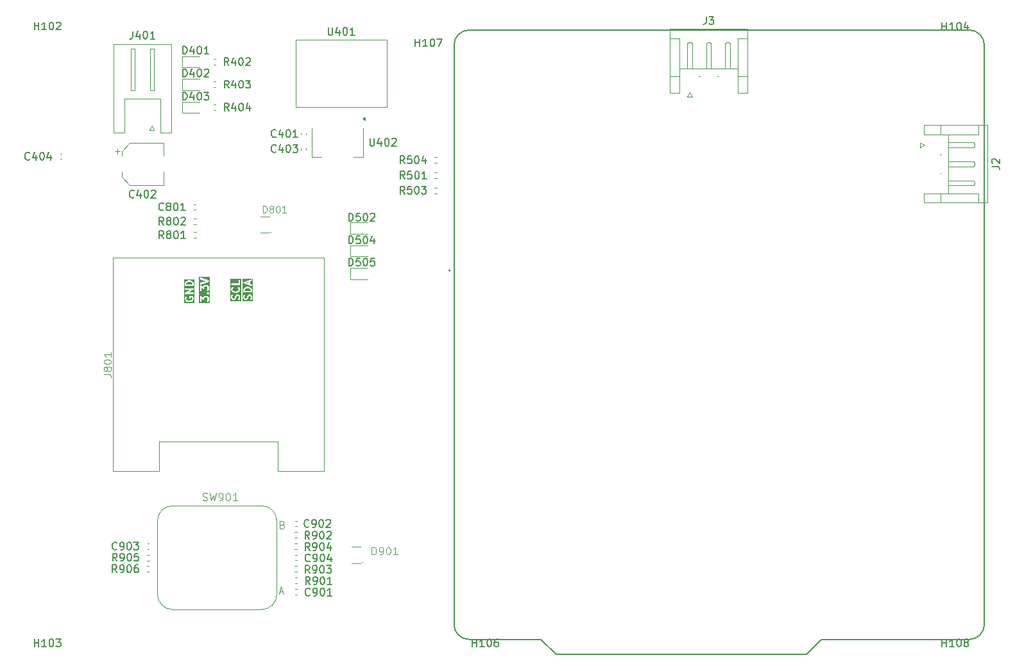
<source format=gbr>
%TF.GenerationSoftware,KiCad,Pcbnew,8.0.8*%
%TF.CreationDate,2025-05-05T21:02:48+02:00*%
%TF.ProjectId,Alarm Control System,416c6172-6d20-4436-9f6e-74726f6c2053,1.0*%
%TF.SameCoordinates,Original*%
%TF.FileFunction,Legend,Top*%
%TF.FilePolarity,Positive*%
%FSLAX46Y46*%
G04 Gerber Fmt 4.6, Leading zero omitted, Abs format (unit mm)*
G04 Created by KiCad (PCBNEW 8.0.8) date 2025-05-05 21:02:48*
%MOMM*%
%LPD*%
G01*
G04 APERTURE LIST*
%ADD10C,0.150000*%
%ADD11C,0.100000*%
%ADD12C,0.200000*%
%ADD13C,0.120000*%
%ADD14C,0.127000*%
G04 APERTURE END LIST*
D10*
X99060952Y-73059580D02*
X99013333Y-73107200D01*
X99013333Y-73107200D02*
X98870476Y-73154819D01*
X98870476Y-73154819D02*
X98775238Y-73154819D01*
X98775238Y-73154819D02*
X98632381Y-73107200D01*
X98632381Y-73107200D02*
X98537143Y-73011961D01*
X98537143Y-73011961D02*
X98489524Y-72916723D01*
X98489524Y-72916723D02*
X98441905Y-72726247D01*
X98441905Y-72726247D02*
X98441905Y-72583390D01*
X98441905Y-72583390D02*
X98489524Y-72392914D01*
X98489524Y-72392914D02*
X98537143Y-72297676D01*
X98537143Y-72297676D02*
X98632381Y-72202438D01*
X98632381Y-72202438D02*
X98775238Y-72154819D01*
X98775238Y-72154819D02*
X98870476Y-72154819D01*
X98870476Y-72154819D02*
X99013333Y-72202438D01*
X99013333Y-72202438D02*
X99060952Y-72250057D01*
X99632381Y-72583390D02*
X99537143Y-72535771D01*
X99537143Y-72535771D02*
X99489524Y-72488152D01*
X99489524Y-72488152D02*
X99441905Y-72392914D01*
X99441905Y-72392914D02*
X99441905Y-72345295D01*
X99441905Y-72345295D02*
X99489524Y-72250057D01*
X99489524Y-72250057D02*
X99537143Y-72202438D01*
X99537143Y-72202438D02*
X99632381Y-72154819D01*
X99632381Y-72154819D02*
X99822857Y-72154819D01*
X99822857Y-72154819D02*
X99918095Y-72202438D01*
X99918095Y-72202438D02*
X99965714Y-72250057D01*
X99965714Y-72250057D02*
X100013333Y-72345295D01*
X100013333Y-72345295D02*
X100013333Y-72392914D01*
X100013333Y-72392914D02*
X99965714Y-72488152D01*
X99965714Y-72488152D02*
X99918095Y-72535771D01*
X99918095Y-72535771D02*
X99822857Y-72583390D01*
X99822857Y-72583390D02*
X99632381Y-72583390D01*
X99632381Y-72583390D02*
X99537143Y-72631009D01*
X99537143Y-72631009D02*
X99489524Y-72678628D01*
X99489524Y-72678628D02*
X99441905Y-72773866D01*
X99441905Y-72773866D02*
X99441905Y-72964342D01*
X99441905Y-72964342D02*
X99489524Y-73059580D01*
X99489524Y-73059580D02*
X99537143Y-73107200D01*
X99537143Y-73107200D02*
X99632381Y-73154819D01*
X99632381Y-73154819D02*
X99822857Y-73154819D01*
X99822857Y-73154819D02*
X99918095Y-73107200D01*
X99918095Y-73107200D02*
X99965714Y-73059580D01*
X99965714Y-73059580D02*
X100013333Y-72964342D01*
X100013333Y-72964342D02*
X100013333Y-72773866D01*
X100013333Y-72773866D02*
X99965714Y-72678628D01*
X99965714Y-72678628D02*
X99918095Y-72631009D01*
X99918095Y-72631009D02*
X99822857Y-72583390D01*
X100632381Y-72154819D02*
X100727619Y-72154819D01*
X100727619Y-72154819D02*
X100822857Y-72202438D01*
X100822857Y-72202438D02*
X100870476Y-72250057D01*
X100870476Y-72250057D02*
X100918095Y-72345295D01*
X100918095Y-72345295D02*
X100965714Y-72535771D01*
X100965714Y-72535771D02*
X100965714Y-72773866D01*
X100965714Y-72773866D02*
X100918095Y-72964342D01*
X100918095Y-72964342D02*
X100870476Y-73059580D01*
X100870476Y-73059580D02*
X100822857Y-73107200D01*
X100822857Y-73107200D02*
X100727619Y-73154819D01*
X100727619Y-73154819D02*
X100632381Y-73154819D01*
X100632381Y-73154819D02*
X100537143Y-73107200D01*
X100537143Y-73107200D02*
X100489524Y-73059580D01*
X100489524Y-73059580D02*
X100441905Y-72964342D01*
X100441905Y-72964342D02*
X100394286Y-72773866D01*
X100394286Y-72773866D02*
X100394286Y-72535771D01*
X100394286Y-72535771D02*
X100441905Y-72345295D01*
X100441905Y-72345295D02*
X100489524Y-72250057D01*
X100489524Y-72250057D02*
X100537143Y-72202438D01*
X100537143Y-72202438D02*
X100632381Y-72154819D01*
X101918095Y-73154819D02*
X101346667Y-73154819D01*
X101632381Y-73154819D02*
X101632381Y-72154819D01*
X101632381Y-72154819D02*
X101537143Y-72297676D01*
X101537143Y-72297676D02*
X101441905Y-72392914D01*
X101441905Y-72392914D02*
X101346667Y-72440533D01*
X99090952Y-76854819D02*
X98757619Y-76378628D01*
X98519524Y-76854819D02*
X98519524Y-75854819D01*
X98519524Y-75854819D02*
X98900476Y-75854819D01*
X98900476Y-75854819D02*
X98995714Y-75902438D01*
X98995714Y-75902438D02*
X99043333Y-75950057D01*
X99043333Y-75950057D02*
X99090952Y-76045295D01*
X99090952Y-76045295D02*
X99090952Y-76188152D01*
X99090952Y-76188152D02*
X99043333Y-76283390D01*
X99043333Y-76283390D02*
X98995714Y-76331009D01*
X98995714Y-76331009D02*
X98900476Y-76378628D01*
X98900476Y-76378628D02*
X98519524Y-76378628D01*
X99662381Y-76283390D02*
X99567143Y-76235771D01*
X99567143Y-76235771D02*
X99519524Y-76188152D01*
X99519524Y-76188152D02*
X99471905Y-76092914D01*
X99471905Y-76092914D02*
X99471905Y-76045295D01*
X99471905Y-76045295D02*
X99519524Y-75950057D01*
X99519524Y-75950057D02*
X99567143Y-75902438D01*
X99567143Y-75902438D02*
X99662381Y-75854819D01*
X99662381Y-75854819D02*
X99852857Y-75854819D01*
X99852857Y-75854819D02*
X99948095Y-75902438D01*
X99948095Y-75902438D02*
X99995714Y-75950057D01*
X99995714Y-75950057D02*
X100043333Y-76045295D01*
X100043333Y-76045295D02*
X100043333Y-76092914D01*
X100043333Y-76092914D02*
X99995714Y-76188152D01*
X99995714Y-76188152D02*
X99948095Y-76235771D01*
X99948095Y-76235771D02*
X99852857Y-76283390D01*
X99852857Y-76283390D02*
X99662381Y-76283390D01*
X99662381Y-76283390D02*
X99567143Y-76331009D01*
X99567143Y-76331009D02*
X99519524Y-76378628D01*
X99519524Y-76378628D02*
X99471905Y-76473866D01*
X99471905Y-76473866D02*
X99471905Y-76664342D01*
X99471905Y-76664342D02*
X99519524Y-76759580D01*
X99519524Y-76759580D02*
X99567143Y-76807200D01*
X99567143Y-76807200D02*
X99662381Y-76854819D01*
X99662381Y-76854819D02*
X99852857Y-76854819D01*
X99852857Y-76854819D02*
X99948095Y-76807200D01*
X99948095Y-76807200D02*
X99995714Y-76759580D01*
X99995714Y-76759580D02*
X100043333Y-76664342D01*
X100043333Y-76664342D02*
X100043333Y-76473866D01*
X100043333Y-76473866D02*
X99995714Y-76378628D01*
X99995714Y-76378628D02*
X99948095Y-76331009D01*
X99948095Y-76331009D02*
X99852857Y-76283390D01*
X100662381Y-75854819D02*
X100757619Y-75854819D01*
X100757619Y-75854819D02*
X100852857Y-75902438D01*
X100852857Y-75902438D02*
X100900476Y-75950057D01*
X100900476Y-75950057D02*
X100948095Y-76045295D01*
X100948095Y-76045295D02*
X100995714Y-76235771D01*
X100995714Y-76235771D02*
X100995714Y-76473866D01*
X100995714Y-76473866D02*
X100948095Y-76664342D01*
X100948095Y-76664342D02*
X100900476Y-76759580D01*
X100900476Y-76759580D02*
X100852857Y-76807200D01*
X100852857Y-76807200D02*
X100757619Y-76854819D01*
X100757619Y-76854819D02*
X100662381Y-76854819D01*
X100662381Y-76854819D02*
X100567143Y-76807200D01*
X100567143Y-76807200D02*
X100519524Y-76759580D01*
X100519524Y-76759580D02*
X100471905Y-76664342D01*
X100471905Y-76664342D02*
X100424286Y-76473866D01*
X100424286Y-76473866D02*
X100424286Y-76235771D01*
X100424286Y-76235771D02*
X100471905Y-76045295D01*
X100471905Y-76045295D02*
X100519524Y-75950057D01*
X100519524Y-75950057D02*
X100567143Y-75902438D01*
X100567143Y-75902438D02*
X100662381Y-75854819D01*
X101948095Y-76854819D02*
X101376667Y-76854819D01*
X101662381Y-76854819D02*
X101662381Y-75854819D01*
X101662381Y-75854819D02*
X101567143Y-75997676D01*
X101567143Y-75997676D02*
X101471905Y-76092914D01*
X101471905Y-76092914D02*
X101376667Y-76140533D01*
X107676252Y-56970919D02*
X107342919Y-56494728D01*
X107104824Y-56970919D02*
X107104824Y-55970919D01*
X107104824Y-55970919D02*
X107485776Y-55970919D01*
X107485776Y-55970919D02*
X107581014Y-56018538D01*
X107581014Y-56018538D02*
X107628633Y-56066157D01*
X107628633Y-56066157D02*
X107676252Y-56161395D01*
X107676252Y-56161395D02*
X107676252Y-56304252D01*
X107676252Y-56304252D02*
X107628633Y-56399490D01*
X107628633Y-56399490D02*
X107581014Y-56447109D01*
X107581014Y-56447109D02*
X107485776Y-56494728D01*
X107485776Y-56494728D02*
X107104824Y-56494728D01*
X108533395Y-56304252D02*
X108533395Y-56970919D01*
X108295300Y-55923300D02*
X108057205Y-56637585D01*
X108057205Y-56637585D02*
X108676252Y-56637585D01*
X109247681Y-55970919D02*
X109342919Y-55970919D01*
X109342919Y-55970919D02*
X109438157Y-56018538D01*
X109438157Y-56018538D02*
X109485776Y-56066157D01*
X109485776Y-56066157D02*
X109533395Y-56161395D01*
X109533395Y-56161395D02*
X109581014Y-56351871D01*
X109581014Y-56351871D02*
X109581014Y-56589966D01*
X109581014Y-56589966D02*
X109533395Y-56780442D01*
X109533395Y-56780442D02*
X109485776Y-56875680D01*
X109485776Y-56875680D02*
X109438157Y-56923300D01*
X109438157Y-56923300D02*
X109342919Y-56970919D01*
X109342919Y-56970919D02*
X109247681Y-56970919D01*
X109247681Y-56970919D02*
X109152443Y-56923300D01*
X109152443Y-56923300D02*
X109104824Y-56875680D01*
X109104824Y-56875680D02*
X109057205Y-56780442D01*
X109057205Y-56780442D02*
X109009586Y-56589966D01*
X109009586Y-56589966D02*
X109009586Y-56351871D01*
X109009586Y-56351871D02*
X109057205Y-56161395D01*
X109057205Y-56161395D02*
X109104824Y-56066157D01*
X109104824Y-56066157D02*
X109152443Y-56018538D01*
X109152443Y-56018538D02*
X109247681Y-55970919D01*
X109914348Y-55970919D02*
X110533395Y-55970919D01*
X110533395Y-55970919D02*
X110200062Y-56351871D01*
X110200062Y-56351871D02*
X110342919Y-56351871D01*
X110342919Y-56351871D02*
X110438157Y-56399490D01*
X110438157Y-56399490D02*
X110485776Y-56447109D01*
X110485776Y-56447109D02*
X110533395Y-56542347D01*
X110533395Y-56542347D02*
X110533395Y-56780442D01*
X110533395Y-56780442D02*
X110485776Y-56875680D01*
X110485776Y-56875680D02*
X110438157Y-56923300D01*
X110438157Y-56923300D02*
X110342919Y-56970919D01*
X110342919Y-56970919D02*
X110057205Y-56970919D01*
X110057205Y-56970919D02*
X109961967Y-56923300D01*
X109961967Y-56923300D02*
X109914348Y-56875680D01*
X101604824Y-55470919D02*
X101604824Y-54470919D01*
X101604824Y-54470919D02*
X101842919Y-54470919D01*
X101842919Y-54470919D02*
X101985776Y-54518538D01*
X101985776Y-54518538D02*
X102081014Y-54613776D01*
X102081014Y-54613776D02*
X102128633Y-54709014D01*
X102128633Y-54709014D02*
X102176252Y-54899490D01*
X102176252Y-54899490D02*
X102176252Y-55042347D01*
X102176252Y-55042347D02*
X102128633Y-55232823D01*
X102128633Y-55232823D02*
X102081014Y-55328061D01*
X102081014Y-55328061D02*
X101985776Y-55423300D01*
X101985776Y-55423300D02*
X101842919Y-55470919D01*
X101842919Y-55470919D02*
X101604824Y-55470919D01*
X103033395Y-54804252D02*
X103033395Y-55470919D01*
X102795300Y-54423300D02*
X102557205Y-55137585D01*
X102557205Y-55137585D02*
X103176252Y-55137585D01*
X103747681Y-54470919D02*
X103842919Y-54470919D01*
X103842919Y-54470919D02*
X103938157Y-54518538D01*
X103938157Y-54518538D02*
X103985776Y-54566157D01*
X103985776Y-54566157D02*
X104033395Y-54661395D01*
X104033395Y-54661395D02*
X104081014Y-54851871D01*
X104081014Y-54851871D02*
X104081014Y-55089966D01*
X104081014Y-55089966D02*
X104033395Y-55280442D01*
X104033395Y-55280442D02*
X103985776Y-55375680D01*
X103985776Y-55375680D02*
X103938157Y-55423300D01*
X103938157Y-55423300D02*
X103842919Y-55470919D01*
X103842919Y-55470919D02*
X103747681Y-55470919D01*
X103747681Y-55470919D02*
X103652443Y-55423300D01*
X103652443Y-55423300D02*
X103604824Y-55375680D01*
X103604824Y-55375680D02*
X103557205Y-55280442D01*
X103557205Y-55280442D02*
X103509586Y-55089966D01*
X103509586Y-55089966D02*
X103509586Y-54851871D01*
X103509586Y-54851871D02*
X103557205Y-54661395D01*
X103557205Y-54661395D02*
X103604824Y-54566157D01*
X103604824Y-54566157D02*
X103652443Y-54518538D01*
X103652443Y-54518538D02*
X103747681Y-54470919D01*
X104461967Y-54566157D02*
X104509586Y-54518538D01*
X104509586Y-54518538D02*
X104604824Y-54470919D01*
X104604824Y-54470919D02*
X104842919Y-54470919D01*
X104842919Y-54470919D02*
X104938157Y-54518538D01*
X104938157Y-54518538D02*
X104985776Y-54566157D01*
X104985776Y-54566157D02*
X105033395Y-54661395D01*
X105033395Y-54661395D02*
X105033395Y-54756633D01*
X105033395Y-54756633D02*
X104985776Y-54899490D01*
X104985776Y-54899490D02*
X104414348Y-55470919D01*
X104414348Y-55470919D02*
X105033395Y-55470919D01*
X113898752Y-65375680D02*
X113851133Y-65423300D01*
X113851133Y-65423300D02*
X113708276Y-65470919D01*
X113708276Y-65470919D02*
X113613038Y-65470919D01*
X113613038Y-65470919D02*
X113470181Y-65423300D01*
X113470181Y-65423300D02*
X113374943Y-65328061D01*
X113374943Y-65328061D02*
X113327324Y-65232823D01*
X113327324Y-65232823D02*
X113279705Y-65042347D01*
X113279705Y-65042347D02*
X113279705Y-64899490D01*
X113279705Y-64899490D02*
X113327324Y-64709014D01*
X113327324Y-64709014D02*
X113374943Y-64613776D01*
X113374943Y-64613776D02*
X113470181Y-64518538D01*
X113470181Y-64518538D02*
X113613038Y-64470919D01*
X113613038Y-64470919D02*
X113708276Y-64470919D01*
X113708276Y-64470919D02*
X113851133Y-64518538D01*
X113851133Y-64518538D02*
X113898752Y-64566157D01*
X114755895Y-64804252D02*
X114755895Y-65470919D01*
X114517800Y-64423300D02*
X114279705Y-65137585D01*
X114279705Y-65137585D02*
X114898752Y-65137585D01*
X115470181Y-64470919D02*
X115565419Y-64470919D01*
X115565419Y-64470919D02*
X115660657Y-64518538D01*
X115660657Y-64518538D02*
X115708276Y-64566157D01*
X115708276Y-64566157D02*
X115755895Y-64661395D01*
X115755895Y-64661395D02*
X115803514Y-64851871D01*
X115803514Y-64851871D02*
X115803514Y-65089966D01*
X115803514Y-65089966D02*
X115755895Y-65280442D01*
X115755895Y-65280442D02*
X115708276Y-65375680D01*
X115708276Y-65375680D02*
X115660657Y-65423300D01*
X115660657Y-65423300D02*
X115565419Y-65470919D01*
X115565419Y-65470919D02*
X115470181Y-65470919D01*
X115470181Y-65470919D02*
X115374943Y-65423300D01*
X115374943Y-65423300D02*
X115327324Y-65375680D01*
X115327324Y-65375680D02*
X115279705Y-65280442D01*
X115279705Y-65280442D02*
X115232086Y-65089966D01*
X115232086Y-65089966D02*
X115232086Y-64851871D01*
X115232086Y-64851871D02*
X115279705Y-64661395D01*
X115279705Y-64661395D02*
X115327324Y-64566157D01*
X115327324Y-64566157D02*
X115374943Y-64518538D01*
X115374943Y-64518538D02*
X115470181Y-64470919D01*
X116136848Y-64470919D02*
X116755895Y-64470919D01*
X116755895Y-64470919D02*
X116422562Y-64851871D01*
X116422562Y-64851871D02*
X116565419Y-64851871D01*
X116565419Y-64851871D02*
X116660657Y-64899490D01*
X116660657Y-64899490D02*
X116708276Y-64947109D01*
X116708276Y-64947109D02*
X116755895Y-65042347D01*
X116755895Y-65042347D02*
X116755895Y-65280442D01*
X116755895Y-65280442D02*
X116708276Y-65375680D01*
X116708276Y-65375680D02*
X116660657Y-65423300D01*
X116660657Y-65423300D02*
X116565419Y-65470919D01*
X116565419Y-65470919D02*
X116279705Y-65470919D01*
X116279705Y-65470919D02*
X116184467Y-65423300D01*
X116184467Y-65423300D02*
X116136848Y-65375680D01*
X120803514Y-48970919D02*
X120803514Y-49780442D01*
X120803514Y-49780442D02*
X120851133Y-49875680D01*
X120851133Y-49875680D02*
X120898752Y-49923300D01*
X120898752Y-49923300D02*
X120993990Y-49970919D01*
X120993990Y-49970919D02*
X121184466Y-49970919D01*
X121184466Y-49970919D02*
X121279704Y-49923300D01*
X121279704Y-49923300D02*
X121327323Y-49875680D01*
X121327323Y-49875680D02*
X121374942Y-49780442D01*
X121374942Y-49780442D02*
X121374942Y-48970919D01*
X122279704Y-49304252D02*
X122279704Y-49970919D01*
X122041609Y-48923300D02*
X121803514Y-49637585D01*
X121803514Y-49637585D02*
X122422561Y-49637585D01*
X122993990Y-48970919D02*
X123089228Y-48970919D01*
X123089228Y-48970919D02*
X123184466Y-49018538D01*
X123184466Y-49018538D02*
X123232085Y-49066157D01*
X123232085Y-49066157D02*
X123279704Y-49161395D01*
X123279704Y-49161395D02*
X123327323Y-49351871D01*
X123327323Y-49351871D02*
X123327323Y-49589966D01*
X123327323Y-49589966D02*
X123279704Y-49780442D01*
X123279704Y-49780442D02*
X123232085Y-49875680D01*
X123232085Y-49875680D02*
X123184466Y-49923300D01*
X123184466Y-49923300D02*
X123089228Y-49970919D01*
X123089228Y-49970919D02*
X122993990Y-49970919D01*
X122993990Y-49970919D02*
X122898752Y-49923300D01*
X122898752Y-49923300D02*
X122851133Y-49875680D01*
X122851133Y-49875680D02*
X122803514Y-49780442D01*
X122803514Y-49780442D02*
X122755895Y-49589966D01*
X122755895Y-49589966D02*
X122755895Y-49351871D01*
X122755895Y-49351871D02*
X122803514Y-49161395D01*
X122803514Y-49161395D02*
X122851133Y-49066157D01*
X122851133Y-49066157D02*
X122898752Y-49018538D01*
X122898752Y-49018538D02*
X122993990Y-48970919D01*
X124279704Y-49970919D02*
X123708276Y-49970919D01*
X123993990Y-49970919D02*
X123993990Y-48970919D01*
X123993990Y-48970919D02*
X123898752Y-49113776D01*
X123898752Y-49113776D02*
X123803514Y-49209014D01*
X123803514Y-49209014D02*
X123708276Y-49256633D01*
D11*
X104232086Y-111425900D02*
X104374943Y-111473519D01*
X104374943Y-111473519D02*
X104613038Y-111473519D01*
X104613038Y-111473519D02*
X104708276Y-111425900D01*
X104708276Y-111425900D02*
X104755895Y-111378280D01*
X104755895Y-111378280D02*
X104803514Y-111283042D01*
X104803514Y-111283042D02*
X104803514Y-111187804D01*
X104803514Y-111187804D02*
X104755895Y-111092566D01*
X104755895Y-111092566D02*
X104708276Y-111044947D01*
X104708276Y-111044947D02*
X104613038Y-110997328D01*
X104613038Y-110997328D02*
X104422562Y-110949709D01*
X104422562Y-110949709D02*
X104327324Y-110902090D01*
X104327324Y-110902090D02*
X104279705Y-110854471D01*
X104279705Y-110854471D02*
X104232086Y-110759233D01*
X104232086Y-110759233D02*
X104232086Y-110663995D01*
X104232086Y-110663995D02*
X104279705Y-110568757D01*
X104279705Y-110568757D02*
X104327324Y-110521138D01*
X104327324Y-110521138D02*
X104422562Y-110473519D01*
X104422562Y-110473519D02*
X104660657Y-110473519D01*
X104660657Y-110473519D02*
X104803514Y-110521138D01*
X105136848Y-110473519D02*
X105374943Y-111473519D01*
X105374943Y-111473519D02*
X105565419Y-110759233D01*
X105565419Y-110759233D02*
X105755895Y-111473519D01*
X105755895Y-111473519D02*
X105993991Y-110473519D01*
X106422562Y-111473519D02*
X106613038Y-111473519D01*
X106613038Y-111473519D02*
X106708276Y-111425900D01*
X106708276Y-111425900D02*
X106755895Y-111378280D01*
X106755895Y-111378280D02*
X106851133Y-111235423D01*
X106851133Y-111235423D02*
X106898752Y-111044947D01*
X106898752Y-111044947D02*
X106898752Y-110663995D01*
X106898752Y-110663995D02*
X106851133Y-110568757D01*
X106851133Y-110568757D02*
X106803514Y-110521138D01*
X106803514Y-110521138D02*
X106708276Y-110473519D01*
X106708276Y-110473519D02*
X106517800Y-110473519D01*
X106517800Y-110473519D02*
X106422562Y-110521138D01*
X106422562Y-110521138D02*
X106374943Y-110568757D01*
X106374943Y-110568757D02*
X106327324Y-110663995D01*
X106327324Y-110663995D02*
X106327324Y-110902090D01*
X106327324Y-110902090D02*
X106374943Y-110997328D01*
X106374943Y-110997328D02*
X106422562Y-111044947D01*
X106422562Y-111044947D02*
X106517800Y-111092566D01*
X106517800Y-111092566D02*
X106708276Y-111092566D01*
X106708276Y-111092566D02*
X106803514Y-111044947D01*
X106803514Y-111044947D02*
X106851133Y-110997328D01*
X106851133Y-110997328D02*
X106898752Y-110902090D01*
X107517800Y-110473519D02*
X107613038Y-110473519D01*
X107613038Y-110473519D02*
X107708276Y-110521138D01*
X107708276Y-110521138D02*
X107755895Y-110568757D01*
X107755895Y-110568757D02*
X107803514Y-110663995D01*
X107803514Y-110663995D02*
X107851133Y-110854471D01*
X107851133Y-110854471D02*
X107851133Y-111092566D01*
X107851133Y-111092566D02*
X107803514Y-111283042D01*
X107803514Y-111283042D02*
X107755895Y-111378280D01*
X107755895Y-111378280D02*
X107708276Y-111425900D01*
X107708276Y-111425900D02*
X107613038Y-111473519D01*
X107613038Y-111473519D02*
X107517800Y-111473519D01*
X107517800Y-111473519D02*
X107422562Y-111425900D01*
X107422562Y-111425900D02*
X107374943Y-111378280D01*
X107374943Y-111378280D02*
X107327324Y-111283042D01*
X107327324Y-111283042D02*
X107279705Y-111092566D01*
X107279705Y-111092566D02*
X107279705Y-110854471D01*
X107279705Y-110854471D02*
X107327324Y-110663995D01*
X107327324Y-110663995D02*
X107374943Y-110568757D01*
X107374943Y-110568757D02*
X107422562Y-110521138D01*
X107422562Y-110521138D02*
X107517800Y-110473519D01*
X108803514Y-111473519D02*
X108232086Y-111473519D01*
X108517800Y-111473519D02*
X108517800Y-110473519D01*
X108517800Y-110473519D02*
X108422562Y-110616376D01*
X108422562Y-110616376D02*
X108327324Y-110711614D01*
X108327324Y-110711614D02*
X108232086Y-110759233D01*
X114755017Y-114664709D02*
X114897874Y-114712328D01*
X114897874Y-114712328D02*
X114945493Y-114759947D01*
X114945493Y-114759947D02*
X114993112Y-114855185D01*
X114993112Y-114855185D02*
X114993112Y-114998042D01*
X114993112Y-114998042D02*
X114945493Y-115093280D01*
X114945493Y-115093280D02*
X114897874Y-115140900D01*
X114897874Y-115140900D02*
X114802636Y-115188519D01*
X114802636Y-115188519D02*
X114421684Y-115188519D01*
X114421684Y-115188519D02*
X114421684Y-114188519D01*
X114421684Y-114188519D02*
X114755017Y-114188519D01*
X114755017Y-114188519D02*
X114850255Y-114236138D01*
X114850255Y-114236138D02*
X114897874Y-114283757D01*
X114897874Y-114283757D02*
X114945493Y-114378995D01*
X114945493Y-114378995D02*
X114945493Y-114474233D01*
X114945493Y-114474233D02*
X114897874Y-114569471D01*
X114897874Y-114569471D02*
X114850255Y-114617090D01*
X114850255Y-114617090D02*
X114755017Y-114664709D01*
X114755017Y-114664709D02*
X114421684Y-114664709D01*
X114374065Y-123502804D02*
X114850255Y-123502804D01*
X114278827Y-123788519D02*
X114612160Y-122788519D01*
X114612160Y-122788519D02*
X114945493Y-123788519D01*
D10*
X118398752Y-119455680D02*
X118351133Y-119503300D01*
X118351133Y-119503300D02*
X118208276Y-119550919D01*
X118208276Y-119550919D02*
X118113038Y-119550919D01*
X118113038Y-119550919D02*
X117970181Y-119503300D01*
X117970181Y-119503300D02*
X117874943Y-119408061D01*
X117874943Y-119408061D02*
X117827324Y-119312823D01*
X117827324Y-119312823D02*
X117779705Y-119122347D01*
X117779705Y-119122347D02*
X117779705Y-118979490D01*
X117779705Y-118979490D02*
X117827324Y-118789014D01*
X117827324Y-118789014D02*
X117874943Y-118693776D01*
X117874943Y-118693776D02*
X117970181Y-118598538D01*
X117970181Y-118598538D02*
X118113038Y-118550919D01*
X118113038Y-118550919D02*
X118208276Y-118550919D01*
X118208276Y-118550919D02*
X118351133Y-118598538D01*
X118351133Y-118598538D02*
X118398752Y-118646157D01*
X118874943Y-119550919D02*
X119065419Y-119550919D01*
X119065419Y-119550919D02*
X119160657Y-119503300D01*
X119160657Y-119503300D02*
X119208276Y-119455680D01*
X119208276Y-119455680D02*
X119303514Y-119312823D01*
X119303514Y-119312823D02*
X119351133Y-119122347D01*
X119351133Y-119122347D02*
X119351133Y-118741395D01*
X119351133Y-118741395D02*
X119303514Y-118646157D01*
X119303514Y-118646157D02*
X119255895Y-118598538D01*
X119255895Y-118598538D02*
X119160657Y-118550919D01*
X119160657Y-118550919D02*
X118970181Y-118550919D01*
X118970181Y-118550919D02*
X118874943Y-118598538D01*
X118874943Y-118598538D02*
X118827324Y-118646157D01*
X118827324Y-118646157D02*
X118779705Y-118741395D01*
X118779705Y-118741395D02*
X118779705Y-118979490D01*
X118779705Y-118979490D02*
X118827324Y-119074728D01*
X118827324Y-119074728D02*
X118874943Y-119122347D01*
X118874943Y-119122347D02*
X118970181Y-119169966D01*
X118970181Y-119169966D02*
X119160657Y-119169966D01*
X119160657Y-119169966D02*
X119255895Y-119122347D01*
X119255895Y-119122347D02*
X119303514Y-119074728D01*
X119303514Y-119074728D02*
X119351133Y-118979490D01*
X119970181Y-118550919D02*
X120065419Y-118550919D01*
X120065419Y-118550919D02*
X120160657Y-118598538D01*
X120160657Y-118598538D02*
X120208276Y-118646157D01*
X120208276Y-118646157D02*
X120255895Y-118741395D01*
X120255895Y-118741395D02*
X120303514Y-118931871D01*
X120303514Y-118931871D02*
X120303514Y-119169966D01*
X120303514Y-119169966D02*
X120255895Y-119360442D01*
X120255895Y-119360442D02*
X120208276Y-119455680D01*
X120208276Y-119455680D02*
X120160657Y-119503300D01*
X120160657Y-119503300D02*
X120065419Y-119550919D01*
X120065419Y-119550919D02*
X119970181Y-119550919D01*
X119970181Y-119550919D02*
X119874943Y-119503300D01*
X119874943Y-119503300D02*
X119827324Y-119455680D01*
X119827324Y-119455680D02*
X119779705Y-119360442D01*
X119779705Y-119360442D02*
X119732086Y-119169966D01*
X119732086Y-119169966D02*
X119732086Y-118931871D01*
X119732086Y-118931871D02*
X119779705Y-118741395D01*
X119779705Y-118741395D02*
X119827324Y-118646157D01*
X119827324Y-118646157D02*
X119874943Y-118598538D01*
X119874943Y-118598538D02*
X119970181Y-118550919D01*
X121160657Y-118884252D02*
X121160657Y-119550919D01*
X120922562Y-118503300D02*
X120684467Y-119217585D01*
X120684467Y-119217585D02*
X121303514Y-119217585D01*
X101604824Y-58540919D02*
X101604824Y-57540919D01*
X101604824Y-57540919D02*
X101842919Y-57540919D01*
X101842919Y-57540919D02*
X101985776Y-57588538D01*
X101985776Y-57588538D02*
X102081014Y-57683776D01*
X102081014Y-57683776D02*
X102128633Y-57779014D01*
X102128633Y-57779014D02*
X102176252Y-57969490D01*
X102176252Y-57969490D02*
X102176252Y-58112347D01*
X102176252Y-58112347D02*
X102128633Y-58302823D01*
X102128633Y-58302823D02*
X102081014Y-58398061D01*
X102081014Y-58398061D02*
X101985776Y-58493300D01*
X101985776Y-58493300D02*
X101842919Y-58540919D01*
X101842919Y-58540919D02*
X101604824Y-58540919D01*
X103033395Y-57874252D02*
X103033395Y-58540919D01*
X102795300Y-57493300D02*
X102557205Y-58207585D01*
X102557205Y-58207585D02*
X103176252Y-58207585D01*
X103747681Y-57540919D02*
X103842919Y-57540919D01*
X103842919Y-57540919D02*
X103938157Y-57588538D01*
X103938157Y-57588538D02*
X103985776Y-57636157D01*
X103985776Y-57636157D02*
X104033395Y-57731395D01*
X104033395Y-57731395D02*
X104081014Y-57921871D01*
X104081014Y-57921871D02*
X104081014Y-58159966D01*
X104081014Y-58159966D02*
X104033395Y-58350442D01*
X104033395Y-58350442D02*
X103985776Y-58445680D01*
X103985776Y-58445680D02*
X103938157Y-58493300D01*
X103938157Y-58493300D02*
X103842919Y-58540919D01*
X103842919Y-58540919D02*
X103747681Y-58540919D01*
X103747681Y-58540919D02*
X103652443Y-58493300D01*
X103652443Y-58493300D02*
X103604824Y-58445680D01*
X103604824Y-58445680D02*
X103557205Y-58350442D01*
X103557205Y-58350442D02*
X103509586Y-58159966D01*
X103509586Y-58159966D02*
X103509586Y-57921871D01*
X103509586Y-57921871D02*
X103557205Y-57731395D01*
X103557205Y-57731395D02*
X103604824Y-57636157D01*
X103604824Y-57636157D02*
X103652443Y-57588538D01*
X103652443Y-57588538D02*
X103747681Y-57540919D01*
X104414348Y-57540919D02*
X105033395Y-57540919D01*
X105033395Y-57540919D02*
X104700062Y-57921871D01*
X104700062Y-57921871D02*
X104842919Y-57921871D01*
X104842919Y-57921871D02*
X104938157Y-57969490D01*
X104938157Y-57969490D02*
X104985776Y-58017109D01*
X104985776Y-58017109D02*
X105033395Y-58112347D01*
X105033395Y-58112347D02*
X105033395Y-58350442D01*
X105033395Y-58350442D02*
X104985776Y-58445680D01*
X104985776Y-58445680D02*
X104938157Y-58493300D01*
X104938157Y-58493300D02*
X104842919Y-58540919D01*
X104842919Y-58540919D02*
X104557205Y-58540919D01*
X104557205Y-58540919D02*
X104461967Y-58493300D01*
X104461967Y-58493300D02*
X104414348Y-58445680D01*
X118328752Y-116530919D02*
X117995419Y-116054728D01*
X117757324Y-116530919D02*
X117757324Y-115530919D01*
X117757324Y-115530919D02*
X118138276Y-115530919D01*
X118138276Y-115530919D02*
X118233514Y-115578538D01*
X118233514Y-115578538D02*
X118281133Y-115626157D01*
X118281133Y-115626157D02*
X118328752Y-115721395D01*
X118328752Y-115721395D02*
X118328752Y-115864252D01*
X118328752Y-115864252D02*
X118281133Y-115959490D01*
X118281133Y-115959490D02*
X118233514Y-116007109D01*
X118233514Y-116007109D02*
X118138276Y-116054728D01*
X118138276Y-116054728D02*
X117757324Y-116054728D01*
X118804943Y-116530919D02*
X118995419Y-116530919D01*
X118995419Y-116530919D02*
X119090657Y-116483300D01*
X119090657Y-116483300D02*
X119138276Y-116435680D01*
X119138276Y-116435680D02*
X119233514Y-116292823D01*
X119233514Y-116292823D02*
X119281133Y-116102347D01*
X119281133Y-116102347D02*
X119281133Y-115721395D01*
X119281133Y-115721395D02*
X119233514Y-115626157D01*
X119233514Y-115626157D02*
X119185895Y-115578538D01*
X119185895Y-115578538D02*
X119090657Y-115530919D01*
X119090657Y-115530919D02*
X118900181Y-115530919D01*
X118900181Y-115530919D02*
X118804943Y-115578538D01*
X118804943Y-115578538D02*
X118757324Y-115626157D01*
X118757324Y-115626157D02*
X118709705Y-115721395D01*
X118709705Y-115721395D02*
X118709705Y-115959490D01*
X118709705Y-115959490D02*
X118757324Y-116054728D01*
X118757324Y-116054728D02*
X118804943Y-116102347D01*
X118804943Y-116102347D02*
X118900181Y-116149966D01*
X118900181Y-116149966D02*
X119090657Y-116149966D01*
X119090657Y-116149966D02*
X119185895Y-116102347D01*
X119185895Y-116102347D02*
X119233514Y-116054728D01*
X119233514Y-116054728D02*
X119281133Y-115959490D01*
X119900181Y-115530919D02*
X119995419Y-115530919D01*
X119995419Y-115530919D02*
X120090657Y-115578538D01*
X120090657Y-115578538D02*
X120138276Y-115626157D01*
X120138276Y-115626157D02*
X120185895Y-115721395D01*
X120185895Y-115721395D02*
X120233514Y-115911871D01*
X120233514Y-115911871D02*
X120233514Y-116149966D01*
X120233514Y-116149966D02*
X120185895Y-116340442D01*
X120185895Y-116340442D02*
X120138276Y-116435680D01*
X120138276Y-116435680D02*
X120090657Y-116483300D01*
X120090657Y-116483300D02*
X119995419Y-116530919D01*
X119995419Y-116530919D02*
X119900181Y-116530919D01*
X119900181Y-116530919D02*
X119804943Y-116483300D01*
X119804943Y-116483300D02*
X119757324Y-116435680D01*
X119757324Y-116435680D02*
X119709705Y-116340442D01*
X119709705Y-116340442D02*
X119662086Y-116149966D01*
X119662086Y-116149966D02*
X119662086Y-115911871D01*
X119662086Y-115911871D02*
X119709705Y-115721395D01*
X119709705Y-115721395D02*
X119757324Y-115626157D01*
X119757324Y-115626157D02*
X119804943Y-115578538D01*
X119804943Y-115578538D02*
X119900181Y-115530919D01*
X120614467Y-115626157D02*
X120662086Y-115578538D01*
X120662086Y-115578538D02*
X120757324Y-115530919D01*
X120757324Y-115530919D02*
X120995419Y-115530919D01*
X120995419Y-115530919D02*
X121090657Y-115578538D01*
X121090657Y-115578538D02*
X121138276Y-115626157D01*
X121138276Y-115626157D02*
X121185895Y-115721395D01*
X121185895Y-115721395D02*
X121185895Y-115816633D01*
X121185895Y-115816633D02*
X121138276Y-115959490D01*
X121138276Y-115959490D02*
X120566848Y-116530919D01*
X120566848Y-116530919D02*
X121185895Y-116530919D01*
X92898752Y-117875680D02*
X92851133Y-117923300D01*
X92851133Y-117923300D02*
X92708276Y-117970919D01*
X92708276Y-117970919D02*
X92613038Y-117970919D01*
X92613038Y-117970919D02*
X92470181Y-117923300D01*
X92470181Y-117923300D02*
X92374943Y-117828061D01*
X92374943Y-117828061D02*
X92327324Y-117732823D01*
X92327324Y-117732823D02*
X92279705Y-117542347D01*
X92279705Y-117542347D02*
X92279705Y-117399490D01*
X92279705Y-117399490D02*
X92327324Y-117209014D01*
X92327324Y-117209014D02*
X92374943Y-117113776D01*
X92374943Y-117113776D02*
X92470181Y-117018538D01*
X92470181Y-117018538D02*
X92613038Y-116970919D01*
X92613038Y-116970919D02*
X92708276Y-116970919D01*
X92708276Y-116970919D02*
X92851133Y-117018538D01*
X92851133Y-117018538D02*
X92898752Y-117066157D01*
X93374943Y-117970919D02*
X93565419Y-117970919D01*
X93565419Y-117970919D02*
X93660657Y-117923300D01*
X93660657Y-117923300D02*
X93708276Y-117875680D01*
X93708276Y-117875680D02*
X93803514Y-117732823D01*
X93803514Y-117732823D02*
X93851133Y-117542347D01*
X93851133Y-117542347D02*
X93851133Y-117161395D01*
X93851133Y-117161395D02*
X93803514Y-117066157D01*
X93803514Y-117066157D02*
X93755895Y-117018538D01*
X93755895Y-117018538D02*
X93660657Y-116970919D01*
X93660657Y-116970919D02*
X93470181Y-116970919D01*
X93470181Y-116970919D02*
X93374943Y-117018538D01*
X93374943Y-117018538D02*
X93327324Y-117066157D01*
X93327324Y-117066157D02*
X93279705Y-117161395D01*
X93279705Y-117161395D02*
X93279705Y-117399490D01*
X93279705Y-117399490D02*
X93327324Y-117494728D01*
X93327324Y-117494728D02*
X93374943Y-117542347D01*
X93374943Y-117542347D02*
X93470181Y-117589966D01*
X93470181Y-117589966D02*
X93660657Y-117589966D01*
X93660657Y-117589966D02*
X93755895Y-117542347D01*
X93755895Y-117542347D02*
X93803514Y-117494728D01*
X93803514Y-117494728D02*
X93851133Y-117399490D01*
X94470181Y-116970919D02*
X94565419Y-116970919D01*
X94565419Y-116970919D02*
X94660657Y-117018538D01*
X94660657Y-117018538D02*
X94708276Y-117066157D01*
X94708276Y-117066157D02*
X94755895Y-117161395D01*
X94755895Y-117161395D02*
X94803514Y-117351871D01*
X94803514Y-117351871D02*
X94803514Y-117589966D01*
X94803514Y-117589966D02*
X94755895Y-117780442D01*
X94755895Y-117780442D02*
X94708276Y-117875680D01*
X94708276Y-117875680D02*
X94660657Y-117923300D01*
X94660657Y-117923300D02*
X94565419Y-117970919D01*
X94565419Y-117970919D02*
X94470181Y-117970919D01*
X94470181Y-117970919D02*
X94374943Y-117923300D01*
X94374943Y-117923300D02*
X94327324Y-117875680D01*
X94327324Y-117875680D02*
X94279705Y-117780442D01*
X94279705Y-117780442D02*
X94232086Y-117589966D01*
X94232086Y-117589966D02*
X94232086Y-117351871D01*
X94232086Y-117351871D02*
X94279705Y-117161395D01*
X94279705Y-117161395D02*
X94327324Y-117066157D01*
X94327324Y-117066157D02*
X94374943Y-117018538D01*
X94374943Y-117018538D02*
X94470181Y-116970919D01*
X95136848Y-116970919D02*
X95755895Y-116970919D01*
X95755895Y-116970919D02*
X95422562Y-117351871D01*
X95422562Y-117351871D02*
X95565419Y-117351871D01*
X95565419Y-117351871D02*
X95660657Y-117399490D01*
X95660657Y-117399490D02*
X95708276Y-117447109D01*
X95708276Y-117447109D02*
X95755895Y-117542347D01*
X95755895Y-117542347D02*
X95755895Y-117780442D01*
X95755895Y-117780442D02*
X95708276Y-117875680D01*
X95708276Y-117875680D02*
X95660657Y-117923300D01*
X95660657Y-117923300D02*
X95565419Y-117970919D01*
X95565419Y-117970919D02*
X95279705Y-117970919D01*
X95279705Y-117970919D02*
X95184467Y-117923300D01*
X95184467Y-117923300D02*
X95136848Y-117875680D01*
X123522024Y-74524819D02*
X123522024Y-73524819D01*
X123522024Y-73524819D02*
X123760119Y-73524819D01*
X123760119Y-73524819D02*
X123902976Y-73572438D01*
X123902976Y-73572438D02*
X123998214Y-73667676D01*
X123998214Y-73667676D02*
X124045833Y-73762914D01*
X124045833Y-73762914D02*
X124093452Y-73953390D01*
X124093452Y-73953390D02*
X124093452Y-74096247D01*
X124093452Y-74096247D02*
X124045833Y-74286723D01*
X124045833Y-74286723D02*
X123998214Y-74381961D01*
X123998214Y-74381961D02*
X123902976Y-74477200D01*
X123902976Y-74477200D02*
X123760119Y-74524819D01*
X123760119Y-74524819D02*
X123522024Y-74524819D01*
X124998214Y-73524819D02*
X124522024Y-73524819D01*
X124522024Y-73524819D02*
X124474405Y-74001009D01*
X124474405Y-74001009D02*
X124522024Y-73953390D01*
X124522024Y-73953390D02*
X124617262Y-73905771D01*
X124617262Y-73905771D02*
X124855357Y-73905771D01*
X124855357Y-73905771D02*
X124950595Y-73953390D01*
X124950595Y-73953390D02*
X124998214Y-74001009D01*
X124998214Y-74001009D02*
X125045833Y-74096247D01*
X125045833Y-74096247D02*
X125045833Y-74334342D01*
X125045833Y-74334342D02*
X124998214Y-74429580D01*
X124998214Y-74429580D02*
X124950595Y-74477200D01*
X124950595Y-74477200D02*
X124855357Y-74524819D01*
X124855357Y-74524819D02*
X124617262Y-74524819D01*
X124617262Y-74524819D02*
X124522024Y-74477200D01*
X124522024Y-74477200D02*
X124474405Y-74429580D01*
X125664881Y-73524819D02*
X125760119Y-73524819D01*
X125760119Y-73524819D02*
X125855357Y-73572438D01*
X125855357Y-73572438D02*
X125902976Y-73620057D01*
X125902976Y-73620057D02*
X125950595Y-73715295D01*
X125950595Y-73715295D02*
X125998214Y-73905771D01*
X125998214Y-73905771D02*
X125998214Y-74143866D01*
X125998214Y-74143866D02*
X125950595Y-74334342D01*
X125950595Y-74334342D02*
X125902976Y-74429580D01*
X125902976Y-74429580D02*
X125855357Y-74477200D01*
X125855357Y-74477200D02*
X125760119Y-74524819D01*
X125760119Y-74524819D02*
X125664881Y-74524819D01*
X125664881Y-74524819D02*
X125569643Y-74477200D01*
X125569643Y-74477200D02*
X125522024Y-74429580D01*
X125522024Y-74429580D02*
X125474405Y-74334342D01*
X125474405Y-74334342D02*
X125426786Y-74143866D01*
X125426786Y-74143866D02*
X125426786Y-73905771D01*
X125426786Y-73905771D02*
X125474405Y-73715295D01*
X125474405Y-73715295D02*
X125522024Y-73620057D01*
X125522024Y-73620057D02*
X125569643Y-73572438D01*
X125569643Y-73572438D02*
X125664881Y-73524819D01*
X126379167Y-73620057D02*
X126426786Y-73572438D01*
X126426786Y-73572438D02*
X126522024Y-73524819D01*
X126522024Y-73524819D02*
X126760119Y-73524819D01*
X126760119Y-73524819D02*
X126855357Y-73572438D01*
X126855357Y-73572438D02*
X126902976Y-73620057D01*
X126902976Y-73620057D02*
X126950595Y-73715295D01*
X126950595Y-73715295D02*
X126950595Y-73810533D01*
X126950595Y-73810533D02*
X126902976Y-73953390D01*
X126902976Y-73953390D02*
X126331548Y-74524819D01*
X126331548Y-74524819D02*
X126950595Y-74524819D01*
X92918752Y-119460919D02*
X92585419Y-118984728D01*
X92347324Y-119460919D02*
X92347324Y-118460919D01*
X92347324Y-118460919D02*
X92728276Y-118460919D01*
X92728276Y-118460919D02*
X92823514Y-118508538D01*
X92823514Y-118508538D02*
X92871133Y-118556157D01*
X92871133Y-118556157D02*
X92918752Y-118651395D01*
X92918752Y-118651395D02*
X92918752Y-118794252D01*
X92918752Y-118794252D02*
X92871133Y-118889490D01*
X92871133Y-118889490D02*
X92823514Y-118937109D01*
X92823514Y-118937109D02*
X92728276Y-118984728D01*
X92728276Y-118984728D02*
X92347324Y-118984728D01*
X93394943Y-119460919D02*
X93585419Y-119460919D01*
X93585419Y-119460919D02*
X93680657Y-119413300D01*
X93680657Y-119413300D02*
X93728276Y-119365680D01*
X93728276Y-119365680D02*
X93823514Y-119222823D01*
X93823514Y-119222823D02*
X93871133Y-119032347D01*
X93871133Y-119032347D02*
X93871133Y-118651395D01*
X93871133Y-118651395D02*
X93823514Y-118556157D01*
X93823514Y-118556157D02*
X93775895Y-118508538D01*
X93775895Y-118508538D02*
X93680657Y-118460919D01*
X93680657Y-118460919D02*
X93490181Y-118460919D01*
X93490181Y-118460919D02*
X93394943Y-118508538D01*
X93394943Y-118508538D02*
X93347324Y-118556157D01*
X93347324Y-118556157D02*
X93299705Y-118651395D01*
X93299705Y-118651395D02*
X93299705Y-118889490D01*
X93299705Y-118889490D02*
X93347324Y-118984728D01*
X93347324Y-118984728D02*
X93394943Y-119032347D01*
X93394943Y-119032347D02*
X93490181Y-119079966D01*
X93490181Y-119079966D02*
X93680657Y-119079966D01*
X93680657Y-119079966D02*
X93775895Y-119032347D01*
X93775895Y-119032347D02*
X93823514Y-118984728D01*
X93823514Y-118984728D02*
X93871133Y-118889490D01*
X94490181Y-118460919D02*
X94585419Y-118460919D01*
X94585419Y-118460919D02*
X94680657Y-118508538D01*
X94680657Y-118508538D02*
X94728276Y-118556157D01*
X94728276Y-118556157D02*
X94775895Y-118651395D01*
X94775895Y-118651395D02*
X94823514Y-118841871D01*
X94823514Y-118841871D02*
X94823514Y-119079966D01*
X94823514Y-119079966D02*
X94775895Y-119270442D01*
X94775895Y-119270442D02*
X94728276Y-119365680D01*
X94728276Y-119365680D02*
X94680657Y-119413300D01*
X94680657Y-119413300D02*
X94585419Y-119460919D01*
X94585419Y-119460919D02*
X94490181Y-119460919D01*
X94490181Y-119460919D02*
X94394943Y-119413300D01*
X94394943Y-119413300D02*
X94347324Y-119365680D01*
X94347324Y-119365680D02*
X94299705Y-119270442D01*
X94299705Y-119270442D02*
X94252086Y-119079966D01*
X94252086Y-119079966D02*
X94252086Y-118841871D01*
X94252086Y-118841871D02*
X94299705Y-118651395D01*
X94299705Y-118651395D02*
X94347324Y-118556157D01*
X94347324Y-118556157D02*
X94394943Y-118508538D01*
X94394943Y-118508538D02*
X94490181Y-118460919D01*
X95728276Y-118460919D02*
X95252086Y-118460919D01*
X95252086Y-118460919D02*
X95204467Y-118937109D01*
X95204467Y-118937109D02*
X95252086Y-118889490D01*
X95252086Y-118889490D02*
X95347324Y-118841871D01*
X95347324Y-118841871D02*
X95585419Y-118841871D01*
X95585419Y-118841871D02*
X95680657Y-118889490D01*
X95680657Y-118889490D02*
X95728276Y-118937109D01*
X95728276Y-118937109D02*
X95775895Y-119032347D01*
X95775895Y-119032347D02*
X95775895Y-119270442D01*
X95775895Y-119270442D02*
X95728276Y-119365680D01*
X95728276Y-119365680D02*
X95680657Y-119413300D01*
X95680657Y-119413300D02*
X95585419Y-119460919D01*
X95585419Y-119460919D02*
X95347324Y-119460919D01*
X95347324Y-119460919D02*
X95252086Y-119413300D01*
X95252086Y-119413300D02*
X95204467Y-119365680D01*
X170666666Y-47554819D02*
X170666666Y-48269104D01*
X170666666Y-48269104D02*
X170619047Y-48411961D01*
X170619047Y-48411961D02*
X170523809Y-48507200D01*
X170523809Y-48507200D02*
X170380952Y-48554819D01*
X170380952Y-48554819D02*
X170285714Y-48554819D01*
X171047619Y-47554819D02*
X171666666Y-47554819D01*
X171666666Y-47554819D02*
X171333333Y-47935771D01*
X171333333Y-47935771D02*
X171476190Y-47935771D01*
X171476190Y-47935771D02*
X171571428Y-47983390D01*
X171571428Y-47983390D02*
X171619047Y-48031009D01*
X171619047Y-48031009D02*
X171666666Y-48126247D01*
X171666666Y-48126247D02*
X171666666Y-48364342D01*
X171666666Y-48364342D02*
X171619047Y-48459580D01*
X171619047Y-48459580D02*
X171571428Y-48507200D01*
X171571428Y-48507200D02*
X171476190Y-48554819D01*
X171476190Y-48554819D02*
X171190476Y-48554819D01*
X171190476Y-48554819D02*
X171095238Y-48507200D01*
X171095238Y-48507200D02*
X171047619Y-48459580D01*
X130870952Y-66954819D02*
X130537619Y-66478628D01*
X130299524Y-66954819D02*
X130299524Y-65954819D01*
X130299524Y-65954819D02*
X130680476Y-65954819D01*
X130680476Y-65954819D02*
X130775714Y-66002438D01*
X130775714Y-66002438D02*
X130823333Y-66050057D01*
X130823333Y-66050057D02*
X130870952Y-66145295D01*
X130870952Y-66145295D02*
X130870952Y-66288152D01*
X130870952Y-66288152D02*
X130823333Y-66383390D01*
X130823333Y-66383390D02*
X130775714Y-66431009D01*
X130775714Y-66431009D02*
X130680476Y-66478628D01*
X130680476Y-66478628D02*
X130299524Y-66478628D01*
X131775714Y-65954819D02*
X131299524Y-65954819D01*
X131299524Y-65954819D02*
X131251905Y-66431009D01*
X131251905Y-66431009D02*
X131299524Y-66383390D01*
X131299524Y-66383390D02*
X131394762Y-66335771D01*
X131394762Y-66335771D02*
X131632857Y-66335771D01*
X131632857Y-66335771D02*
X131728095Y-66383390D01*
X131728095Y-66383390D02*
X131775714Y-66431009D01*
X131775714Y-66431009D02*
X131823333Y-66526247D01*
X131823333Y-66526247D02*
X131823333Y-66764342D01*
X131823333Y-66764342D02*
X131775714Y-66859580D01*
X131775714Y-66859580D02*
X131728095Y-66907200D01*
X131728095Y-66907200D02*
X131632857Y-66954819D01*
X131632857Y-66954819D02*
X131394762Y-66954819D01*
X131394762Y-66954819D02*
X131299524Y-66907200D01*
X131299524Y-66907200D02*
X131251905Y-66859580D01*
X132442381Y-65954819D02*
X132537619Y-65954819D01*
X132537619Y-65954819D02*
X132632857Y-66002438D01*
X132632857Y-66002438D02*
X132680476Y-66050057D01*
X132680476Y-66050057D02*
X132728095Y-66145295D01*
X132728095Y-66145295D02*
X132775714Y-66335771D01*
X132775714Y-66335771D02*
X132775714Y-66573866D01*
X132775714Y-66573866D02*
X132728095Y-66764342D01*
X132728095Y-66764342D02*
X132680476Y-66859580D01*
X132680476Y-66859580D02*
X132632857Y-66907200D01*
X132632857Y-66907200D02*
X132537619Y-66954819D01*
X132537619Y-66954819D02*
X132442381Y-66954819D01*
X132442381Y-66954819D02*
X132347143Y-66907200D01*
X132347143Y-66907200D02*
X132299524Y-66859580D01*
X132299524Y-66859580D02*
X132251905Y-66764342D01*
X132251905Y-66764342D02*
X132204286Y-66573866D01*
X132204286Y-66573866D02*
X132204286Y-66335771D01*
X132204286Y-66335771D02*
X132251905Y-66145295D01*
X132251905Y-66145295D02*
X132299524Y-66050057D01*
X132299524Y-66050057D02*
X132347143Y-66002438D01*
X132347143Y-66002438D02*
X132442381Y-65954819D01*
X133632857Y-66288152D02*
X133632857Y-66954819D01*
X133394762Y-65907200D02*
X133156667Y-66621485D01*
X133156667Y-66621485D02*
X133775714Y-66621485D01*
X99090952Y-75054819D02*
X98757619Y-74578628D01*
X98519524Y-75054819D02*
X98519524Y-74054819D01*
X98519524Y-74054819D02*
X98900476Y-74054819D01*
X98900476Y-74054819D02*
X98995714Y-74102438D01*
X98995714Y-74102438D02*
X99043333Y-74150057D01*
X99043333Y-74150057D02*
X99090952Y-74245295D01*
X99090952Y-74245295D02*
X99090952Y-74388152D01*
X99090952Y-74388152D02*
X99043333Y-74483390D01*
X99043333Y-74483390D02*
X98995714Y-74531009D01*
X98995714Y-74531009D02*
X98900476Y-74578628D01*
X98900476Y-74578628D02*
X98519524Y-74578628D01*
X99662381Y-74483390D02*
X99567143Y-74435771D01*
X99567143Y-74435771D02*
X99519524Y-74388152D01*
X99519524Y-74388152D02*
X99471905Y-74292914D01*
X99471905Y-74292914D02*
X99471905Y-74245295D01*
X99471905Y-74245295D02*
X99519524Y-74150057D01*
X99519524Y-74150057D02*
X99567143Y-74102438D01*
X99567143Y-74102438D02*
X99662381Y-74054819D01*
X99662381Y-74054819D02*
X99852857Y-74054819D01*
X99852857Y-74054819D02*
X99948095Y-74102438D01*
X99948095Y-74102438D02*
X99995714Y-74150057D01*
X99995714Y-74150057D02*
X100043333Y-74245295D01*
X100043333Y-74245295D02*
X100043333Y-74292914D01*
X100043333Y-74292914D02*
X99995714Y-74388152D01*
X99995714Y-74388152D02*
X99948095Y-74435771D01*
X99948095Y-74435771D02*
X99852857Y-74483390D01*
X99852857Y-74483390D02*
X99662381Y-74483390D01*
X99662381Y-74483390D02*
X99567143Y-74531009D01*
X99567143Y-74531009D02*
X99519524Y-74578628D01*
X99519524Y-74578628D02*
X99471905Y-74673866D01*
X99471905Y-74673866D02*
X99471905Y-74864342D01*
X99471905Y-74864342D02*
X99519524Y-74959580D01*
X99519524Y-74959580D02*
X99567143Y-75007200D01*
X99567143Y-75007200D02*
X99662381Y-75054819D01*
X99662381Y-75054819D02*
X99852857Y-75054819D01*
X99852857Y-75054819D02*
X99948095Y-75007200D01*
X99948095Y-75007200D02*
X99995714Y-74959580D01*
X99995714Y-74959580D02*
X100043333Y-74864342D01*
X100043333Y-74864342D02*
X100043333Y-74673866D01*
X100043333Y-74673866D02*
X99995714Y-74578628D01*
X99995714Y-74578628D02*
X99948095Y-74531009D01*
X99948095Y-74531009D02*
X99852857Y-74483390D01*
X100662381Y-74054819D02*
X100757619Y-74054819D01*
X100757619Y-74054819D02*
X100852857Y-74102438D01*
X100852857Y-74102438D02*
X100900476Y-74150057D01*
X100900476Y-74150057D02*
X100948095Y-74245295D01*
X100948095Y-74245295D02*
X100995714Y-74435771D01*
X100995714Y-74435771D02*
X100995714Y-74673866D01*
X100995714Y-74673866D02*
X100948095Y-74864342D01*
X100948095Y-74864342D02*
X100900476Y-74959580D01*
X100900476Y-74959580D02*
X100852857Y-75007200D01*
X100852857Y-75007200D02*
X100757619Y-75054819D01*
X100757619Y-75054819D02*
X100662381Y-75054819D01*
X100662381Y-75054819D02*
X100567143Y-75007200D01*
X100567143Y-75007200D02*
X100519524Y-74959580D01*
X100519524Y-74959580D02*
X100471905Y-74864342D01*
X100471905Y-74864342D02*
X100424286Y-74673866D01*
X100424286Y-74673866D02*
X100424286Y-74435771D01*
X100424286Y-74435771D02*
X100471905Y-74245295D01*
X100471905Y-74245295D02*
X100519524Y-74150057D01*
X100519524Y-74150057D02*
X100567143Y-74102438D01*
X100567143Y-74102438D02*
X100662381Y-74054819D01*
X101376667Y-74150057D02*
X101424286Y-74102438D01*
X101424286Y-74102438D02*
X101519524Y-74054819D01*
X101519524Y-74054819D02*
X101757619Y-74054819D01*
X101757619Y-74054819D02*
X101852857Y-74102438D01*
X101852857Y-74102438D02*
X101900476Y-74150057D01*
X101900476Y-74150057D02*
X101948095Y-74245295D01*
X101948095Y-74245295D02*
X101948095Y-74340533D01*
X101948095Y-74340533D02*
X101900476Y-74483390D01*
X101900476Y-74483390D02*
X101329048Y-75054819D01*
X101329048Y-75054819D02*
X101948095Y-75054819D01*
X123522024Y-77524819D02*
X123522024Y-76524819D01*
X123522024Y-76524819D02*
X123760119Y-76524819D01*
X123760119Y-76524819D02*
X123902976Y-76572438D01*
X123902976Y-76572438D02*
X123998214Y-76667676D01*
X123998214Y-76667676D02*
X124045833Y-76762914D01*
X124045833Y-76762914D02*
X124093452Y-76953390D01*
X124093452Y-76953390D02*
X124093452Y-77096247D01*
X124093452Y-77096247D02*
X124045833Y-77286723D01*
X124045833Y-77286723D02*
X123998214Y-77381961D01*
X123998214Y-77381961D02*
X123902976Y-77477200D01*
X123902976Y-77477200D02*
X123760119Y-77524819D01*
X123760119Y-77524819D02*
X123522024Y-77524819D01*
X124998214Y-76524819D02*
X124522024Y-76524819D01*
X124522024Y-76524819D02*
X124474405Y-77001009D01*
X124474405Y-77001009D02*
X124522024Y-76953390D01*
X124522024Y-76953390D02*
X124617262Y-76905771D01*
X124617262Y-76905771D02*
X124855357Y-76905771D01*
X124855357Y-76905771D02*
X124950595Y-76953390D01*
X124950595Y-76953390D02*
X124998214Y-77001009D01*
X124998214Y-77001009D02*
X125045833Y-77096247D01*
X125045833Y-77096247D02*
X125045833Y-77334342D01*
X125045833Y-77334342D02*
X124998214Y-77429580D01*
X124998214Y-77429580D02*
X124950595Y-77477200D01*
X124950595Y-77477200D02*
X124855357Y-77524819D01*
X124855357Y-77524819D02*
X124617262Y-77524819D01*
X124617262Y-77524819D02*
X124522024Y-77477200D01*
X124522024Y-77477200D02*
X124474405Y-77429580D01*
X125664881Y-76524819D02*
X125760119Y-76524819D01*
X125760119Y-76524819D02*
X125855357Y-76572438D01*
X125855357Y-76572438D02*
X125902976Y-76620057D01*
X125902976Y-76620057D02*
X125950595Y-76715295D01*
X125950595Y-76715295D02*
X125998214Y-76905771D01*
X125998214Y-76905771D02*
X125998214Y-77143866D01*
X125998214Y-77143866D02*
X125950595Y-77334342D01*
X125950595Y-77334342D02*
X125902976Y-77429580D01*
X125902976Y-77429580D02*
X125855357Y-77477200D01*
X125855357Y-77477200D02*
X125760119Y-77524819D01*
X125760119Y-77524819D02*
X125664881Y-77524819D01*
X125664881Y-77524819D02*
X125569643Y-77477200D01*
X125569643Y-77477200D02*
X125522024Y-77429580D01*
X125522024Y-77429580D02*
X125474405Y-77334342D01*
X125474405Y-77334342D02*
X125426786Y-77143866D01*
X125426786Y-77143866D02*
X125426786Y-76905771D01*
X125426786Y-76905771D02*
X125474405Y-76715295D01*
X125474405Y-76715295D02*
X125522024Y-76620057D01*
X125522024Y-76620057D02*
X125569643Y-76572438D01*
X125569643Y-76572438D02*
X125664881Y-76524819D01*
X126855357Y-76858152D02*
X126855357Y-77524819D01*
X126617262Y-76477200D02*
X126379167Y-77191485D01*
X126379167Y-77191485D02*
X126998214Y-77191485D01*
D11*
X91175219Y-94801814D02*
X91889504Y-94801814D01*
X91889504Y-94801814D02*
X92032361Y-94849433D01*
X92032361Y-94849433D02*
X92127600Y-94944671D01*
X92127600Y-94944671D02*
X92175219Y-95087528D01*
X92175219Y-95087528D02*
X92175219Y-95182766D01*
X91603790Y-94182766D02*
X91556171Y-94278004D01*
X91556171Y-94278004D02*
X91508552Y-94325623D01*
X91508552Y-94325623D02*
X91413314Y-94373242D01*
X91413314Y-94373242D02*
X91365695Y-94373242D01*
X91365695Y-94373242D02*
X91270457Y-94325623D01*
X91270457Y-94325623D02*
X91222838Y-94278004D01*
X91222838Y-94278004D02*
X91175219Y-94182766D01*
X91175219Y-94182766D02*
X91175219Y-93992290D01*
X91175219Y-93992290D02*
X91222838Y-93897052D01*
X91222838Y-93897052D02*
X91270457Y-93849433D01*
X91270457Y-93849433D02*
X91365695Y-93801814D01*
X91365695Y-93801814D02*
X91413314Y-93801814D01*
X91413314Y-93801814D02*
X91508552Y-93849433D01*
X91508552Y-93849433D02*
X91556171Y-93897052D01*
X91556171Y-93897052D02*
X91603790Y-93992290D01*
X91603790Y-93992290D02*
X91603790Y-94182766D01*
X91603790Y-94182766D02*
X91651409Y-94278004D01*
X91651409Y-94278004D02*
X91699028Y-94325623D01*
X91699028Y-94325623D02*
X91794266Y-94373242D01*
X91794266Y-94373242D02*
X91984742Y-94373242D01*
X91984742Y-94373242D02*
X92079980Y-94325623D01*
X92079980Y-94325623D02*
X92127600Y-94278004D01*
X92127600Y-94278004D02*
X92175219Y-94182766D01*
X92175219Y-94182766D02*
X92175219Y-93992290D01*
X92175219Y-93992290D02*
X92127600Y-93897052D01*
X92127600Y-93897052D02*
X92079980Y-93849433D01*
X92079980Y-93849433D02*
X91984742Y-93801814D01*
X91984742Y-93801814D02*
X91794266Y-93801814D01*
X91794266Y-93801814D02*
X91699028Y-93849433D01*
X91699028Y-93849433D02*
X91651409Y-93897052D01*
X91651409Y-93897052D02*
X91603790Y-93992290D01*
X91175219Y-93182766D02*
X91175219Y-93087528D01*
X91175219Y-93087528D02*
X91222838Y-92992290D01*
X91222838Y-92992290D02*
X91270457Y-92944671D01*
X91270457Y-92944671D02*
X91365695Y-92897052D01*
X91365695Y-92897052D02*
X91556171Y-92849433D01*
X91556171Y-92849433D02*
X91794266Y-92849433D01*
X91794266Y-92849433D02*
X91984742Y-92897052D01*
X91984742Y-92897052D02*
X92079980Y-92944671D01*
X92079980Y-92944671D02*
X92127600Y-92992290D01*
X92127600Y-92992290D02*
X92175219Y-93087528D01*
X92175219Y-93087528D02*
X92175219Y-93182766D01*
X92175219Y-93182766D02*
X92127600Y-93278004D01*
X92127600Y-93278004D02*
X92079980Y-93325623D01*
X92079980Y-93325623D02*
X91984742Y-93373242D01*
X91984742Y-93373242D02*
X91794266Y-93420861D01*
X91794266Y-93420861D02*
X91556171Y-93420861D01*
X91556171Y-93420861D02*
X91365695Y-93373242D01*
X91365695Y-93373242D02*
X91270457Y-93325623D01*
X91270457Y-93325623D02*
X91222838Y-93278004D01*
X91222838Y-93278004D02*
X91175219Y-93182766D01*
X92175219Y-91897052D02*
X92175219Y-92468480D01*
X92175219Y-92182766D02*
X91175219Y-92182766D01*
X91175219Y-92182766D02*
X91318076Y-92278004D01*
X91318076Y-92278004D02*
X91413314Y-92373242D01*
X91413314Y-92373242D02*
X91460933Y-92468480D01*
D12*
G36*
X109281130Y-85105156D02*
G01*
X107858908Y-85105156D01*
X107858908Y-84465474D01*
X107970019Y-84465474D01*
X107970019Y-84703569D01*
X107971940Y-84723078D01*
X107973315Y-84726398D01*
X107973570Y-84729982D01*
X107980576Y-84748290D01*
X108028195Y-84843528D01*
X108033480Y-84851924D01*
X108034491Y-84854364D01*
X108036744Y-84857110D01*
X108038638Y-84860118D01*
X108040632Y-84861847D01*
X108046927Y-84869518D01*
X108094546Y-84917136D01*
X108102212Y-84923428D01*
X108103945Y-84925426D01*
X108106953Y-84927319D01*
X108109699Y-84929573D01*
X108112139Y-84930583D01*
X108120536Y-84935869D01*
X108215773Y-84983488D01*
X108234082Y-84990494D01*
X108237665Y-84990748D01*
X108240986Y-84992124D01*
X108260495Y-84994045D01*
X108355733Y-84994045D01*
X108375242Y-84992124D01*
X108378562Y-84990748D01*
X108382146Y-84990494D01*
X108400454Y-84983488D01*
X108495692Y-84935869D01*
X108504088Y-84930583D01*
X108506528Y-84929573D01*
X108509274Y-84927319D01*
X108512282Y-84925426D01*
X108514011Y-84923431D01*
X108521682Y-84917137D01*
X108569300Y-84869518D01*
X108575592Y-84861851D01*
X108577590Y-84860119D01*
X108579483Y-84857110D01*
X108581737Y-84854365D01*
X108582747Y-84851924D01*
X108588033Y-84843528D01*
X108635652Y-84748291D01*
X108636198Y-84746862D01*
X108636628Y-84746283D01*
X108639549Y-84738106D01*
X108642658Y-84729982D01*
X108642709Y-84729261D01*
X108643223Y-84727823D01*
X108688179Y-84547997D01*
X108723633Y-84477090D01*
X108748301Y-84452421D01*
X108807911Y-84422617D01*
X108855935Y-84422617D01*
X108915546Y-84452423D01*
X108940214Y-84477090D01*
X108970019Y-84536700D01*
X108970019Y-84734961D01*
X108927532Y-84862422D01*
X108923185Y-84881538D01*
X108925951Y-84920458D01*
X108943401Y-84955357D01*
X108972877Y-84980922D01*
X109009893Y-84993260D01*
X109048813Y-84990494D01*
X109083712Y-84973044D01*
X109109277Y-84943568D01*
X109117268Y-84925668D01*
X109164887Y-84782811D01*
X109167086Y-84773138D01*
X109168098Y-84770697D01*
X109168446Y-84767159D01*
X109169234Y-84763696D01*
X109169046Y-84761061D01*
X109170019Y-84751188D01*
X109170019Y-84513093D01*
X109168098Y-84493584D01*
X109166722Y-84490263D01*
X109166468Y-84486680D01*
X109159462Y-84468371D01*
X109111843Y-84373134D01*
X109106557Y-84364737D01*
X109105547Y-84362297D01*
X109103293Y-84359551D01*
X109101400Y-84356543D01*
X109099403Y-84354811D01*
X109093110Y-84347143D01*
X109045490Y-84299525D01*
X109037820Y-84293230D01*
X109036091Y-84291236D01*
X109033086Y-84289344D01*
X109030337Y-84287088D01*
X109027893Y-84286076D01*
X109019501Y-84280793D01*
X108924263Y-84233174D01*
X108905955Y-84226168D01*
X108902371Y-84225913D01*
X108899051Y-84224538D01*
X108879542Y-84222617D01*
X108784304Y-84222617D01*
X108764795Y-84224538D01*
X108761474Y-84225913D01*
X108757891Y-84226168D01*
X108739582Y-84233174D01*
X108644345Y-84280793D01*
X108635948Y-84286078D01*
X108633508Y-84287089D01*
X108630762Y-84289342D01*
X108627754Y-84291236D01*
X108626021Y-84293233D01*
X108618355Y-84299526D01*
X108570736Y-84347144D01*
X108564441Y-84354814D01*
X108562447Y-84356544D01*
X108560553Y-84359551D01*
X108558300Y-84362298D01*
X108557289Y-84364737D01*
X108552004Y-84373134D01*
X108504385Y-84468372D01*
X108503839Y-84469798D01*
X108503409Y-84470379D01*
X108500487Y-84478555D01*
X108497379Y-84486680D01*
X108497327Y-84487402D01*
X108496814Y-84488840D01*
X108451857Y-84668664D01*
X108416404Y-84739571D01*
X108391735Y-84764239D01*
X108332126Y-84794045D01*
X108284102Y-84794045D01*
X108224492Y-84764240D01*
X108199824Y-84739571D01*
X108170019Y-84679961D01*
X108170019Y-84481701D01*
X108212506Y-84354240D01*
X108216853Y-84335125D01*
X108214087Y-84296205D01*
X108196637Y-84261306D01*
X108167161Y-84235741D01*
X108130145Y-84223402D01*
X108091225Y-84226169D01*
X108056326Y-84243618D01*
X108030761Y-84273094D01*
X108022770Y-84290995D01*
X107975151Y-84433851D01*
X107972951Y-84443522D01*
X107971940Y-84445965D01*
X107971591Y-84449503D01*
X107970804Y-84452967D01*
X107970991Y-84455600D01*
X107970019Y-84465474D01*
X107858908Y-84465474D01*
X107858908Y-83513093D01*
X107970019Y-83513093D01*
X107970019Y-83608331D01*
X107970991Y-83618204D01*
X107970804Y-83620838D01*
X107971591Y-83624301D01*
X107971940Y-83627840D01*
X107972951Y-83630282D01*
X107975151Y-83639954D01*
X108022770Y-83782810D01*
X108030761Y-83800711D01*
X108033116Y-83803426D01*
X108034491Y-83806745D01*
X108046927Y-83821899D01*
X108142165Y-83917137D01*
X108149831Y-83923428D01*
X108151564Y-83925426D01*
X108154575Y-83927321D01*
X108157319Y-83929573D01*
X108159756Y-83930582D01*
X108168155Y-83935869D01*
X108263392Y-83983488D01*
X108264820Y-83984034D01*
X108265400Y-83984464D01*
X108273576Y-83987385D01*
X108281701Y-83990494D01*
X108282421Y-83990545D01*
X108283860Y-83991059D01*
X108474336Y-84038678D01*
X108477717Y-84039178D01*
X108479081Y-84039743D01*
X108486431Y-84040466D01*
X108493729Y-84041546D01*
X108495187Y-84041328D01*
X108498590Y-84041664D01*
X108641447Y-84041664D01*
X108644849Y-84041328D01*
X108646308Y-84041546D01*
X108653605Y-84040466D01*
X108660956Y-84039743D01*
X108662319Y-84039178D01*
X108665701Y-84038678D01*
X108856176Y-83991059D01*
X108857613Y-83990545D01*
X108858336Y-83990494D01*
X108866460Y-83987385D01*
X108874637Y-83984464D01*
X108875217Y-83984033D01*
X108876644Y-83983488D01*
X108971882Y-83935869D01*
X108980274Y-83930586D01*
X108982718Y-83929574D01*
X108985467Y-83927317D01*
X108988472Y-83925426D01*
X108990201Y-83923431D01*
X108997871Y-83917137D01*
X109093111Y-83821899D01*
X109105547Y-83806746D01*
X109106922Y-83803426D01*
X109109277Y-83800711D01*
X109117268Y-83782811D01*
X109164887Y-83639954D01*
X109167086Y-83630281D01*
X109168098Y-83627840D01*
X109168446Y-83624302D01*
X109169234Y-83620839D01*
X109169046Y-83618204D01*
X109170019Y-83608331D01*
X109170019Y-83513093D01*
X109169046Y-83503219D01*
X109169234Y-83500585D01*
X109168446Y-83497121D01*
X109168098Y-83493584D01*
X109167086Y-83491142D01*
X109164887Y-83481470D01*
X109117268Y-83338613D01*
X109109277Y-83320713D01*
X109106922Y-83317997D01*
X109105547Y-83314678D01*
X109093110Y-83299524D01*
X109045490Y-83251906D01*
X109030337Y-83239469D01*
X108994288Y-83224538D01*
X108955270Y-83224539D01*
X108919222Y-83239470D01*
X108891632Y-83267060D01*
X108876701Y-83303109D01*
X108876702Y-83342127D01*
X108891633Y-83378175D01*
X108904070Y-83393328D01*
X108934997Y-83424254D01*
X108970019Y-83529319D01*
X108970019Y-83592104D01*
X108934997Y-83697169D01*
X108867927Y-83764239D01*
X108797018Y-83799693D01*
X108629137Y-83841664D01*
X108510899Y-83841664D01*
X108343018Y-83799693D01*
X108272113Y-83764241D01*
X108205040Y-83697168D01*
X108170019Y-83592104D01*
X108170019Y-83529320D01*
X108205040Y-83424254D01*
X108235967Y-83393328D01*
X108248404Y-83378175D01*
X108263335Y-83342126D01*
X108263335Y-83303108D01*
X108248404Y-83267060D01*
X108220814Y-83239470D01*
X108184766Y-83224539D01*
X108145748Y-83224539D01*
X108109699Y-83239470D01*
X108094546Y-83251907D01*
X108046927Y-83299525D01*
X108034491Y-83314679D01*
X108033116Y-83317997D01*
X108030761Y-83320713D01*
X108022770Y-83338614D01*
X107975151Y-83481470D01*
X107972951Y-83491141D01*
X107971940Y-83493584D01*
X107971591Y-83497122D01*
X107970804Y-83500586D01*
X107970991Y-83503219D01*
X107970019Y-83513093D01*
X107858908Y-83513093D01*
X107858908Y-82874536D01*
X107971940Y-82874536D01*
X107971940Y-82913554D01*
X107986872Y-82949602D01*
X108014462Y-82977192D01*
X108050510Y-82992124D01*
X108070019Y-82994045D01*
X109070019Y-82994045D01*
X109089528Y-82992124D01*
X109125576Y-82977192D01*
X109153166Y-82949602D01*
X109168098Y-82913554D01*
X109170019Y-82894045D01*
X109170019Y-82417855D01*
X109168098Y-82398346D01*
X109153166Y-82362298D01*
X109125576Y-82334708D01*
X109089528Y-82319776D01*
X109050510Y-82319776D01*
X109014462Y-82334708D01*
X108986872Y-82362298D01*
X108971940Y-82398346D01*
X108970019Y-82417855D01*
X108970019Y-82794045D01*
X108070019Y-82794045D01*
X108050510Y-82795966D01*
X108014462Y-82810898D01*
X107986872Y-82838488D01*
X107971940Y-82874536D01*
X107858908Y-82874536D01*
X107858908Y-82208665D01*
X109281130Y-82208665D01*
X109281130Y-85105156D01*
G37*
G36*
X105181130Y-85350854D02*
G01*
X103758908Y-85350854D01*
X103758908Y-84522617D01*
X103870019Y-84522617D01*
X103870019Y-85141664D01*
X103871940Y-85161173D01*
X103886872Y-85197221D01*
X103914462Y-85224811D01*
X103950510Y-85239743D01*
X103989528Y-85239743D01*
X104025576Y-85224811D01*
X104053166Y-85197221D01*
X104068098Y-85161173D01*
X104070019Y-85141664D01*
X104070019Y-84742993D01*
X104285121Y-84931208D01*
X104293554Y-84937237D01*
X104295414Y-84939097D01*
X104297177Y-84939827D01*
X104301068Y-84942609D01*
X104316456Y-84947813D01*
X104331462Y-84954029D01*
X104334836Y-84954029D01*
X104338029Y-84955109D01*
X104354232Y-84954029D01*
X104370480Y-84954029D01*
X104373595Y-84952738D01*
X104376961Y-84952514D01*
X104391526Y-84945311D01*
X104406528Y-84939097D01*
X104408911Y-84936713D01*
X104411936Y-84935218D01*
X104422640Y-84922984D01*
X104434118Y-84911507D01*
X104435407Y-84908393D01*
X104437630Y-84905854D01*
X104442835Y-84890462D01*
X104449050Y-84875459D01*
X104449518Y-84870699D01*
X104450130Y-84868892D01*
X104449955Y-84866267D01*
X104450971Y-84855950D01*
X104450971Y-84736700D01*
X104480776Y-84677090D01*
X104505444Y-84652421D01*
X104565054Y-84622617D01*
X104755935Y-84622617D01*
X104815546Y-84652423D01*
X104840214Y-84677090D01*
X104870019Y-84736700D01*
X104870019Y-84975200D01*
X104840214Y-85034809D01*
X104804070Y-85070953D01*
X104791633Y-85086106D01*
X104776702Y-85122154D01*
X104776701Y-85161172D01*
X104791632Y-85197221D01*
X104819222Y-85224811D01*
X104855270Y-85239742D01*
X104894288Y-85239743D01*
X104930337Y-85224812D01*
X104945490Y-85212375D01*
X104993110Y-85164757D01*
X104999403Y-85157088D01*
X105001400Y-85155357D01*
X105003293Y-85152348D01*
X105005547Y-85149603D01*
X105006557Y-85147162D01*
X105011843Y-85138766D01*
X105059462Y-85043529D01*
X105066468Y-85025220D01*
X105066722Y-85021636D01*
X105068098Y-85018316D01*
X105070019Y-84998807D01*
X105070019Y-84713093D01*
X105068098Y-84693584D01*
X105066722Y-84690263D01*
X105066468Y-84686680D01*
X105059462Y-84668371D01*
X105011843Y-84573134D01*
X105006557Y-84564737D01*
X105005547Y-84562297D01*
X105003293Y-84559551D01*
X105001400Y-84556543D01*
X104999403Y-84554811D01*
X104993110Y-84547143D01*
X104945490Y-84499525D01*
X104937820Y-84493230D01*
X104936091Y-84491236D01*
X104933086Y-84489344D01*
X104930337Y-84487088D01*
X104927893Y-84486076D01*
X104919501Y-84480793D01*
X104824263Y-84433174D01*
X104805955Y-84426168D01*
X104802371Y-84425913D01*
X104799051Y-84424538D01*
X104779542Y-84422617D01*
X104541447Y-84422617D01*
X104521938Y-84424538D01*
X104518617Y-84425913D01*
X104515034Y-84426168D01*
X104496725Y-84433174D01*
X104401488Y-84480793D01*
X104393091Y-84486078D01*
X104390651Y-84487089D01*
X104387905Y-84489342D01*
X104384897Y-84491236D01*
X104383164Y-84493233D01*
X104375498Y-84499526D01*
X104327879Y-84547144D01*
X104321584Y-84554814D01*
X104319590Y-84556544D01*
X104317696Y-84559551D01*
X104315443Y-84562298D01*
X104314432Y-84564737D01*
X104309147Y-84573134D01*
X104269723Y-84651981D01*
X104035869Y-84447359D01*
X104027435Y-84441329D01*
X104025576Y-84439470D01*
X104023812Y-84438739D01*
X104019922Y-84435958D01*
X104004533Y-84430753D01*
X103989528Y-84424538D01*
X103986154Y-84424538D01*
X103982961Y-84423458D01*
X103966758Y-84424538D01*
X103950510Y-84424538D01*
X103947394Y-84425828D01*
X103944029Y-84426053D01*
X103929468Y-84433253D01*
X103914462Y-84439470D01*
X103912077Y-84441854D01*
X103909054Y-84443350D01*
X103898356Y-84455575D01*
X103886872Y-84467060D01*
X103885581Y-84470174D01*
X103883360Y-84472714D01*
X103878155Y-84488102D01*
X103871940Y-84503108D01*
X103871471Y-84507867D01*
X103870860Y-84509675D01*
X103871034Y-84512299D01*
X103870019Y-84522617D01*
X103758908Y-84522617D01*
X103758908Y-84074536D01*
X104776701Y-84074536D01*
X104776701Y-84113554D01*
X104778185Y-84117137D01*
X104791632Y-84149602D01*
X104791633Y-84149603D01*
X104804070Y-84164756D01*
X104851690Y-84212375D01*
X104866843Y-84224812D01*
X104892333Y-84235369D01*
X104902891Y-84239743D01*
X104902892Y-84239743D01*
X104941909Y-84239743D01*
X104963026Y-84230995D01*
X104977958Y-84224811D01*
X104977962Y-84224806D01*
X104993111Y-84212375D01*
X105040729Y-84164756D01*
X105053166Y-84149603D01*
X105064535Y-84122155D01*
X105068098Y-84113554D01*
X105068098Y-84074536D01*
X105053166Y-84038488D01*
X105053166Y-84038487D01*
X105040729Y-84023334D01*
X104993111Y-83975715D01*
X104977962Y-83963283D01*
X104977958Y-83963279D01*
X104963026Y-83957094D01*
X104941909Y-83948347D01*
X104902891Y-83948347D01*
X104892333Y-83952720D01*
X104866843Y-83963278D01*
X104851690Y-83975715D01*
X104804070Y-84023334D01*
X104791633Y-84038487D01*
X104791632Y-84038488D01*
X104781074Y-84063978D01*
X104776701Y-84074536D01*
X103758908Y-84074536D01*
X103758908Y-83094046D01*
X103870019Y-83094046D01*
X103870019Y-83713093D01*
X103871940Y-83732602D01*
X103886872Y-83768650D01*
X103914462Y-83796240D01*
X103950510Y-83811172D01*
X103989528Y-83811172D01*
X104025576Y-83796240D01*
X104053166Y-83768650D01*
X104068098Y-83732602D01*
X104070019Y-83713093D01*
X104070019Y-83314422D01*
X104285121Y-83502637D01*
X104293554Y-83508666D01*
X104295414Y-83510526D01*
X104297177Y-83511256D01*
X104301068Y-83514038D01*
X104316456Y-83519242D01*
X104331462Y-83525458D01*
X104334836Y-83525458D01*
X104338029Y-83526538D01*
X104354232Y-83525458D01*
X104370480Y-83525458D01*
X104373595Y-83524167D01*
X104376961Y-83523943D01*
X104391526Y-83516740D01*
X104406528Y-83510526D01*
X104408911Y-83508142D01*
X104411936Y-83506647D01*
X104422640Y-83494413D01*
X104434118Y-83482936D01*
X104435407Y-83479822D01*
X104437630Y-83477283D01*
X104442835Y-83461891D01*
X104449050Y-83446888D01*
X104449518Y-83442128D01*
X104450130Y-83440321D01*
X104449955Y-83437696D01*
X104450971Y-83427379D01*
X104450971Y-83308129D01*
X104480776Y-83248519D01*
X104505444Y-83223850D01*
X104565054Y-83194046D01*
X104755935Y-83194046D01*
X104815546Y-83223852D01*
X104840214Y-83248519D01*
X104870019Y-83308129D01*
X104870019Y-83546629D01*
X104840214Y-83606238D01*
X104804070Y-83642382D01*
X104791633Y-83657535D01*
X104776702Y-83693583D01*
X104776701Y-83732601D01*
X104791632Y-83768650D01*
X104819222Y-83796240D01*
X104855270Y-83811171D01*
X104894288Y-83811172D01*
X104930337Y-83796241D01*
X104945490Y-83783804D01*
X104993110Y-83736186D01*
X104999403Y-83728517D01*
X105001400Y-83726786D01*
X105003293Y-83723777D01*
X105005547Y-83721032D01*
X105006557Y-83718591D01*
X105011843Y-83710195D01*
X105059462Y-83614958D01*
X105066468Y-83596649D01*
X105066722Y-83593065D01*
X105068098Y-83589745D01*
X105070019Y-83570236D01*
X105070019Y-83284522D01*
X105068098Y-83265013D01*
X105066722Y-83261692D01*
X105066468Y-83258109D01*
X105059462Y-83239800D01*
X105011843Y-83144563D01*
X105006557Y-83136166D01*
X105005547Y-83133726D01*
X105003293Y-83130980D01*
X105001400Y-83127972D01*
X104999403Y-83126240D01*
X104993110Y-83118572D01*
X104945490Y-83070954D01*
X104937820Y-83064659D01*
X104936091Y-83062665D01*
X104933086Y-83060773D01*
X104930337Y-83058517D01*
X104927893Y-83057505D01*
X104919501Y-83052222D01*
X104824263Y-83004603D01*
X104805955Y-82997597D01*
X104802371Y-82997342D01*
X104799051Y-82995967D01*
X104779542Y-82994046D01*
X104541447Y-82994046D01*
X104521938Y-82995967D01*
X104518617Y-82997342D01*
X104515034Y-82997597D01*
X104496725Y-83004603D01*
X104401488Y-83052222D01*
X104393091Y-83057507D01*
X104390651Y-83058518D01*
X104387905Y-83060771D01*
X104384897Y-83062665D01*
X104383164Y-83064662D01*
X104375498Y-83070955D01*
X104327879Y-83118573D01*
X104321584Y-83126243D01*
X104319590Y-83127973D01*
X104317696Y-83130980D01*
X104315443Y-83133727D01*
X104314432Y-83136166D01*
X104309147Y-83144563D01*
X104269723Y-83223410D01*
X104035869Y-83018788D01*
X104027435Y-83012758D01*
X104025576Y-83010899D01*
X104023812Y-83010168D01*
X104019922Y-83007387D01*
X104004533Y-83002182D01*
X103989528Y-82995967D01*
X103986154Y-82995967D01*
X103982961Y-82994887D01*
X103966758Y-82995967D01*
X103950510Y-82995967D01*
X103947394Y-82997257D01*
X103944029Y-82997482D01*
X103929468Y-83004682D01*
X103914462Y-83010899D01*
X103912077Y-83013283D01*
X103909054Y-83014779D01*
X103898356Y-83027004D01*
X103886872Y-83038489D01*
X103885581Y-83041603D01*
X103883360Y-83044143D01*
X103878155Y-83059531D01*
X103871940Y-83074537D01*
X103871471Y-83079296D01*
X103870860Y-83081104D01*
X103871034Y-83083728D01*
X103870019Y-83094046D01*
X103758908Y-83094046D01*
X103758908Y-82129158D01*
X103870804Y-82129158D01*
X103873570Y-82168078D01*
X103891020Y-82202977D01*
X103920496Y-82228542D01*
X103938396Y-82236533D01*
X104653791Y-82474998D01*
X103938396Y-82713463D01*
X103920496Y-82721454D01*
X103891020Y-82747019D01*
X103873570Y-82781918D01*
X103870804Y-82820838D01*
X103883142Y-82857854D01*
X103908707Y-82887330D01*
X103943606Y-82904780D01*
X103982526Y-82907546D01*
X104001642Y-82903199D01*
X105001641Y-82569866D01*
X105019542Y-82561875D01*
X105024943Y-82557190D01*
X105031330Y-82553997D01*
X105039542Y-82544528D01*
X105049018Y-82536310D01*
X105052213Y-82529918D01*
X105056895Y-82524521D01*
X105060861Y-82512623D01*
X105066467Y-82501411D01*
X105066973Y-82494286D01*
X105069234Y-82487505D01*
X105068344Y-82474998D01*
X105069234Y-82462491D01*
X105066973Y-82455709D01*
X105066467Y-82448585D01*
X105060861Y-82437372D01*
X105056895Y-82425475D01*
X105052213Y-82420077D01*
X105049018Y-82413686D01*
X105039542Y-82405467D01*
X105031330Y-82395999D01*
X105024943Y-82392805D01*
X105019542Y-82388121D01*
X105001641Y-82380130D01*
X104001642Y-82046797D01*
X103982526Y-82042450D01*
X103943606Y-82045216D01*
X103908707Y-82062666D01*
X103883142Y-82092142D01*
X103870804Y-82129158D01*
X103758908Y-82129158D01*
X103758908Y-81931339D01*
X105181130Y-81931339D01*
X105181130Y-85350854D01*
G37*
G36*
X110397018Y-83464587D02*
G01*
X110467927Y-83500041D01*
X110534997Y-83567111D01*
X110570019Y-83672176D01*
X110570019Y-83794045D01*
X109770019Y-83794045D01*
X109770019Y-83672177D01*
X109805040Y-83567112D01*
X109872113Y-83500040D01*
X109943018Y-83464587D01*
X110110899Y-83422617D01*
X110229137Y-83422617D01*
X110397018Y-83464587D01*
G37*
G36*
X110284304Y-82802921D02*
G01*
X109986246Y-82703569D01*
X110284304Y-82604216D01*
X110284304Y-82802921D01*
G37*
G36*
X110881130Y-85105156D02*
G01*
X109458908Y-85105156D01*
X109458908Y-84465474D01*
X109570019Y-84465474D01*
X109570019Y-84703569D01*
X109571940Y-84723078D01*
X109573315Y-84726398D01*
X109573570Y-84729982D01*
X109580576Y-84748290D01*
X109628195Y-84843528D01*
X109633480Y-84851924D01*
X109634491Y-84854364D01*
X109636744Y-84857110D01*
X109638638Y-84860118D01*
X109640632Y-84861847D01*
X109646927Y-84869518D01*
X109694546Y-84917136D01*
X109702212Y-84923428D01*
X109703945Y-84925426D01*
X109706953Y-84927319D01*
X109709699Y-84929573D01*
X109712139Y-84930583D01*
X109720536Y-84935869D01*
X109815773Y-84983488D01*
X109834082Y-84990494D01*
X109837665Y-84990748D01*
X109840986Y-84992124D01*
X109860495Y-84994045D01*
X109955733Y-84994045D01*
X109975242Y-84992124D01*
X109978562Y-84990748D01*
X109982146Y-84990494D01*
X110000454Y-84983488D01*
X110095692Y-84935869D01*
X110104088Y-84930583D01*
X110106528Y-84929573D01*
X110109274Y-84927319D01*
X110112282Y-84925426D01*
X110114011Y-84923431D01*
X110121682Y-84917137D01*
X110169300Y-84869518D01*
X110175592Y-84861851D01*
X110177590Y-84860119D01*
X110179483Y-84857110D01*
X110181737Y-84854365D01*
X110182747Y-84851924D01*
X110188033Y-84843528D01*
X110235652Y-84748291D01*
X110236198Y-84746862D01*
X110236628Y-84746283D01*
X110239549Y-84738106D01*
X110242658Y-84729982D01*
X110242709Y-84729261D01*
X110243223Y-84727823D01*
X110288179Y-84547997D01*
X110323633Y-84477090D01*
X110348301Y-84452421D01*
X110407911Y-84422617D01*
X110455935Y-84422617D01*
X110515546Y-84452423D01*
X110540214Y-84477090D01*
X110570019Y-84536700D01*
X110570019Y-84734961D01*
X110527532Y-84862422D01*
X110523185Y-84881538D01*
X110525951Y-84920458D01*
X110543401Y-84955357D01*
X110572877Y-84980922D01*
X110609893Y-84993260D01*
X110648813Y-84990494D01*
X110683712Y-84973044D01*
X110709277Y-84943568D01*
X110717268Y-84925668D01*
X110764887Y-84782811D01*
X110767086Y-84773138D01*
X110768098Y-84770697D01*
X110768446Y-84767159D01*
X110769234Y-84763696D01*
X110769046Y-84761061D01*
X110770019Y-84751188D01*
X110770019Y-84513093D01*
X110768098Y-84493584D01*
X110766722Y-84490263D01*
X110766468Y-84486680D01*
X110759462Y-84468371D01*
X110711843Y-84373134D01*
X110706557Y-84364737D01*
X110705547Y-84362297D01*
X110703293Y-84359551D01*
X110701400Y-84356543D01*
X110699403Y-84354811D01*
X110693110Y-84347143D01*
X110645490Y-84299525D01*
X110637820Y-84293230D01*
X110636091Y-84291236D01*
X110633086Y-84289344D01*
X110630337Y-84287088D01*
X110627893Y-84286076D01*
X110619501Y-84280793D01*
X110524263Y-84233174D01*
X110505955Y-84226168D01*
X110502371Y-84225913D01*
X110499051Y-84224538D01*
X110479542Y-84222617D01*
X110384304Y-84222617D01*
X110364795Y-84224538D01*
X110361474Y-84225913D01*
X110357891Y-84226168D01*
X110339582Y-84233174D01*
X110244345Y-84280793D01*
X110235948Y-84286078D01*
X110233508Y-84287089D01*
X110230762Y-84289342D01*
X110227754Y-84291236D01*
X110226021Y-84293233D01*
X110218355Y-84299526D01*
X110170736Y-84347144D01*
X110164441Y-84354814D01*
X110162447Y-84356544D01*
X110160553Y-84359551D01*
X110158300Y-84362298D01*
X110157289Y-84364737D01*
X110152004Y-84373134D01*
X110104385Y-84468372D01*
X110103839Y-84469798D01*
X110103409Y-84470379D01*
X110100487Y-84478555D01*
X110097379Y-84486680D01*
X110097327Y-84487402D01*
X110096814Y-84488840D01*
X110051857Y-84668664D01*
X110016404Y-84739571D01*
X109991735Y-84764239D01*
X109932126Y-84794045D01*
X109884102Y-84794045D01*
X109824492Y-84764240D01*
X109799824Y-84739571D01*
X109770019Y-84679961D01*
X109770019Y-84481701D01*
X109812506Y-84354240D01*
X109816853Y-84335125D01*
X109814087Y-84296205D01*
X109796637Y-84261306D01*
X109767161Y-84235741D01*
X109730145Y-84223402D01*
X109691225Y-84226169D01*
X109656326Y-84243618D01*
X109630761Y-84273094D01*
X109622770Y-84290995D01*
X109575151Y-84433851D01*
X109572951Y-84443522D01*
X109571940Y-84445965D01*
X109571591Y-84449503D01*
X109570804Y-84452967D01*
X109570991Y-84455600D01*
X109570019Y-84465474D01*
X109458908Y-84465474D01*
X109458908Y-83655950D01*
X109570019Y-83655950D01*
X109570019Y-83894045D01*
X109571940Y-83913554D01*
X109586872Y-83949602D01*
X109614462Y-83977192D01*
X109650510Y-83992124D01*
X109670019Y-83994045D01*
X110670019Y-83994045D01*
X110689528Y-83992124D01*
X110725576Y-83977192D01*
X110753166Y-83949602D01*
X110768098Y-83913554D01*
X110770019Y-83894045D01*
X110770019Y-83655950D01*
X110769046Y-83646076D01*
X110769234Y-83643442D01*
X110768446Y-83639978D01*
X110768098Y-83636441D01*
X110767086Y-83633999D01*
X110764887Y-83624327D01*
X110717268Y-83481470D01*
X110709277Y-83463570D01*
X110706922Y-83460854D01*
X110705547Y-83457535D01*
X110693111Y-83442382D01*
X110597871Y-83347144D01*
X110590201Y-83340849D01*
X110588472Y-83338855D01*
X110585467Y-83336963D01*
X110582718Y-83334707D01*
X110580274Y-83333694D01*
X110571882Y-83328412D01*
X110476644Y-83280793D01*
X110475217Y-83280247D01*
X110474637Y-83279817D01*
X110466460Y-83276895D01*
X110458336Y-83273787D01*
X110457613Y-83273735D01*
X110456176Y-83273222D01*
X110265701Y-83225603D01*
X110262319Y-83225102D01*
X110260956Y-83224538D01*
X110253605Y-83223814D01*
X110246308Y-83222735D01*
X110244849Y-83222952D01*
X110241447Y-83222617D01*
X110098590Y-83222617D01*
X110095187Y-83222952D01*
X110093729Y-83222735D01*
X110086431Y-83223814D01*
X110079081Y-83224538D01*
X110077717Y-83225102D01*
X110074336Y-83225603D01*
X109883860Y-83273222D01*
X109882421Y-83273735D01*
X109881701Y-83273787D01*
X109873576Y-83276895D01*
X109865400Y-83279817D01*
X109864820Y-83280246D01*
X109863392Y-83280793D01*
X109768155Y-83328412D01*
X109759756Y-83333698D01*
X109757319Y-83334708D01*
X109754575Y-83336959D01*
X109751564Y-83338855D01*
X109749831Y-83340852D01*
X109742165Y-83347144D01*
X109646927Y-83442382D01*
X109634491Y-83457536D01*
X109633116Y-83460854D01*
X109630761Y-83463570D01*
X109622770Y-83481471D01*
X109575151Y-83624327D01*
X109572951Y-83633998D01*
X109571940Y-83636441D01*
X109571591Y-83639979D01*
X109570804Y-83643443D01*
X109570991Y-83646076D01*
X109570019Y-83655950D01*
X109458908Y-83655950D01*
X109458908Y-82691062D01*
X109570804Y-82691062D01*
X109571692Y-82703569D01*
X109570804Y-82716076D01*
X109573063Y-82722854D01*
X109573570Y-82729982D01*
X109579176Y-82741194D01*
X109583142Y-82753092D01*
X109587825Y-82758491D01*
X109591020Y-82764881D01*
X109600491Y-82773096D01*
X109608707Y-82782568D01*
X109615096Y-82785762D01*
X109620496Y-82790446D01*
X109638396Y-82798437D01*
X110638396Y-83131770D01*
X110657511Y-83136117D01*
X110696431Y-83133351D01*
X110731330Y-83115901D01*
X110756895Y-83086425D01*
X110769234Y-83049409D01*
X110766467Y-83010489D01*
X110749018Y-82975590D01*
X110719542Y-82950025D01*
X110701641Y-82942034D01*
X110484304Y-82869588D01*
X110484304Y-82537549D01*
X110701641Y-82465104D01*
X110719542Y-82457113D01*
X110749018Y-82431548D01*
X110766467Y-82396649D01*
X110769234Y-82357729D01*
X110756895Y-82320713D01*
X110731330Y-82291237D01*
X110696431Y-82273787D01*
X110657511Y-82271021D01*
X110638396Y-82275368D01*
X109638396Y-82608701D01*
X109620496Y-82616692D01*
X109615096Y-82621375D01*
X109608707Y-82624570D01*
X109600491Y-82634041D01*
X109591020Y-82642257D01*
X109587825Y-82648646D01*
X109583142Y-82654046D01*
X109579176Y-82665943D01*
X109573570Y-82677156D01*
X109573063Y-82684283D01*
X109570804Y-82691062D01*
X109458908Y-82691062D01*
X109458908Y-82159910D01*
X110881130Y-82159910D01*
X110881130Y-85105156D01*
G37*
G36*
X102687018Y-82616967D02*
G01*
X102757927Y-82652421D01*
X102824997Y-82719491D01*
X102860019Y-82824556D01*
X102860019Y-82946425D01*
X102060019Y-82946425D01*
X102060019Y-82824557D01*
X102095040Y-82719492D01*
X102162113Y-82652420D01*
X102233018Y-82616967D01*
X102400899Y-82574997D01*
X102519137Y-82574997D01*
X102687018Y-82616967D01*
G37*
G36*
X103171130Y-85352774D02*
G01*
X101748908Y-85352774D01*
X101748908Y-84665473D01*
X101860019Y-84665473D01*
X101860019Y-84808330D01*
X101860991Y-84818203D01*
X101860804Y-84820837D01*
X101861591Y-84824300D01*
X101861940Y-84827839D01*
X101862951Y-84830281D01*
X101865151Y-84839953D01*
X101912770Y-84982809D01*
X101920761Y-85000710D01*
X101923116Y-85003425D01*
X101924491Y-85006744D01*
X101936927Y-85021898D01*
X102032165Y-85117136D01*
X102039831Y-85123427D01*
X102041564Y-85125425D01*
X102044575Y-85127320D01*
X102047319Y-85129572D01*
X102049756Y-85130581D01*
X102058155Y-85135868D01*
X102153392Y-85183487D01*
X102154820Y-85184033D01*
X102155400Y-85184463D01*
X102163576Y-85187384D01*
X102171701Y-85190493D01*
X102172421Y-85190544D01*
X102173860Y-85191058D01*
X102364336Y-85238677D01*
X102367717Y-85239177D01*
X102369081Y-85239742D01*
X102376431Y-85240465D01*
X102383729Y-85241545D01*
X102385187Y-85241327D01*
X102388590Y-85241663D01*
X102531447Y-85241663D01*
X102534849Y-85241327D01*
X102536308Y-85241545D01*
X102543605Y-85240465D01*
X102550956Y-85239742D01*
X102552319Y-85239177D01*
X102555701Y-85238677D01*
X102746176Y-85191058D01*
X102747613Y-85190544D01*
X102748336Y-85190493D01*
X102756460Y-85187384D01*
X102764637Y-85184463D01*
X102765217Y-85184032D01*
X102766644Y-85183487D01*
X102861882Y-85135868D01*
X102870274Y-85130585D01*
X102872718Y-85129573D01*
X102875467Y-85127316D01*
X102878472Y-85125425D01*
X102880201Y-85123430D01*
X102887871Y-85117136D01*
X102983111Y-85021898D01*
X102995547Y-85006745D01*
X102996922Y-85003425D01*
X102999277Y-85000710D01*
X103007268Y-84982810D01*
X103054887Y-84839953D01*
X103057086Y-84830280D01*
X103058098Y-84827839D01*
X103058446Y-84824301D01*
X103059234Y-84820838D01*
X103059046Y-84818203D01*
X103060019Y-84808330D01*
X103060019Y-84713092D01*
X103059046Y-84703218D01*
X103059234Y-84700584D01*
X103058446Y-84697120D01*
X103058098Y-84693583D01*
X103057086Y-84691141D01*
X103054887Y-84681469D01*
X103007268Y-84538612D01*
X102999277Y-84520712D01*
X102996922Y-84517996D01*
X102995547Y-84514677D01*
X102983110Y-84499523D01*
X102935490Y-84451905D01*
X102920337Y-84439468D01*
X102894846Y-84428910D01*
X102884289Y-84424537D01*
X102864780Y-84422616D01*
X102531447Y-84422616D01*
X102511938Y-84424537D01*
X102475890Y-84439469D01*
X102448300Y-84467059D01*
X102433368Y-84503107D01*
X102431447Y-84522616D01*
X102431447Y-84713092D01*
X102433368Y-84732601D01*
X102448300Y-84768649D01*
X102475890Y-84796239D01*
X102511938Y-84811171D01*
X102550956Y-84811171D01*
X102587004Y-84796239D01*
X102614594Y-84768649D01*
X102629526Y-84732601D01*
X102631447Y-84713092D01*
X102631447Y-84622616D01*
X102823360Y-84622616D01*
X102824997Y-84624253D01*
X102860019Y-84729318D01*
X102860019Y-84792103D01*
X102824997Y-84897168D01*
X102757927Y-84964238D01*
X102687018Y-84999692D01*
X102519137Y-85041663D01*
X102400899Y-85041663D01*
X102233018Y-84999692D01*
X102162113Y-84964240D01*
X102095040Y-84897167D01*
X102060019Y-84792103D01*
X102060019Y-84689080D01*
X102097081Y-84614957D01*
X102104087Y-84596648D01*
X102106853Y-84557728D01*
X102094514Y-84520712D01*
X102068949Y-84491235D01*
X102034051Y-84473786D01*
X101995131Y-84471021D01*
X101958115Y-84483359D01*
X101928638Y-84508924D01*
X101918195Y-84525514D01*
X101870576Y-84620752D01*
X101863570Y-84639060D01*
X101863315Y-84642643D01*
X101861940Y-84645964D01*
X101860019Y-84665473D01*
X101748908Y-84665473D01*
X101748908Y-84087059D01*
X101860263Y-84087059D01*
X101861940Y-84100252D01*
X101861940Y-84113553D01*
X101864379Y-84119441D01*
X101865183Y-84125766D01*
X101871783Y-84137315D01*
X101876872Y-84149601D01*
X101881379Y-84154108D01*
X101884542Y-84159643D01*
X101895056Y-84167785D01*
X101904462Y-84177191D01*
X101910352Y-84179630D01*
X101915391Y-84183533D01*
X101928219Y-84187031D01*
X101940510Y-84192123D01*
X101950487Y-84193105D01*
X101953034Y-84193800D01*
X101955001Y-84193549D01*
X101960019Y-84194044D01*
X102960019Y-84194044D01*
X102979528Y-84192123D01*
X103015576Y-84177191D01*
X103043166Y-84149601D01*
X103058098Y-84113553D01*
X103058098Y-84074535D01*
X103043166Y-84038487D01*
X103015576Y-84010897D01*
X102979528Y-83995965D01*
X102960019Y-83994044D01*
X102336575Y-83994044D01*
X103009633Y-83609440D01*
X103013743Y-83606521D01*
X103015576Y-83605763D01*
X103017442Y-83603896D01*
X103025618Y-83598093D01*
X103033762Y-83587576D01*
X103043166Y-83578173D01*
X103045604Y-83572285D01*
X103049509Y-83567244D01*
X103053008Y-83554411D01*
X103058098Y-83542125D01*
X103058098Y-83535749D01*
X103059775Y-83529600D01*
X103058098Y-83516406D01*
X103058098Y-83503107D01*
X103055658Y-83497218D01*
X103054855Y-83490894D01*
X103048254Y-83479344D01*
X103043166Y-83467059D01*
X103038658Y-83462551D01*
X103035496Y-83457017D01*
X103024979Y-83448872D01*
X103015576Y-83439469D01*
X103009688Y-83437030D01*
X103004647Y-83433126D01*
X102991814Y-83429626D01*
X102979528Y-83424537D01*
X102969550Y-83423554D01*
X102967004Y-83422860D01*
X102965036Y-83423110D01*
X102960019Y-83422616D01*
X101960019Y-83422616D01*
X101940510Y-83424537D01*
X101904462Y-83439469D01*
X101876872Y-83467059D01*
X101861940Y-83503107D01*
X101861940Y-83542125D01*
X101876872Y-83578173D01*
X101904462Y-83605763D01*
X101940510Y-83620695D01*
X101960019Y-83622616D01*
X102583463Y-83622616D01*
X101910405Y-84007220D01*
X101906294Y-84010138D01*
X101904462Y-84010897D01*
X101902595Y-84012763D01*
X101894420Y-84018567D01*
X101886277Y-84029081D01*
X101876872Y-84038487D01*
X101874432Y-84044377D01*
X101870530Y-84049416D01*
X101867031Y-84062244D01*
X101861940Y-84074535D01*
X101861940Y-84080910D01*
X101860263Y-84087059D01*
X101748908Y-84087059D01*
X101748908Y-82808330D01*
X101860019Y-82808330D01*
X101860019Y-83046425D01*
X101861940Y-83065934D01*
X101876872Y-83101982D01*
X101904462Y-83129572D01*
X101940510Y-83144504D01*
X101960019Y-83146425D01*
X102960019Y-83146425D01*
X102979528Y-83144504D01*
X103015576Y-83129572D01*
X103043166Y-83101982D01*
X103058098Y-83065934D01*
X103060019Y-83046425D01*
X103060019Y-82808330D01*
X103059046Y-82798456D01*
X103059234Y-82795822D01*
X103058446Y-82792358D01*
X103058098Y-82788821D01*
X103057086Y-82786379D01*
X103054887Y-82776707D01*
X103007268Y-82633850D01*
X102999277Y-82615950D01*
X102996922Y-82613234D01*
X102995547Y-82609915D01*
X102983111Y-82594762D01*
X102887871Y-82499524D01*
X102880201Y-82493229D01*
X102878472Y-82491235D01*
X102875467Y-82489343D01*
X102872718Y-82487087D01*
X102870274Y-82486074D01*
X102861882Y-82480792D01*
X102766644Y-82433173D01*
X102765217Y-82432627D01*
X102764637Y-82432197D01*
X102756460Y-82429275D01*
X102748336Y-82426167D01*
X102747613Y-82426115D01*
X102746176Y-82425602D01*
X102555701Y-82377983D01*
X102552319Y-82377482D01*
X102550956Y-82376918D01*
X102543605Y-82376194D01*
X102536308Y-82375115D01*
X102534849Y-82375332D01*
X102531447Y-82374997D01*
X102388590Y-82374997D01*
X102385187Y-82375332D01*
X102383729Y-82375115D01*
X102376431Y-82376194D01*
X102369081Y-82376918D01*
X102367717Y-82377482D01*
X102364336Y-82377983D01*
X102173860Y-82425602D01*
X102172421Y-82426115D01*
X102171701Y-82426167D01*
X102163576Y-82429275D01*
X102155400Y-82432197D01*
X102154820Y-82432626D01*
X102153392Y-82433173D01*
X102058155Y-82480792D01*
X102049756Y-82486078D01*
X102047319Y-82487088D01*
X102044575Y-82489339D01*
X102041564Y-82491235D01*
X102039831Y-82493232D01*
X102032165Y-82499524D01*
X101936927Y-82594762D01*
X101924491Y-82609916D01*
X101923116Y-82613234D01*
X101920761Y-82615950D01*
X101912770Y-82633851D01*
X101865151Y-82776707D01*
X101862951Y-82786378D01*
X101861940Y-82788821D01*
X101861591Y-82792359D01*
X101860804Y-82795823D01*
X101860991Y-82798456D01*
X101860019Y-82808330D01*
X101748908Y-82808330D01*
X101748908Y-82263886D01*
X103171130Y-82263886D01*
X103171130Y-85352774D01*
G37*
D10*
X82016014Y-49270919D02*
X82016014Y-48270919D01*
X82016014Y-48747109D02*
X82587442Y-48747109D01*
X82587442Y-49270919D02*
X82587442Y-48270919D01*
X83587442Y-49270919D02*
X83016014Y-49270919D01*
X83301728Y-49270919D02*
X83301728Y-48270919D01*
X83301728Y-48270919D02*
X83206490Y-48413776D01*
X83206490Y-48413776D02*
X83111252Y-48509014D01*
X83111252Y-48509014D02*
X83016014Y-48556633D01*
X84206490Y-48270919D02*
X84301728Y-48270919D01*
X84301728Y-48270919D02*
X84396966Y-48318538D01*
X84396966Y-48318538D02*
X84444585Y-48366157D01*
X84444585Y-48366157D02*
X84492204Y-48461395D01*
X84492204Y-48461395D02*
X84539823Y-48651871D01*
X84539823Y-48651871D02*
X84539823Y-48889966D01*
X84539823Y-48889966D02*
X84492204Y-49080442D01*
X84492204Y-49080442D02*
X84444585Y-49175680D01*
X84444585Y-49175680D02*
X84396966Y-49223300D01*
X84396966Y-49223300D02*
X84301728Y-49270919D01*
X84301728Y-49270919D02*
X84206490Y-49270919D01*
X84206490Y-49270919D02*
X84111252Y-49223300D01*
X84111252Y-49223300D02*
X84063633Y-49175680D01*
X84063633Y-49175680D02*
X84016014Y-49080442D01*
X84016014Y-49080442D02*
X83968395Y-48889966D01*
X83968395Y-48889966D02*
X83968395Y-48651871D01*
X83968395Y-48651871D02*
X84016014Y-48461395D01*
X84016014Y-48461395D02*
X84063633Y-48366157D01*
X84063633Y-48366157D02*
X84111252Y-48318538D01*
X84111252Y-48318538D02*
X84206490Y-48270919D01*
X84920776Y-48366157D02*
X84968395Y-48318538D01*
X84968395Y-48318538D02*
X85063633Y-48270919D01*
X85063633Y-48270919D02*
X85301728Y-48270919D01*
X85301728Y-48270919D02*
X85396966Y-48318538D01*
X85396966Y-48318538D02*
X85444585Y-48366157D01*
X85444585Y-48366157D02*
X85492204Y-48461395D01*
X85492204Y-48461395D02*
X85492204Y-48556633D01*
X85492204Y-48556633D02*
X85444585Y-48699490D01*
X85444585Y-48699490D02*
X84873157Y-49270919D01*
X84873157Y-49270919D02*
X85492204Y-49270919D01*
X107666252Y-53970919D02*
X107332919Y-53494728D01*
X107094824Y-53970919D02*
X107094824Y-52970919D01*
X107094824Y-52970919D02*
X107475776Y-52970919D01*
X107475776Y-52970919D02*
X107571014Y-53018538D01*
X107571014Y-53018538D02*
X107618633Y-53066157D01*
X107618633Y-53066157D02*
X107666252Y-53161395D01*
X107666252Y-53161395D02*
X107666252Y-53304252D01*
X107666252Y-53304252D02*
X107618633Y-53399490D01*
X107618633Y-53399490D02*
X107571014Y-53447109D01*
X107571014Y-53447109D02*
X107475776Y-53494728D01*
X107475776Y-53494728D02*
X107094824Y-53494728D01*
X108523395Y-53304252D02*
X108523395Y-53970919D01*
X108285300Y-52923300D02*
X108047205Y-53637585D01*
X108047205Y-53637585D02*
X108666252Y-53637585D01*
X109237681Y-52970919D02*
X109332919Y-52970919D01*
X109332919Y-52970919D02*
X109428157Y-53018538D01*
X109428157Y-53018538D02*
X109475776Y-53066157D01*
X109475776Y-53066157D02*
X109523395Y-53161395D01*
X109523395Y-53161395D02*
X109571014Y-53351871D01*
X109571014Y-53351871D02*
X109571014Y-53589966D01*
X109571014Y-53589966D02*
X109523395Y-53780442D01*
X109523395Y-53780442D02*
X109475776Y-53875680D01*
X109475776Y-53875680D02*
X109428157Y-53923300D01*
X109428157Y-53923300D02*
X109332919Y-53970919D01*
X109332919Y-53970919D02*
X109237681Y-53970919D01*
X109237681Y-53970919D02*
X109142443Y-53923300D01*
X109142443Y-53923300D02*
X109094824Y-53875680D01*
X109094824Y-53875680D02*
X109047205Y-53780442D01*
X109047205Y-53780442D02*
X108999586Y-53589966D01*
X108999586Y-53589966D02*
X108999586Y-53351871D01*
X108999586Y-53351871D02*
X109047205Y-53161395D01*
X109047205Y-53161395D02*
X109094824Y-53066157D01*
X109094824Y-53066157D02*
X109142443Y-53018538D01*
X109142443Y-53018538D02*
X109237681Y-52970919D01*
X109951967Y-53066157D02*
X109999586Y-53018538D01*
X109999586Y-53018538D02*
X110094824Y-52970919D01*
X110094824Y-52970919D02*
X110332919Y-52970919D01*
X110332919Y-52970919D02*
X110428157Y-53018538D01*
X110428157Y-53018538D02*
X110475776Y-53066157D01*
X110475776Y-53066157D02*
X110523395Y-53161395D01*
X110523395Y-53161395D02*
X110523395Y-53256633D01*
X110523395Y-53256633D02*
X110475776Y-53399490D01*
X110475776Y-53399490D02*
X109904348Y-53970919D01*
X109904348Y-53970919D02*
X110523395Y-53970919D01*
X118348752Y-121050919D02*
X118015419Y-120574728D01*
X117777324Y-121050919D02*
X117777324Y-120050919D01*
X117777324Y-120050919D02*
X118158276Y-120050919D01*
X118158276Y-120050919D02*
X118253514Y-120098538D01*
X118253514Y-120098538D02*
X118301133Y-120146157D01*
X118301133Y-120146157D02*
X118348752Y-120241395D01*
X118348752Y-120241395D02*
X118348752Y-120384252D01*
X118348752Y-120384252D02*
X118301133Y-120479490D01*
X118301133Y-120479490D02*
X118253514Y-120527109D01*
X118253514Y-120527109D02*
X118158276Y-120574728D01*
X118158276Y-120574728D02*
X117777324Y-120574728D01*
X118824943Y-121050919D02*
X119015419Y-121050919D01*
X119015419Y-121050919D02*
X119110657Y-121003300D01*
X119110657Y-121003300D02*
X119158276Y-120955680D01*
X119158276Y-120955680D02*
X119253514Y-120812823D01*
X119253514Y-120812823D02*
X119301133Y-120622347D01*
X119301133Y-120622347D02*
X119301133Y-120241395D01*
X119301133Y-120241395D02*
X119253514Y-120146157D01*
X119253514Y-120146157D02*
X119205895Y-120098538D01*
X119205895Y-120098538D02*
X119110657Y-120050919D01*
X119110657Y-120050919D02*
X118920181Y-120050919D01*
X118920181Y-120050919D02*
X118824943Y-120098538D01*
X118824943Y-120098538D02*
X118777324Y-120146157D01*
X118777324Y-120146157D02*
X118729705Y-120241395D01*
X118729705Y-120241395D02*
X118729705Y-120479490D01*
X118729705Y-120479490D02*
X118777324Y-120574728D01*
X118777324Y-120574728D02*
X118824943Y-120622347D01*
X118824943Y-120622347D02*
X118920181Y-120669966D01*
X118920181Y-120669966D02*
X119110657Y-120669966D01*
X119110657Y-120669966D02*
X119205895Y-120622347D01*
X119205895Y-120622347D02*
X119253514Y-120574728D01*
X119253514Y-120574728D02*
X119301133Y-120479490D01*
X119920181Y-120050919D02*
X120015419Y-120050919D01*
X120015419Y-120050919D02*
X120110657Y-120098538D01*
X120110657Y-120098538D02*
X120158276Y-120146157D01*
X120158276Y-120146157D02*
X120205895Y-120241395D01*
X120205895Y-120241395D02*
X120253514Y-120431871D01*
X120253514Y-120431871D02*
X120253514Y-120669966D01*
X120253514Y-120669966D02*
X120205895Y-120860442D01*
X120205895Y-120860442D02*
X120158276Y-120955680D01*
X120158276Y-120955680D02*
X120110657Y-121003300D01*
X120110657Y-121003300D02*
X120015419Y-121050919D01*
X120015419Y-121050919D02*
X119920181Y-121050919D01*
X119920181Y-121050919D02*
X119824943Y-121003300D01*
X119824943Y-121003300D02*
X119777324Y-120955680D01*
X119777324Y-120955680D02*
X119729705Y-120860442D01*
X119729705Y-120860442D02*
X119682086Y-120669966D01*
X119682086Y-120669966D02*
X119682086Y-120431871D01*
X119682086Y-120431871D02*
X119729705Y-120241395D01*
X119729705Y-120241395D02*
X119777324Y-120146157D01*
X119777324Y-120146157D02*
X119824943Y-120098538D01*
X119824943Y-120098538D02*
X119920181Y-120050919D01*
X120586848Y-120050919D02*
X121205895Y-120050919D01*
X121205895Y-120050919D02*
X120872562Y-120431871D01*
X120872562Y-120431871D02*
X121015419Y-120431871D01*
X121015419Y-120431871D02*
X121110657Y-120479490D01*
X121110657Y-120479490D02*
X121158276Y-120527109D01*
X121158276Y-120527109D02*
X121205895Y-120622347D01*
X121205895Y-120622347D02*
X121205895Y-120860442D01*
X121205895Y-120860442D02*
X121158276Y-120955680D01*
X121158276Y-120955680D02*
X121110657Y-121003300D01*
X121110657Y-121003300D02*
X121015419Y-121050919D01*
X121015419Y-121050919D02*
X120729705Y-121050919D01*
X120729705Y-121050919D02*
X120634467Y-121003300D01*
X120634467Y-121003300D02*
X120586848Y-120955680D01*
X126303514Y-63620919D02*
X126303514Y-64430442D01*
X126303514Y-64430442D02*
X126351133Y-64525680D01*
X126351133Y-64525680D02*
X126398752Y-64573300D01*
X126398752Y-64573300D02*
X126493990Y-64620919D01*
X126493990Y-64620919D02*
X126684466Y-64620919D01*
X126684466Y-64620919D02*
X126779704Y-64573300D01*
X126779704Y-64573300D02*
X126827323Y-64525680D01*
X126827323Y-64525680D02*
X126874942Y-64430442D01*
X126874942Y-64430442D02*
X126874942Y-63620919D01*
X127779704Y-63954252D02*
X127779704Y-64620919D01*
X127541609Y-63573300D02*
X127303514Y-64287585D01*
X127303514Y-64287585D02*
X127922561Y-64287585D01*
X128493990Y-63620919D02*
X128589228Y-63620919D01*
X128589228Y-63620919D02*
X128684466Y-63668538D01*
X128684466Y-63668538D02*
X128732085Y-63716157D01*
X128732085Y-63716157D02*
X128779704Y-63811395D01*
X128779704Y-63811395D02*
X128827323Y-64001871D01*
X128827323Y-64001871D02*
X128827323Y-64239966D01*
X128827323Y-64239966D02*
X128779704Y-64430442D01*
X128779704Y-64430442D02*
X128732085Y-64525680D01*
X128732085Y-64525680D02*
X128684466Y-64573300D01*
X128684466Y-64573300D02*
X128589228Y-64620919D01*
X128589228Y-64620919D02*
X128493990Y-64620919D01*
X128493990Y-64620919D02*
X128398752Y-64573300D01*
X128398752Y-64573300D02*
X128351133Y-64525680D01*
X128351133Y-64525680D02*
X128303514Y-64430442D01*
X128303514Y-64430442D02*
X128255895Y-64239966D01*
X128255895Y-64239966D02*
X128255895Y-64001871D01*
X128255895Y-64001871D02*
X128303514Y-63811395D01*
X128303514Y-63811395D02*
X128351133Y-63716157D01*
X128351133Y-63716157D02*
X128398752Y-63668538D01*
X128398752Y-63668538D02*
X128493990Y-63620919D01*
X129208276Y-63716157D02*
X129255895Y-63668538D01*
X129255895Y-63668538D02*
X129351133Y-63620919D01*
X129351133Y-63620919D02*
X129589228Y-63620919D01*
X129589228Y-63620919D02*
X129684466Y-63668538D01*
X129684466Y-63668538D02*
X129732085Y-63716157D01*
X129732085Y-63716157D02*
X129779704Y-63811395D01*
X129779704Y-63811395D02*
X129779704Y-63906633D01*
X129779704Y-63906633D02*
X129732085Y-64049490D01*
X129732085Y-64049490D02*
X129160657Y-64620919D01*
X129160657Y-64620919D02*
X129779704Y-64620919D01*
X118408752Y-122550919D02*
X118075419Y-122074728D01*
X117837324Y-122550919D02*
X117837324Y-121550919D01*
X117837324Y-121550919D02*
X118218276Y-121550919D01*
X118218276Y-121550919D02*
X118313514Y-121598538D01*
X118313514Y-121598538D02*
X118361133Y-121646157D01*
X118361133Y-121646157D02*
X118408752Y-121741395D01*
X118408752Y-121741395D02*
X118408752Y-121884252D01*
X118408752Y-121884252D02*
X118361133Y-121979490D01*
X118361133Y-121979490D02*
X118313514Y-122027109D01*
X118313514Y-122027109D02*
X118218276Y-122074728D01*
X118218276Y-122074728D02*
X117837324Y-122074728D01*
X118884943Y-122550919D02*
X119075419Y-122550919D01*
X119075419Y-122550919D02*
X119170657Y-122503300D01*
X119170657Y-122503300D02*
X119218276Y-122455680D01*
X119218276Y-122455680D02*
X119313514Y-122312823D01*
X119313514Y-122312823D02*
X119361133Y-122122347D01*
X119361133Y-122122347D02*
X119361133Y-121741395D01*
X119361133Y-121741395D02*
X119313514Y-121646157D01*
X119313514Y-121646157D02*
X119265895Y-121598538D01*
X119265895Y-121598538D02*
X119170657Y-121550919D01*
X119170657Y-121550919D02*
X118980181Y-121550919D01*
X118980181Y-121550919D02*
X118884943Y-121598538D01*
X118884943Y-121598538D02*
X118837324Y-121646157D01*
X118837324Y-121646157D02*
X118789705Y-121741395D01*
X118789705Y-121741395D02*
X118789705Y-121979490D01*
X118789705Y-121979490D02*
X118837324Y-122074728D01*
X118837324Y-122074728D02*
X118884943Y-122122347D01*
X118884943Y-122122347D02*
X118980181Y-122169966D01*
X118980181Y-122169966D02*
X119170657Y-122169966D01*
X119170657Y-122169966D02*
X119265895Y-122122347D01*
X119265895Y-122122347D02*
X119313514Y-122074728D01*
X119313514Y-122074728D02*
X119361133Y-121979490D01*
X119980181Y-121550919D02*
X120075419Y-121550919D01*
X120075419Y-121550919D02*
X120170657Y-121598538D01*
X120170657Y-121598538D02*
X120218276Y-121646157D01*
X120218276Y-121646157D02*
X120265895Y-121741395D01*
X120265895Y-121741395D02*
X120313514Y-121931871D01*
X120313514Y-121931871D02*
X120313514Y-122169966D01*
X120313514Y-122169966D02*
X120265895Y-122360442D01*
X120265895Y-122360442D02*
X120218276Y-122455680D01*
X120218276Y-122455680D02*
X120170657Y-122503300D01*
X120170657Y-122503300D02*
X120075419Y-122550919D01*
X120075419Y-122550919D02*
X119980181Y-122550919D01*
X119980181Y-122550919D02*
X119884943Y-122503300D01*
X119884943Y-122503300D02*
X119837324Y-122455680D01*
X119837324Y-122455680D02*
X119789705Y-122360442D01*
X119789705Y-122360442D02*
X119742086Y-122169966D01*
X119742086Y-122169966D02*
X119742086Y-121931871D01*
X119742086Y-121931871D02*
X119789705Y-121741395D01*
X119789705Y-121741395D02*
X119837324Y-121646157D01*
X119837324Y-121646157D02*
X119884943Y-121598538D01*
X119884943Y-121598538D02*
X119980181Y-121550919D01*
X121265895Y-122550919D02*
X120694467Y-122550919D01*
X120980181Y-122550919D02*
X120980181Y-121550919D01*
X120980181Y-121550919D02*
X120884943Y-121693776D01*
X120884943Y-121693776D02*
X120789705Y-121789014D01*
X120789705Y-121789014D02*
X120694467Y-121836633D01*
D11*
X112196071Y-73431157D02*
X112196071Y-72531157D01*
X112196071Y-72531157D02*
X112410357Y-72531157D01*
X112410357Y-72531157D02*
X112538928Y-72574014D01*
X112538928Y-72574014D02*
X112624643Y-72659728D01*
X112624643Y-72659728D02*
X112667500Y-72745442D01*
X112667500Y-72745442D02*
X112710357Y-72916871D01*
X112710357Y-72916871D02*
X112710357Y-73045442D01*
X112710357Y-73045442D02*
X112667500Y-73216871D01*
X112667500Y-73216871D02*
X112624643Y-73302585D01*
X112624643Y-73302585D02*
X112538928Y-73388300D01*
X112538928Y-73388300D02*
X112410357Y-73431157D01*
X112410357Y-73431157D02*
X112196071Y-73431157D01*
X113224643Y-72916871D02*
X113138928Y-72874014D01*
X113138928Y-72874014D02*
X113096071Y-72831157D01*
X113096071Y-72831157D02*
X113053214Y-72745442D01*
X113053214Y-72745442D02*
X113053214Y-72702585D01*
X113053214Y-72702585D02*
X113096071Y-72616871D01*
X113096071Y-72616871D02*
X113138928Y-72574014D01*
X113138928Y-72574014D02*
X113224643Y-72531157D01*
X113224643Y-72531157D02*
X113396071Y-72531157D01*
X113396071Y-72531157D02*
X113481786Y-72574014D01*
X113481786Y-72574014D02*
X113524643Y-72616871D01*
X113524643Y-72616871D02*
X113567500Y-72702585D01*
X113567500Y-72702585D02*
X113567500Y-72745442D01*
X113567500Y-72745442D02*
X113524643Y-72831157D01*
X113524643Y-72831157D02*
X113481786Y-72874014D01*
X113481786Y-72874014D02*
X113396071Y-72916871D01*
X113396071Y-72916871D02*
X113224643Y-72916871D01*
X113224643Y-72916871D02*
X113138928Y-72959728D01*
X113138928Y-72959728D02*
X113096071Y-73002585D01*
X113096071Y-73002585D02*
X113053214Y-73088300D01*
X113053214Y-73088300D02*
X113053214Y-73259728D01*
X113053214Y-73259728D02*
X113096071Y-73345442D01*
X113096071Y-73345442D02*
X113138928Y-73388300D01*
X113138928Y-73388300D02*
X113224643Y-73431157D01*
X113224643Y-73431157D02*
X113396071Y-73431157D01*
X113396071Y-73431157D02*
X113481786Y-73388300D01*
X113481786Y-73388300D02*
X113524643Y-73345442D01*
X113524643Y-73345442D02*
X113567500Y-73259728D01*
X113567500Y-73259728D02*
X113567500Y-73088300D01*
X113567500Y-73088300D02*
X113524643Y-73002585D01*
X113524643Y-73002585D02*
X113481786Y-72959728D01*
X113481786Y-72959728D02*
X113396071Y-72916871D01*
X114124643Y-72531157D02*
X114210357Y-72531157D01*
X114210357Y-72531157D02*
X114296071Y-72574014D01*
X114296071Y-72574014D02*
X114338929Y-72616871D01*
X114338929Y-72616871D02*
X114381786Y-72702585D01*
X114381786Y-72702585D02*
X114424643Y-72874014D01*
X114424643Y-72874014D02*
X114424643Y-73088300D01*
X114424643Y-73088300D02*
X114381786Y-73259728D01*
X114381786Y-73259728D02*
X114338929Y-73345442D01*
X114338929Y-73345442D02*
X114296071Y-73388300D01*
X114296071Y-73388300D02*
X114210357Y-73431157D01*
X114210357Y-73431157D02*
X114124643Y-73431157D01*
X114124643Y-73431157D02*
X114038929Y-73388300D01*
X114038929Y-73388300D02*
X113996071Y-73345442D01*
X113996071Y-73345442D02*
X113953214Y-73259728D01*
X113953214Y-73259728D02*
X113910357Y-73088300D01*
X113910357Y-73088300D02*
X113910357Y-72874014D01*
X113910357Y-72874014D02*
X113953214Y-72702585D01*
X113953214Y-72702585D02*
X113996071Y-72616871D01*
X113996071Y-72616871D02*
X114038929Y-72574014D01*
X114038929Y-72574014D02*
X114124643Y-72531157D01*
X115281786Y-73431157D02*
X114767500Y-73431157D01*
X115024643Y-73431157D02*
X115024643Y-72531157D01*
X115024643Y-72531157D02*
X114938929Y-72659728D01*
X114938929Y-72659728D02*
X114853214Y-72745442D01*
X114853214Y-72745442D02*
X114767500Y-72788300D01*
D10*
X82016014Y-130770919D02*
X82016014Y-129770919D01*
X82016014Y-130247109D02*
X82587442Y-130247109D01*
X82587442Y-130770919D02*
X82587442Y-129770919D01*
X83587442Y-130770919D02*
X83016014Y-130770919D01*
X83301728Y-130770919D02*
X83301728Y-129770919D01*
X83301728Y-129770919D02*
X83206490Y-129913776D01*
X83206490Y-129913776D02*
X83111252Y-130009014D01*
X83111252Y-130009014D02*
X83016014Y-130056633D01*
X84206490Y-129770919D02*
X84301728Y-129770919D01*
X84301728Y-129770919D02*
X84396966Y-129818538D01*
X84396966Y-129818538D02*
X84444585Y-129866157D01*
X84444585Y-129866157D02*
X84492204Y-129961395D01*
X84492204Y-129961395D02*
X84539823Y-130151871D01*
X84539823Y-130151871D02*
X84539823Y-130389966D01*
X84539823Y-130389966D02*
X84492204Y-130580442D01*
X84492204Y-130580442D02*
X84444585Y-130675680D01*
X84444585Y-130675680D02*
X84396966Y-130723300D01*
X84396966Y-130723300D02*
X84301728Y-130770919D01*
X84301728Y-130770919D02*
X84206490Y-130770919D01*
X84206490Y-130770919D02*
X84111252Y-130723300D01*
X84111252Y-130723300D02*
X84063633Y-130675680D01*
X84063633Y-130675680D02*
X84016014Y-130580442D01*
X84016014Y-130580442D02*
X83968395Y-130389966D01*
X83968395Y-130389966D02*
X83968395Y-130151871D01*
X83968395Y-130151871D02*
X84016014Y-129961395D01*
X84016014Y-129961395D02*
X84063633Y-129866157D01*
X84063633Y-129866157D02*
X84111252Y-129818538D01*
X84111252Y-129818538D02*
X84206490Y-129770919D01*
X84873157Y-129770919D02*
X85492204Y-129770919D01*
X85492204Y-129770919D02*
X85158871Y-130151871D01*
X85158871Y-130151871D02*
X85301728Y-130151871D01*
X85301728Y-130151871D02*
X85396966Y-130199490D01*
X85396966Y-130199490D02*
X85444585Y-130247109D01*
X85444585Y-130247109D02*
X85492204Y-130342347D01*
X85492204Y-130342347D02*
X85492204Y-130580442D01*
X85492204Y-130580442D02*
X85444585Y-130675680D01*
X85444585Y-130675680D02*
X85396966Y-130723300D01*
X85396966Y-130723300D02*
X85301728Y-130770919D01*
X85301728Y-130770919D02*
X85016014Y-130770919D01*
X85016014Y-130770919D02*
X84920776Y-130723300D01*
X84920776Y-130723300D02*
X84873157Y-130675680D01*
X113898752Y-63375680D02*
X113851133Y-63423300D01*
X113851133Y-63423300D02*
X113708276Y-63470919D01*
X113708276Y-63470919D02*
X113613038Y-63470919D01*
X113613038Y-63470919D02*
X113470181Y-63423300D01*
X113470181Y-63423300D02*
X113374943Y-63328061D01*
X113374943Y-63328061D02*
X113327324Y-63232823D01*
X113327324Y-63232823D02*
X113279705Y-63042347D01*
X113279705Y-63042347D02*
X113279705Y-62899490D01*
X113279705Y-62899490D02*
X113327324Y-62709014D01*
X113327324Y-62709014D02*
X113374943Y-62613776D01*
X113374943Y-62613776D02*
X113470181Y-62518538D01*
X113470181Y-62518538D02*
X113613038Y-62470919D01*
X113613038Y-62470919D02*
X113708276Y-62470919D01*
X113708276Y-62470919D02*
X113851133Y-62518538D01*
X113851133Y-62518538D02*
X113898752Y-62566157D01*
X114755895Y-62804252D02*
X114755895Y-63470919D01*
X114517800Y-62423300D02*
X114279705Y-63137585D01*
X114279705Y-63137585D02*
X114898752Y-63137585D01*
X115470181Y-62470919D02*
X115565419Y-62470919D01*
X115565419Y-62470919D02*
X115660657Y-62518538D01*
X115660657Y-62518538D02*
X115708276Y-62566157D01*
X115708276Y-62566157D02*
X115755895Y-62661395D01*
X115755895Y-62661395D02*
X115803514Y-62851871D01*
X115803514Y-62851871D02*
X115803514Y-63089966D01*
X115803514Y-63089966D02*
X115755895Y-63280442D01*
X115755895Y-63280442D02*
X115708276Y-63375680D01*
X115708276Y-63375680D02*
X115660657Y-63423300D01*
X115660657Y-63423300D02*
X115565419Y-63470919D01*
X115565419Y-63470919D02*
X115470181Y-63470919D01*
X115470181Y-63470919D02*
X115374943Y-63423300D01*
X115374943Y-63423300D02*
X115327324Y-63375680D01*
X115327324Y-63375680D02*
X115279705Y-63280442D01*
X115279705Y-63280442D02*
X115232086Y-63089966D01*
X115232086Y-63089966D02*
X115232086Y-62851871D01*
X115232086Y-62851871D02*
X115279705Y-62661395D01*
X115279705Y-62661395D02*
X115327324Y-62566157D01*
X115327324Y-62566157D02*
X115374943Y-62518538D01*
X115374943Y-62518538D02*
X115470181Y-62470919D01*
X116755895Y-63470919D02*
X116184467Y-63470919D01*
X116470181Y-63470919D02*
X116470181Y-62470919D01*
X116470181Y-62470919D02*
X116374943Y-62613776D01*
X116374943Y-62613776D02*
X116279705Y-62709014D01*
X116279705Y-62709014D02*
X116184467Y-62756633D01*
X81398752Y-66375680D02*
X81351133Y-66423300D01*
X81351133Y-66423300D02*
X81208276Y-66470919D01*
X81208276Y-66470919D02*
X81113038Y-66470919D01*
X81113038Y-66470919D02*
X80970181Y-66423300D01*
X80970181Y-66423300D02*
X80874943Y-66328061D01*
X80874943Y-66328061D02*
X80827324Y-66232823D01*
X80827324Y-66232823D02*
X80779705Y-66042347D01*
X80779705Y-66042347D02*
X80779705Y-65899490D01*
X80779705Y-65899490D02*
X80827324Y-65709014D01*
X80827324Y-65709014D02*
X80874943Y-65613776D01*
X80874943Y-65613776D02*
X80970181Y-65518538D01*
X80970181Y-65518538D02*
X81113038Y-65470919D01*
X81113038Y-65470919D02*
X81208276Y-65470919D01*
X81208276Y-65470919D02*
X81351133Y-65518538D01*
X81351133Y-65518538D02*
X81398752Y-65566157D01*
X82255895Y-65804252D02*
X82255895Y-66470919D01*
X82017800Y-65423300D02*
X81779705Y-66137585D01*
X81779705Y-66137585D02*
X82398752Y-66137585D01*
X82970181Y-65470919D02*
X83065419Y-65470919D01*
X83065419Y-65470919D02*
X83160657Y-65518538D01*
X83160657Y-65518538D02*
X83208276Y-65566157D01*
X83208276Y-65566157D02*
X83255895Y-65661395D01*
X83255895Y-65661395D02*
X83303514Y-65851871D01*
X83303514Y-65851871D02*
X83303514Y-66089966D01*
X83303514Y-66089966D02*
X83255895Y-66280442D01*
X83255895Y-66280442D02*
X83208276Y-66375680D01*
X83208276Y-66375680D02*
X83160657Y-66423300D01*
X83160657Y-66423300D02*
X83065419Y-66470919D01*
X83065419Y-66470919D02*
X82970181Y-66470919D01*
X82970181Y-66470919D02*
X82874943Y-66423300D01*
X82874943Y-66423300D02*
X82827324Y-66375680D01*
X82827324Y-66375680D02*
X82779705Y-66280442D01*
X82779705Y-66280442D02*
X82732086Y-66089966D01*
X82732086Y-66089966D02*
X82732086Y-65851871D01*
X82732086Y-65851871D02*
X82779705Y-65661395D01*
X82779705Y-65661395D02*
X82827324Y-65566157D01*
X82827324Y-65566157D02*
X82874943Y-65518538D01*
X82874943Y-65518538D02*
X82970181Y-65470919D01*
X84160657Y-65804252D02*
X84160657Y-66470919D01*
X83922562Y-65423300D02*
X83684467Y-66137585D01*
X83684467Y-66137585D02*
X84303514Y-66137585D01*
X132303514Y-51470919D02*
X132303514Y-50470919D01*
X132303514Y-50947109D02*
X132874942Y-50947109D01*
X132874942Y-51470919D02*
X132874942Y-50470919D01*
X133874942Y-51470919D02*
X133303514Y-51470919D01*
X133589228Y-51470919D02*
X133589228Y-50470919D01*
X133589228Y-50470919D02*
X133493990Y-50613776D01*
X133493990Y-50613776D02*
X133398752Y-50709014D01*
X133398752Y-50709014D02*
X133303514Y-50756633D01*
X134493990Y-50470919D02*
X134589228Y-50470919D01*
X134589228Y-50470919D02*
X134684466Y-50518538D01*
X134684466Y-50518538D02*
X134732085Y-50566157D01*
X134732085Y-50566157D02*
X134779704Y-50661395D01*
X134779704Y-50661395D02*
X134827323Y-50851871D01*
X134827323Y-50851871D02*
X134827323Y-51089966D01*
X134827323Y-51089966D02*
X134779704Y-51280442D01*
X134779704Y-51280442D02*
X134732085Y-51375680D01*
X134732085Y-51375680D02*
X134684466Y-51423300D01*
X134684466Y-51423300D02*
X134589228Y-51470919D01*
X134589228Y-51470919D02*
X134493990Y-51470919D01*
X134493990Y-51470919D02*
X134398752Y-51423300D01*
X134398752Y-51423300D02*
X134351133Y-51375680D01*
X134351133Y-51375680D02*
X134303514Y-51280442D01*
X134303514Y-51280442D02*
X134255895Y-51089966D01*
X134255895Y-51089966D02*
X134255895Y-50851871D01*
X134255895Y-50851871D02*
X134303514Y-50661395D01*
X134303514Y-50661395D02*
X134351133Y-50566157D01*
X134351133Y-50566157D02*
X134398752Y-50518538D01*
X134398752Y-50518538D02*
X134493990Y-50470919D01*
X135160657Y-50470919D02*
X135827323Y-50470919D01*
X135827323Y-50470919D02*
X135398752Y-51470919D01*
X118398752Y-123955680D02*
X118351133Y-124003300D01*
X118351133Y-124003300D02*
X118208276Y-124050919D01*
X118208276Y-124050919D02*
X118113038Y-124050919D01*
X118113038Y-124050919D02*
X117970181Y-124003300D01*
X117970181Y-124003300D02*
X117874943Y-123908061D01*
X117874943Y-123908061D02*
X117827324Y-123812823D01*
X117827324Y-123812823D02*
X117779705Y-123622347D01*
X117779705Y-123622347D02*
X117779705Y-123479490D01*
X117779705Y-123479490D02*
X117827324Y-123289014D01*
X117827324Y-123289014D02*
X117874943Y-123193776D01*
X117874943Y-123193776D02*
X117970181Y-123098538D01*
X117970181Y-123098538D02*
X118113038Y-123050919D01*
X118113038Y-123050919D02*
X118208276Y-123050919D01*
X118208276Y-123050919D02*
X118351133Y-123098538D01*
X118351133Y-123098538D02*
X118398752Y-123146157D01*
X118874943Y-124050919D02*
X119065419Y-124050919D01*
X119065419Y-124050919D02*
X119160657Y-124003300D01*
X119160657Y-124003300D02*
X119208276Y-123955680D01*
X119208276Y-123955680D02*
X119303514Y-123812823D01*
X119303514Y-123812823D02*
X119351133Y-123622347D01*
X119351133Y-123622347D02*
X119351133Y-123241395D01*
X119351133Y-123241395D02*
X119303514Y-123146157D01*
X119303514Y-123146157D02*
X119255895Y-123098538D01*
X119255895Y-123098538D02*
X119160657Y-123050919D01*
X119160657Y-123050919D02*
X118970181Y-123050919D01*
X118970181Y-123050919D02*
X118874943Y-123098538D01*
X118874943Y-123098538D02*
X118827324Y-123146157D01*
X118827324Y-123146157D02*
X118779705Y-123241395D01*
X118779705Y-123241395D02*
X118779705Y-123479490D01*
X118779705Y-123479490D02*
X118827324Y-123574728D01*
X118827324Y-123574728D02*
X118874943Y-123622347D01*
X118874943Y-123622347D02*
X118970181Y-123669966D01*
X118970181Y-123669966D02*
X119160657Y-123669966D01*
X119160657Y-123669966D02*
X119255895Y-123622347D01*
X119255895Y-123622347D02*
X119303514Y-123574728D01*
X119303514Y-123574728D02*
X119351133Y-123479490D01*
X119970181Y-123050919D02*
X120065419Y-123050919D01*
X120065419Y-123050919D02*
X120160657Y-123098538D01*
X120160657Y-123098538D02*
X120208276Y-123146157D01*
X120208276Y-123146157D02*
X120255895Y-123241395D01*
X120255895Y-123241395D02*
X120303514Y-123431871D01*
X120303514Y-123431871D02*
X120303514Y-123669966D01*
X120303514Y-123669966D02*
X120255895Y-123860442D01*
X120255895Y-123860442D02*
X120208276Y-123955680D01*
X120208276Y-123955680D02*
X120160657Y-124003300D01*
X120160657Y-124003300D02*
X120065419Y-124050919D01*
X120065419Y-124050919D02*
X119970181Y-124050919D01*
X119970181Y-124050919D02*
X119874943Y-124003300D01*
X119874943Y-124003300D02*
X119827324Y-123955680D01*
X119827324Y-123955680D02*
X119779705Y-123860442D01*
X119779705Y-123860442D02*
X119732086Y-123669966D01*
X119732086Y-123669966D02*
X119732086Y-123431871D01*
X119732086Y-123431871D02*
X119779705Y-123241395D01*
X119779705Y-123241395D02*
X119827324Y-123146157D01*
X119827324Y-123146157D02*
X119874943Y-123098538D01*
X119874943Y-123098538D02*
X119970181Y-123050919D01*
X121255895Y-124050919D02*
X120684467Y-124050919D01*
X120970181Y-124050919D02*
X120970181Y-123050919D01*
X120970181Y-123050919D02*
X120874943Y-123193776D01*
X120874943Y-123193776D02*
X120779705Y-123289014D01*
X120779705Y-123289014D02*
X120684467Y-123336633D01*
X118248752Y-114905680D02*
X118201133Y-114953300D01*
X118201133Y-114953300D02*
X118058276Y-115000919D01*
X118058276Y-115000919D02*
X117963038Y-115000919D01*
X117963038Y-115000919D02*
X117820181Y-114953300D01*
X117820181Y-114953300D02*
X117724943Y-114858061D01*
X117724943Y-114858061D02*
X117677324Y-114762823D01*
X117677324Y-114762823D02*
X117629705Y-114572347D01*
X117629705Y-114572347D02*
X117629705Y-114429490D01*
X117629705Y-114429490D02*
X117677324Y-114239014D01*
X117677324Y-114239014D02*
X117724943Y-114143776D01*
X117724943Y-114143776D02*
X117820181Y-114048538D01*
X117820181Y-114048538D02*
X117963038Y-114000919D01*
X117963038Y-114000919D02*
X118058276Y-114000919D01*
X118058276Y-114000919D02*
X118201133Y-114048538D01*
X118201133Y-114048538D02*
X118248752Y-114096157D01*
X118724943Y-115000919D02*
X118915419Y-115000919D01*
X118915419Y-115000919D02*
X119010657Y-114953300D01*
X119010657Y-114953300D02*
X119058276Y-114905680D01*
X119058276Y-114905680D02*
X119153514Y-114762823D01*
X119153514Y-114762823D02*
X119201133Y-114572347D01*
X119201133Y-114572347D02*
X119201133Y-114191395D01*
X119201133Y-114191395D02*
X119153514Y-114096157D01*
X119153514Y-114096157D02*
X119105895Y-114048538D01*
X119105895Y-114048538D02*
X119010657Y-114000919D01*
X119010657Y-114000919D02*
X118820181Y-114000919D01*
X118820181Y-114000919D02*
X118724943Y-114048538D01*
X118724943Y-114048538D02*
X118677324Y-114096157D01*
X118677324Y-114096157D02*
X118629705Y-114191395D01*
X118629705Y-114191395D02*
X118629705Y-114429490D01*
X118629705Y-114429490D02*
X118677324Y-114524728D01*
X118677324Y-114524728D02*
X118724943Y-114572347D01*
X118724943Y-114572347D02*
X118820181Y-114619966D01*
X118820181Y-114619966D02*
X119010657Y-114619966D01*
X119010657Y-114619966D02*
X119105895Y-114572347D01*
X119105895Y-114572347D02*
X119153514Y-114524728D01*
X119153514Y-114524728D02*
X119201133Y-114429490D01*
X119820181Y-114000919D02*
X119915419Y-114000919D01*
X119915419Y-114000919D02*
X120010657Y-114048538D01*
X120010657Y-114048538D02*
X120058276Y-114096157D01*
X120058276Y-114096157D02*
X120105895Y-114191395D01*
X120105895Y-114191395D02*
X120153514Y-114381871D01*
X120153514Y-114381871D02*
X120153514Y-114619966D01*
X120153514Y-114619966D02*
X120105895Y-114810442D01*
X120105895Y-114810442D02*
X120058276Y-114905680D01*
X120058276Y-114905680D02*
X120010657Y-114953300D01*
X120010657Y-114953300D02*
X119915419Y-115000919D01*
X119915419Y-115000919D02*
X119820181Y-115000919D01*
X119820181Y-115000919D02*
X119724943Y-114953300D01*
X119724943Y-114953300D02*
X119677324Y-114905680D01*
X119677324Y-114905680D02*
X119629705Y-114810442D01*
X119629705Y-114810442D02*
X119582086Y-114619966D01*
X119582086Y-114619966D02*
X119582086Y-114381871D01*
X119582086Y-114381871D02*
X119629705Y-114191395D01*
X119629705Y-114191395D02*
X119677324Y-114096157D01*
X119677324Y-114096157D02*
X119724943Y-114048538D01*
X119724943Y-114048538D02*
X119820181Y-114000919D01*
X120534467Y-114096157D02*
X120582086Y-114048538D01*
X120582086Y-114048538D02*
X120677324Y-114000919D01*
X120677324Y-114000919D02*
X120915419Y-114000919D01*
X120915419Y-114000919D02*
X121010657Y-114048538D01*
X121010657Y-114048538D02*
X121058276Y-114096157D01*
X121058276Y-114096157D02*
X121105895Y-114191395D01*
X121105895Y-114191395D02*
X121105895Y-114286633D01*
X121105895Y-114286633D02*
X121058276Y-114429490D01*
X121058276Y-114429490D02*
X120486848Y-115000919D01*
X120486848Y-115000919D02*
X121105895Y-115000919D01*
X123522024Y-80454819D02*
X123522024Y-79454819D01*
X123522024Y-79454819D02*
X123760119Y-79454819D01*
X123760119Y-79454819D02*
X123902976Y-79502438D01*
X123902976Y-79502438D02*
X123998214Y-79597676D01*
X123998214Y-79597676D02*
X124045833Y-79692914D01*
X124045833Y-79692914D02*
X124093452Y-79883390D01*
X124093452Y-79883390D02*
X124093452Y-80026247D01*
X124093452Y-80026247D02*
X124045833Y-80216723D01*
X124045833Y-80216723D02*
X123998214Y-80311961D01*
X123998214Y-80311961D02*
X123902976Y-80407200D01*
X123902976Y-80407200D02*
X123760119Y-80454819D01*
X123760119Y-80454819D02*
X123522024Y-80454819D01*
X124998214Y-79454819D02*
X124522024Y-79454819D01*
X124522024Y-79454819D02*
X124474405Y-79931009D01*
X124474405Y-79931009D02*
X124522024Y-79883390D01*
X124522024Y-79883390D02*
X124617262Y-79835771D01*
X124617262Y-79835771D02*
X124855357Y-79835771D01*
X124855357Y-79835771D02*
X124950595Y-79883390D01*
X124950595Y-79883390D02*
X124998214Y-79931009D01*
X124998214Y-79931009D02*
X125045833Y-80026247D01*
X125045833Y-80026247D02*
X125045833Y-80264342D01*
X125045833Y-80264342D02*
X124998214Y-80359580D01*
X124998214Y-80359580D02*
X124950595Y-80407200D01*
X124950595Y-80407200D02*
X124855357Y-80454819D01*
X124855357Y-80454819D02*
X124617262Y-80454819D01*
X124617262Y-80454819D02*
X124522024Y-80407200D01*
X124522024Y-80407200D02*
X124474405Y-80359580D01*
X125664881Y-79454819D02*
X125760119Y-79454819D01*
X125760119Y-79454819D02*
X125855357Y-79502438D01*
X125855357Y-79502438D02*
X125902976Y-79550057D01*
X125902976Y-79550057D02*
X125950595Y-79645295D01*
X125950595Y-79645295D02*
X125998214Y-79835771D01*
X125998214Y-79835771D02*
X125998214Y-80073866D01*
X125998214Y-80073866D02*
X125950595Y-80264342D01*
X125950595Y-80264342D02*
X125902976Y-80359580D01*
X125902976Y-80359580D02*
X125855357Y-80407200D01*
X125855357Y-80407200D02*
X125760119Y-80454819D01*
X125760119Y-80454819D02*
X125664881Y-80454819D01*
X125664881Y-80454819D02*
X125569643Y-80407200D01*
X125569643Y-80407200D02*
X125522024Y-80359580D01*
X125522024Y-80359580D02*
X125474405Y-80264342D01*
X125474405Y-80264342D02*
X125426786Y-80073866D01*
X125426786Y-80073866D02*
X125426786Y-79835771D01*
X125426786Y-79835771D02*
X125474405Y-79645295D01*
X125474405Y-79645295D02*
X125522024Y-79550057D01*
X125522024Y-79550057D02*
X125569643Y-79502438D01*
X125569643Y-79502438D02*
X125664881Y-79454819D01*
X126902976Y-79454819D02*
X126426786Y-79454819D01*
X126426786Y-79454819D02*
X126379167Y-79931009D01*
X126379167Y-79931009D02*
X126426786Y-79883390D01*
X126426786Y-79883390D02*
X126522024Y-79835771D01*
X126522024Y-79835771D02*
X126760119Y-79835771D01*
X126760119Y-79835771D02*
X126855357Y-79883390D01*
X126855357Y-79883390D02*
X126902976Y-79931009D01*
X126902976Y-79931009D02*
X126950595Y-80026247D01*
X126950595Y-80026247D02*
X126950595Y-80264342D01*
X126950595Y-80264342D02*
X126902976Y-80359580D01*
X126902976Y-80359580D02*
X126855357Y-80407200D01*
X126855357Y-80407200D02*
X126760119Y-80454819D01*
X126760119Y-80454819D02*
X126522024Y-80454819D01*
X126522024Y-80454819D02*
X126426786Y-80407200D01*
X126426786Y-80407200D02*
X126379167Y-80359580D01*
X201803514Y-49306419D02*
X201803514Y-48306419D01*
X201803514Y-48782609D02*
X202374942Y-48782609D01*
X202374942Y-49306419D02*
X202374942Y-48306419D01*
X203374942Y-49306419D02*
X202803514Y-49306419D01*
X203089228Y-49306419D02*
X203089228Y-48306419D01*
X203089228Y-48306419D02*
X202993990Y-48449276D01*
X202993990Y-48449276D02*
X202898752Y-48544514D01*
X202898752Y-48544514D02*
X202803514Y-48592133D01*
X203993990Y-48306419D02*
X204089228Y-48306419D01*
X204089228Y-48306419D02*
X204184466Y-48354038D01*
X204184466Y-48354038D02*
X204232085Y-48401657D01*
X204232085Y-48401657D02*
X204279704Y-48496895D01*
X204279704Y-48496895D02*
X204327323Y-48687371D01*
X204327323Y-48687371D02*
X204327323Y-48925466D01*
X204327323Y-48925466D02*
X204279704Y-49115942D01*
X204279704Y-49115942D02*
X204232085Y-49211180D01*
X204232085Y-49211180D02*
X204184466Y-49258800D01*
X204184466Y-49258800D02*
X204089228Y-49306419D01*
X204089228Y-49306419D02*
X203993990Y-49306419D01*
X203993990Y-49306419D02*
X203898752Y-49258800D01*
X203898752Y-49258800D02*
X203851133Y-49211180D01*
X203851133Y-49211180D02*
X203803514Y-49115942D01*
X203803514Y-49115942D02*
X203755895Y-48925466D01*
X203755895Y-48925466D02*
X203755895Y-48687371D01*
X203755895Y-48687371D02*
X203803514Y-48496895D01*
X203803514Y-48496895D02*
X203851133Y-48401657D01*
X203851133Y-48401657D02*
X203898752Y-48354038D01*
X203898752Y-48354038D02*
X203993990Y-48306419D01*
X205184466Y-48639752D02*
X205184466Y-49306419D01*
X204946371Y-48258800D02*
X204708276Y-48973085D01*
X204708276Y-48973085D02*
X205327323Y-48973085D01*
X208354819Y-67333333D02*
X209069104Y-67333333D01*
X209069104Y-67333333D02*
X209211961Y-67380952D01*
X209211961Y-67380952D02*
X209307200Y-67476190D01*
X209307200Y-67476190D02*
X209354819Y-67619047D01*
X209354819Y-67619047D02*
X209354819Y-67714285D01*
X208450057Y-66904761D02*
X208402438Y-66857142D01*
X208402438Y-66857142D02*
X208354819Y-66761904D01*
X208354819Y-66761904D02*
X208354819Y-66523809D01*
X208354819Y-66523809D02*
X208402438Y-66428571D01*
X208402438Y-66428571D02*
X208450057Y-66380952D01*
X208450057Y-66380952D02*
X208545295Y-66333333D01*
X208545295Y-66333333D02*
X208640533Y-66333333D01*
X208640533Y-66333333D02*
X208783390Y-66380952D01*
X208783390Y-66380952D02*
X209354819Y-66952380D01*
X209354819Y-66952380D02*
X209354819Y-66333333D01*
D11*
X126539824Y-118607419D02*
X126539824Y-117607419D01*
X126539824Y-117607419D02*
X126777919Y-117607419D01*
X126777919Y-117607419D02*
X126920776Y-117655038D01*
X126920776Y-117655038D02*
X127016014Y-117750276D01*
X127016014Y-117750276D02*
X127063633Y-117845514D01*
X127063633Y-117845514D02*
X127111252Y-118035990D01*
X127111252Y-118035990D02*
X127111252Y-118178847D01*
X127111252Y-118178847D02*
X127063633Y-118369323D01*
X127063633Y-118369323D02*
X127016014Y-118464561D01*
X127016014Y-118464561D02*
X126920776Y-118559800D01*
X126920776Y-118559800D02*
X126777919Y-118607419D01*
X126777919Y-118607419D02*
X126539824Y-118607419D01*
X127587443Y-118607419D02*
X127777919Y-118607419D01*
X127777919Y-118607419D02*
X127873157Y-118559800D01*
X127873157Y-118559800D02*
X127920776Y-118512180D01*
X127920776Y-118512180D02*
X128016014Y-118369323D01*
X128016014Y-118369323D02*
X128063633Y-118178847D01*
X128063633Y-118178847D02*
X128063633Y-117797895D01*
X128063633Y-117797895D02*
X128016014Y-117702657D01*
X128016014Y-117702657D02*
X127968395Y-117655038D01*
X127968395Y-117655038D02*
X127873157Y-117607419D01*
X127873157Y-117607419D02*
X127682681Y-117607419D01*
X127682681Y-117607419D02*
X127587443Y-117655038D01*
X127587443Y-117655038D02*
X127539824Y-117702657D01*
X127539824Y-117702657D02*
X127492205Y-117797895D01*
X127492205Y-117797895D02*
X127492205Y-118035990D01*
X127492205Y-118035990D02*
X127539824Y-118131228D01*
X127539824Y-118131228D02*
X127587443Y-118178847D01*
X127587443Y-118178847D02*
X127682681Y-118226466D01*
X127682681Y-118226466D02*
X127873157Y-118226466D01*
X127873157Y-118226466D02*
X127968395Y-118178847D01*
X127968395Y-118178847D02*
X128016014Y-118131228D01*
X128016014Y-118131228D02*
X128063633Y-118035990D01*
X128682681Y-117607419D02*
X128777919Y-117607419D01*
X128777919Y-117607419D02*
X128873157Y-117655038D01*
X128873157Y-117655038D02*
X128920776Y-117702657D01*
X128920776Y-117702657D02*
X128968395Y-117797895D01*
X128968395Y-117797895D02*
X129016014Y-117988371D01*
X129016014Y-117988371D02*
X129016014Y-118226466D01*
X129016014Y-118226466D02*
X128968395Y-118416942D01*
X128968395Y-118416942D02*
X128920776Y-118512180D01*
X128920776Y-118512180D02*
X128873157Y-118559800D01*
X128873157Y-118559800D02*
X128777919Y-118607419D01*
X128777919Y-118607419D02*
X128682681Y-118607419D01*
X128682681Y-118607419D02*
X128587443Y-118559800D01*
X128587443Y-118559800D02*
X128539824Y-118512180D01*
X128539824Y-118512180D02*
X128492205Y-118416942D01*
X128492205Y-118416942D02*
X128444586Y-118226466D01*
X128444586Y-118226466D02*
X128444586Y-117988371D01*
X128444586Y-117988371D02*
X128492205Y-117797895D01*
X128492205Y-117797895D02*
X128539824Y-117702657D01*
X128539824Y-117702657D02*
X128587443Y-117655038D01*
X128587443Y-117655038D02*
X128682681Y-117607419D01*
X129968395Y-118607419D02*
X129396967Y-118607419D01*
X129682681Y-118607419D02*
X129682681Y-117607419D01*
X129682681Y-117607419D02*
X129587443Y-117750276D01*
X129587443Y-117750276D02*
X129492205Y-117845514D01*
X129492205Y-117845514D02*
X129396967Y-117893133D01*
D10*
X101604824Y-52470919D02*
X101604824Y-51470919D01*
X101604824Y-51470919D02*
X101842919Y-51470919D01*
X101842919Y-51470919D02*
X101985776Y-51518538D01*
X101985776Y-51518538D02*
X102081014Y-51613776D01*
X102081014Y-51613776D02*
X102128633Y-51709014D01*
X102128633Y-51709014D02*
X102176252Y-51899490D01*
X102176252Y-51899490D02*
X102176252Y-52042347D01*
X102176252Y-52042347D02*
X102128633Y-52232823D01*
X102128633Y-52232823D02*
X102081014Y-52328061D01*
X102081014Y-52328061D02*
X101985776Y-52423300D01*
X101985776Y-52423300D02*
X101842919Y-52470919D01*
X101842919Y-52470919D02*
X101604824Y-52470919D01*
X103033395Y-51804252D02*
X103033395Y-52470919D01*
X102795300Y-51423300D02*
X102557205Y-52137585D01*
X102557205Y-52137585D02*
X103176252Y-52137585D01*
X103747681Y-51470919D02*
X103842919Y-51470919D01*
X103842919Y-51470919D02*
X103938157Y-51518538D01*
X103938157Y-51518538D02*
X103985776Y-51566157D01*
X103985776Y-51566157D02*
X104033395Y-51661395D01*
X104033395Y-51661395D02*
X104081014Y-51851871D01*
X104081014Y-51851871D02*
X104081014Y-52089966D01*
X104081014Y-52089966D02*
X104033395Y-52280442D01*
X104033395Y-52280442D02*
X103985776Y-52375680D01*
X103985776Y-52375680D02*
X103938157Y-52423300D01*
X103938157Y-52423300D02*
X103842919Y-52470919D01*
X103842919Y-52470919D02*
X103747681Y-52470919D01*
X103747681Y-52470919D02*
X103652443Y-52423300D01*
X103652443Y-52423300D02*
X103604824Y-52375680D01*
X103604824Y-52375680D02*
X103557205Y-52280442D01*
X103557205Y-52280442D02*
X103509586Y-52089966D01*
X103509586Y-52089966D02*
X103509586Y-51851871D01*
X103509586Y-51851871D02*
X103557205Y-51661395D01*
X103557205Y-51661395D02*
X103604824Y-51566157D01*
X103604824Y-51566157D02*
X103652443Y-51518538D01*
X103652443Y-51518538D02*
X103747681Y-51470919D01*
X105033395Y-52470919D02*
X104461967Y-52470919D01*
X104747681Y-52470919D02*
X104747681Y-51470919D01*
X104747681Y-51470919D02*
X104652443Y-51613776D01*
X104652443Y-51613776D02*
X104557205Y-51709014D01*
X104557205Y-51709014D02*
X104461967Y-51756633D01*
X130880952Y-70964819D02*
X130547619Y-70488628D01*
X130309524Y-70964819D02*
X130309524Y-69964819D01*
X130309524Y-69964819D02*
X130690476Y-69964819D01*
X130690476Y-69964819D02*
X130785714Y-70012438D01*
X130785714Y-70012438D02*
X130833333Y-70060057D01*
X130833333Y-70060057D02*
X130880952Y-70155295D01*
X130880952Y-70155295D02*
X130880952Y-70298152D01*
X130880952Y-70298152D02*
X130833333Y-70393390D01*
X130833333Y-70393390D02*
X130785714Y-70441009D01*
X130785714Y-70441009D02*
X130690476Y-70488628D01*
X130690476Y-70488628D02*
X130309524Y-70488628D01*
X131785714Y-69964819D02*
X131309524Y-69964819D01*
X131309524Y-69964819D02*
X131261905Y-70441009D01*
X131261905Y-70441009D02*
X131309524Y-70393390D01*
X131309524Y-70393390D02*
X131404762Y-70345771D01*
X131404762Y-70345771D02*
X131642857Y-70345771D01*
X131642857Y-70345771D02*
X131738095Y-70393390D01*
X131738095Y-70393390D02*
X131785714Y-70441009D01*
X131785714Y-70441009D02*
X131833333Y-70536247D01*
X131833333Y-70536247D02*
X131833333Y-70774342D01*
X131833333Y-70774342D02*
X131785714Y-70869580D01*
X131785714Y-70869580D02*
X131738095Y-70917200D01*
X131738095Y-70917200D02*
X131642857Y-70964819D01*
X131642857Y-70964819D02*
X131404762Y-70964819D01*
X131404762Y-70964819D02*
X131309524Y-70917200D01*
X131309524Y-70917200D02*
X131261905Y-70869580D01*
X132452381Y-69964819D02*
X132547619Y-69964819D01*
X132547619Y-69964819D02*
X132642857Y-70012438D01*
X132642857Y-70012438D02*
X132690476Y-70060057D01*
X132690476Y-70060057D02*
X132738095Y-70155295D01*
X132738095Y-70155295D02*
X132785714Y-70345771D01*
X132785714Y-70345771D02*
X132785714Y-70583866D01*
X132785714Y-70583866D02*
X132738095Y-70774342D01*
X132738095Y-70774342D02*
X132690476Y-70869580D01*
X132690476Y-70869580D02*
X132642857Y-70917200D01*
X132642857Y-70917200D02*
X132547619Y-70964819D01*
X132547619Y-70964819D02*
X132452381Y-70964819D01*
X132452381Y-70964819D02*
X132357143Y-70917200D01*
X132357143Y-70917200D02*
X132309524Y-70869580D01*
X132309524Y-70869580D02*
X132261905Y-70774342D01*
X132261905Y-70774342D02*
X132214286Y-70583866D01*
X132214286Y-70583866D02*
X132214286Y-70345771D01*
X132214286Y-70345771D02*
X132261905Y-70155295D01*
X132261905Y-70155295D02*
X132309524Y-70060057D01*
X132309524Y-70060057D02*
X132357143Y-70012438D01*
X132357143Y-70012438D02*
X132452381Y-69964819D01*
X133119048Y-69964819D02*
X133738095Y-69964819D01*
X133738095Y-69964819D02*
X133404762Y-70345771D01*
X133404762Y-70345771D02*
X133547619Y-70345771D01*
X133547619Y-70345771D02*
X133642857Y-70393390D01*
X133642857Y-70393390D02*
X133690476Y-70441009D01*
X133690476Y-70441009D02*
X133738095Y-70536247D01*
X133738095Y-70536247D02*
X133738095Y-70774342D01*
X133738095Y-70774342D02*
X133690476Y-70869580D01*
X133690476Y-70869580D02*
X133642857Y-70917200D01*
X133642857Y-70917200D02*
X133547619Y-70964819D01*
X133547619Y-70964819D02*
X133261905Y-70964819D01*
X133261905Y-70964819D02*
X133166667Y-70917200D01*
X133166667Y-70917200D02*
X133119048Y-70869580D01*
X92898752Y-120970919D02*
X92565419Y-120494728D01*
X92327324Y-120970919D02*
X92327324Y-119970919D01*
X92327324Y-119970919D02*
X92708276Y-119970919D01*
X92708276Y-119970919D02*
X92803514Y-120018538D01*
X92803514Y-120018538D02*
X92851133Y-120066157D01*
X92851133Y-120066157D02*
X92898752Y-120161395D01*
X92898752Y-120161395D02*
X92898752Y-120304252D01*
X92898752Y-120304252D02*
X92851133Y-120399490D01*
X92851133Y-120399490D02*
X92803514Y-120447109D01*
X92803514Y-120447109D02*
X92708276Y-120494728D01*
X92708276Y-120494728D02*
X92327324Y-120494728D01*
X93374943Y-120970919D02*
X93565419Y-120970919D01*
X93565419Y-120970919D02*
X93660657Y-120923300D01*
X93660657Y-120923300D02*
X93708276Y-120875680D01*
X93708276Y-120875680D02*
X93803514Y-120732823D01*
X93803514Y-120732823D02*
X93851133Y-120542347D01*
X93851133Y-120542347D02*
X93851133Y-120161395D01*
X93851133Y-120161395D02*
X93803514Y-120066157D01*
X93803514Y-120066157D02*
X93755895Y-120018538D01*
X93755895Y-120018538D02*
X93660657Y-119970919D01*
X93660657Y-119970919D02*
X93470181Y-119970919D01*
X93470181Y-119970919D02*
X93374943Y-120018538D01*
X93374943Y-120018538D02*
X93327324Y-120066157D01*
X93327324Y-120066157D02*
X93279705Y-120161395D01*
X93279705Y-120161395D02*
X93279705Y-120399490D01*
X93279705Y-120399490D02*
X93327324Y-120494728D01*
X93327324Y-120494728D02*
X93374943Y-120542347D01*
X93374943Y-120542347D02*
X93470181Y-120589966D01*
X93470181Y-120589966D02*
X93660657Y-120589966D01*
X93660657Y-120589966D02*
X93755895Y-120542347D01*
X93755895Y-120542347D02*
X93803514Y-120494728D01*
X93803514Y-120494728D02*
X93851133Y-120399490D01*
X94470181Y-119970919D02*
X94565419Y-119970919D01*
X94565419Y-119970919D02*
X94660657Y-120018538D01*
X94660657Y-120018538D02*
X94708276Y-120066157D01*
X94708276Y-120066157D02*
X94755895Y-120161395D01*
X94755895Y-120161395D02*
X94803514Y-120351871D01*
X94803514Y-120351871D02*
X94803514Y-120589966D01*
X94803514Y-120589966D02*
X94755895Y-120780442D01*
X94755895Y-120780442D02*
X94708276Y-120875680D01*
X94708276Y-120875680D02*
X94660657Y-120923300D01*
X94660657Y-120923300D02*
X94565419Y-120970919D01*
X94565419Y-120970919D02*
X94470181Y-120970919D01*
X94470181Y-120970919D02*
X94374943Y-120923300D01*
X94374943Y-120923300D02*
X94327324Y-120875680D01*
X94327324Y-120875680D02*
X94279705Y-120780442D01*
X94279705Y-120780442D02*
X94232086Y-120589966D01*
X94232086Y-120589966D02*
X94232086Y-120351871D01*
X94232086Y-120351871D02*
X94279705Y-120161395D01*
X94279705Y-120161395D02*
X94327324Y-120066157D01*
X94327324Y-120066157D02*
X94374943Y-120018538D01*
X94374943Y-120018538D02*
X94470181Y-119970919D01*
X95660657Y-119970919D02*
X95470181Y-119970919D01*
X95470181Y-119970919D02*
X95374943Y-120018538D01*
X95374943Y-120018538D02*
X95327324Y-120066157D01*
X95327324Y-120066157D02*
X95232086Y-120209014D01*
X95232086Y-120209014D02*
X95184467Y-120399490D01*
X95184467Y-120399490D02*
X95184467Y-120780442D01*
X95184467Y-120780442D02*
X95232086Y-120875680D01*
X95232086Y-120875680D02*
X95279705Y-120923300D01*
X95279705Y-120923300D02*
X95374943Y-120970919D01*
X95374943Y-120970919D02*
X95565419Y-120970919D01*
X95565419Y-120970919D02*
X95660657Y-120923300D01*
X95660657Y-120923300D02*
X95708276Y-120875680D01*
X95708276Y-120875680D02*
X95755895Y-120780442D01*
X95755895Y-120780442D02*
X95755895Y-120542347D01*
X95755895Y-120542347D02*
X95708276Y-120447109D01*
X95708276Y-120447109D02*
X95660657Y-120399490D01*
X95660657Y-120399490D02*
X95565419Y-120351871D01*
X95565419Y-120351871D02*
X95374943Y-120351871D01*
X95374943Y-120351871D02*
X95279705Y-120399490D01*
X95279705Y-120399490D02*
X95232086Y-120447109D01*
X95232086Y-120447109D02*
X95184467Y-120542347D01*
X130890952Y-68974819D02*
X130557619Y-68498628D01*
X130319524Y-68974819D02*
X130319524Y-67974819D01*
X130319524Y-67974819D02*
X130700476Y-67974819D01*
X130700476Y-67974819D02*
X130795714Y-68022438D01*
X130795714Y-68022438D02*
X130843333Y-68070057D01*
X130843333Y-68070057D02*
X130890952Y-68165295D01*
X130890952Y-68165295D02*
X130890952Y-68308152D01*
X130890952Y-68308152D02*
X130843333Y-68403390D01*
X130843333Y-68403390D02*
X130795714Y-68451009D01*
X130795714Y-68451009D02*
X130700476Y-68498628D01*
X130700476Y-68498628D02*
X130319524Y-68498628D01*
X131795714Y-67974819D02*
X131319524Y-67974819D01*
X131319524Y-67974819D02*
X131271905Y-68451009D01*
X131271905Y-68451009D02*
X131319524Y-68403390D01*
X131319524Y-68403390D02*
X131414762Y-68355771D01*
X131414762Y-68355771D02*
X131652857Y-68355771D01*
X131652857Y-68355771D02*
X131748095Y-68403390D01*
X131748095Y-68403390D02*
X131795714Y-68451009D01*
X131795714Y-68451009D02*
X131843333Y-68546247D01*
X131843333Y-68546247D02*
X131843333Y-68784342D01*
X131843333Y-68784342D02*
X131795714Y-68879580D01*
X131795714Y-68879580D02*
X131748095Y-68927200D01*
X131748095Y-68927200D02*
X131652857Y-68974819D01*
X131652857Y-68974819D02*
X131414762Y-68974819D01*
X131414762Y-68974819D02*
X131319524Y-68927200D01*
X131319524Y-68927200D02*
X131271905Y-68879580D01*
X132462381Y-67974819D02*
X132557619Y-67974819D01*
X132557619Y-67974819D02*
X132652857Y-68022438D01*
X132652857Y-68022438D02*
X132700476Y-68070057D01*
X132700476Y-68070057D02*
X132748095Y-68165295D01*
X132748095Y-68165295D02*
X132795714Y-68355771D01*
X132795714Y-68355771D02*
X132795714Y-68593866D01*
X132795714Y-68593866D02*
X132748095Y-68784342D01*
X132748095Y-68784342D02*
X132700476Y-68879580D01*
X132700476Y-68879580D02*
X132652857Y-68927200D01*
X132652857Y-68927200D02*
X132557619Y-68974819D01*
X132557619Y-68974819D02*
X132462381Y-68974819D01*
X132462381Y-68974819D02*
X132367143Y-68927200D01*
X132367143Y-68927200D02*
X132319524Y-68879580D01*
X132319524Y-68879580D02*
X132271905Y-68784342D01*
X132271905Y-68784342D02*
X132224286Y-68593866D01*
X132224286Y-68593866D02*
X132224286Y-68355771D01*
X132224286Y-68355771D02*
X132271905Y-68165295D01*
X132271905Y-68165295D02*
X132319524Y-68070057D01*
X132319524Y-68070057D02*
X132367143Y-68022438D01*
X132367143Y-68022438D02*
X132462381Y-67974819D01*
X133748095Y-68974819D02*
X133176667Y-68974819D01*
X133462381Y-68974819D02*
X133462381Y-67974819D01*
X133462381Y-67974819D02*
X133367143Y-68117676D01*
X133367143Y-68117676D02*
X133271905Y-68212914D01*
X133271905Y-68212914D02*
X133176667Y-68260533D01*
X95176252Y-71375680D02*
X95128633Y-71423300D01*
X95128633Y-71423300D02*
X94985776Y-71470919D01*
X94985776Y-71470919D02*
X94890538Y-71470919D01*
X94890538Y-71470919D02*
X94747681Y-71423300D01*
X94747681Y-71423300D02*
X94652443Y-71328061D01*
X94652443Y-71328061D02*
X94604824Y-71232823D01*
X94604824Y-71232823D02*
X94557205Y-71042347D01*
X94557205Y-71042347D02*
X94557205Y-70899490D01*
X94557205Y-70899490D02*
X94604824Y-70709014D01*
X94604824Y-70709014D02*
X94652443Y-70613776D01*
X94652443Y-70613776D02*
X94747681Y-70518538D01*
X94747681Y-70518538D02*
X94890538Y-70470919D01*
X94890538Y-70470919D02*
X94985776Y-70470919D01*
X94985776Y-70470919D02*
X95128633Y-70518538D01*
X95128633Y-70518538D02*
X95176252Y-70566157D01*
X96033395Y-70804252D02*
X96033395Y-71470919D01*
X95795300Y-70423300D02*
X95557205Y-71137585D01*
X95557205Y-71137585D02*
X96176252Y-71137585D01*
X96747681Y-70470919D02*
X96842919Y-70470919D01*
X96842919Y-70470919D02*
X96938157Y-70518538D01*
X96938157Y-70518538D02*
X96985776Y-70566157D01*
X96985776Y-70566157D02*
X97033395Y-70661395D01*
X97033395Y-70661395D02*
X97081014Y-70851871D01*
X97081014Y-70851871D02*
X97081014Y-71089966D01*
X97081014Y-71089966D02*
X97033395Y-71280442D01*
X97033395Y-71280442D02*
X96985776Y-71375680D01*
X96985776Y-71375680D02*
X96938157Y-71423300D01*
X96938157Y-71423300D02*
X96842919Y-71470919D01*
X96842919Y-71470919D02*
X96747681Y-71470919D01*
X96747681Y-71470919D02*
X96652443Y-71423300D01*
X96652443Y-71423300D02*
X96604824Y-71375680D01*
X96604824Y-71375680D02*
X96557205Y-71280442D01*
X96557205Y-71280442D02*
X96509586Y-71089966D01*
X96509586Y-71089966D02*
X96509586Y-70851871D01*
X96509586Y-70851871D02*
X96557205Y-70661395D01*
X96557205Y-70661395D02*
X96604824Y-70566157D01*
X96604824Y-70566157D02*
X96652443Y-70518538D01*
X96652443Y-70518538D02*
X96747681Y-70470919D01*
X97461967Y-70566157D02*
X97509586Y-70518538D01*
X97509586Y-70518538D02*
X97604824Y-70470919D01*
X97604824Y-70470919D02*
X97842919Y-70470919D01*
X97842919Y-70470919D02*
X97938157Y-70518538D01*
X97938157Y-70518538D02*
X97985776Y-70566157D01*
X97985776Y-70566157D02*
X98033395Y-70661395D01*
X98033395Y-70661395D02*
X98033395Y-70756633D01*
X98033395Y-70756633D02*
X97985776Y-70899490D01*
X97985776Y-70899490D02*
X97414348Y-71470919D01*
X97414348Y-71470919D02*
X98033395Y-71470919D01*
X95009585Y-49470919D02*
X95009585Y-50185204D01*
X95009585Y-50185204D02*
X94961966Y-50328061D01*
X94961966Y-50328061D02*
X94866728Y-50423300D01*
X94866728Y-50423300D02*
X94723871Y-50470919D01*
X94723871Y-50470919D02*
X94628633Y-50470919D01*
X95914347Y-49804252D02*
X95914347Y-50470919D01*
X95676252Y-49423300D02*
X95438157Y-50137585D01*
X95438157Y-50137585D02*
X96057204Y-50137585D01*
X96628633Y-49470919D02*
X96723871Y-49470919D01*
X96723871Y-49470919D02*
X96819109Y-49518538D01*
X96819109Y-49518538D02*
X96866728Y-49566157D01*
X96866728Y-49566157D02*
X96914347Y-49661395D01*
X96914347Y-49661395D02*
X96961966Y-49851871D01*
X96961966Y-49851871D02*
X96961966Y-50089966D01*
X96961966Y-50089966D02*
X96914347Y-50280442D01*
X96914347Y-50280442D02*
X96866728Y-50375680D01*
X96866728Y-50375680D02*
X96819109Y-50423300D01*
X96819109Y-50423300D02*
X96723871Y-50470919D01*
X96723871Y-50470919D02*
X96628633Y-50470919D01*
X96628633Y-50470919D02*
X96533395Y-50423300D01*
X96533395Y-50423300D02*
X96485776Y-50375680D01*
X96485776Y-50375680D02*
X96438157Y-50280442D01*
X96438157Y-50280442D02*
X96390538Y-50089966D01*
X96390538Y-50089966D02*
X96390538Y-49851871D01*
X96390538Y-49851871D02*
X96438157Y-49661395D01*
X96438157Y-49661395D02*
X96485776Y-49566157D01*
X96485776Y-49566157D02*
X96533395Y-49518538D01*
X96533395Y-49518538D02*
X96628633Y-49470919D01*
X97914347Y-50470919D02*
X97342919Y-50470919D01*
X97628633Y-50470919D02*
X97628633Y-49470919D01*
X97628633Y-49470919D02*
X97533395Y-49613776D01*
X97533395Y-49613776D02*
X97438157Y-49709014D01*
X97438157Y-49709014D02*
X97342919Y-49756633D01*
X107676252Y-59970919D02*
X107342919Y-59494728D01*
X107104824Y-59970919D02*
X107104824Y-58970919D01*
X107104824Y-58970919D02*
X107485776Y-58970919D01*
X107485776Y-58970919D02*
X107581014Y-59018538D01*
X107581014Y-59018538D02*
X107628633Y-59066157D01*
X107628633Y-59066157D02*
X107676252Y-59161395D01*
X107676252Y-59161395D02*
X107676252Y-59304252D01*
X107676252Y-59304252D02*
X107628633Y-59399490D01*
X107628633Y-59399490D02*
X107581014Y-59447109D01*
X107581014Y-59447109D02*
X107485776Y-59494728D01*
X107485776Y-59494728D02*
X107104824Y-59494728D01*
X108533395Y-59304252D02*
X108533395Y-59970919D01*
X108295300Y-58923300D02*
X108057205Y-59637585D01*
X108057205Y-59637585D02*
X108676252Y-59637585D01*
X109247681Y-58970919D02*
X109342919Y-58970919D01*
X109342919Y-58970919D02*
X109438157Y-59018538D01*
X109438157Y-59018538D02*
X109485776Y-59066157D01*
X109485776Y-59066157D02*
X109533395Y-59161395D01*
X109533395Y-59161395D02*
X109581014Y-59351871D01*
X109581014Y-59351871D02*
X109581014Y-59589966D01*
X109581014Y-59589966D02*
X109533395Y-59780442D01*
X109533395Y-59780442D02*
X109485776Y-59875680D01*
X109485776Y-59875680D02*
X109438157Y-59923300D01*
X109438157Y-59923300D02*
X109342919Y-59970919D01*
X109342919Y-59970919D02*
X109247681Y-59970919D01*
X109247681Y-59970919D02*
X109152443Y-59923300D01*
X109152443Y-59923300D02*
X109104824Y-59875680D01*
X109104824Y-59875680D02*
X109057205Y-59780442D01*
X109057205Y-59780442D02*
X109009586Y-59589966D01*
X109009586Y-59589966D02*
X109009586Y-59351871D01*
X109009586Y-59351871D02*
X109057205Y-59161395D01*
X109057205Y-59161395D02*
X109104824Y-59066157D01*
X109104824Y-59066157D02*
X109152443Y-59018538D01*
X109152443Y-59018538D02*
X109247681Y-58970919D01*
X110438157Y-59304252D02*
X110438157Y-59970919D01*
X110200062Y-58923300D02*
X109961967Y-59637585D01*
X109961967Y-59637585D02*
X110581014Y-59637585D01*
X139803514Y-130770919D02*
X139803514Y-129770919D01*
X139803514Y-130247109D02*
X140374942Y-130247109D01*
X140374942Y-130770919D02*
X140374942Y-129770919D01*
X141374942Y-130770919D02*
X140803514Y-130770919D01*
X141089228Y-130770919D02*
X141089228Y-129770919D01*
X141089228Y-129770919D02*
X140993990Y-129913776D01*
X140993990Y-129913776D02*
X140898752Y-130009014D01*
X140898752Y-130009014D02*
X140803514Y-130056633D01*
X141993990Y-129770919D02*
X142089228Y-129770919D01*
X142089228Y-129770919D02*
X142184466Y-129818538D01*
X142184466Y-129818538D02*
X142232085Y-129866157D01*
X142232085Y-129866157D02*
X142279704Y-129961395D01*
X142279704Y-129961395D02*
X142327323Y-130151871D01*
X142327323Y-130151871D02*
X142327323Y-130389966D01*
X142327323Y-130389966D02*
X142279704Y-130580442D01*
X142279704Y-130580442D02*
X142232085Y-130675680D01*
X142232085Y-130675680D02*
X142184466Y-130723300D01*
X142184466Y-130723300D02*
X142089228Y-130770919D01*
X142089228Y-130770919D02*
X141993990Y-130770919D01*
X141993990Y-130770919D02*
X141898752Y-130723300D01*
X141898752Y-130723300D02*
X141851133Y-130675680D01*
X141851133Y-130675680D02*
X141803514Y-130580442D01*
X141803514Y-130580442D02*
X141755895Y-130389966D01*
X141755895Y-130389966D02*
X141755895Y-130151871D01*
X141755895Y-130151871D02*
X141803514Y-129961395D01*
X141803514Y-129961395D02*
X141851133Y-129866157D01*
X141851133Y-129866157D02*
X141898752Y-129818538D01*
X141898752Y-129818538D02*
X141993990Y-129770919D01*
X143184466Y-129770919D02*
X142993990Y-129770919D01*
X142993990Y-129770919D02*
X142898752Y-129818538D01*
X142898752Y-129818538D02*
X142851133Y-129866157D01*
X142851133Y-129866157D02*
X142755895Y-130009014D01*
X142755895Y-130009014D02*
X142708276Y-130199490D01*
X142708276Y-130199490D02*
X142708276Y-130580442D01*
X142708276Y-130580442D02*
X142755895Y-130675680D01*
X142755895Y-130675680D02*
X142803514Y-130723300D01*
X142803514Y-130723300D02*
X142898752Y-130770919D01*
X142898752Y-130770919D02*
X143089228Y-130770919D01*
X143089228Y-130770919D02*
X143184466Y-130723300D01*
X143184466Y-130723300D02*
X143232085Y-130675680D01*
X143232085Y-130675680D02*
X143279704Y-130580442D01*
X143279704Y-130580442D02*
X143279704Y-130342347D01*
X143279704Y-130342347D02*
X143232085Y-130247109D01*
X143232085Y-130247109D02*
X143184466Y-130199490D01*
X143184466Y-130199490D02*
X143089228Y-130151871D01*
X143089228Y-130151871D02*
X142898752Y-130151871D01*
X142898752Y-130151871D02*
X142803514Y-130199490D01*
X142803514Y-130199490D02*
X142755895Y-130247109D01*
X142755895Y-130247109D02*
X142708276Y-130342347D01*
X118358752Y-118050919D02*
X118025419Y-117574728D01*
X117787324Y-118050919D02*
X117787324Y-117050919D01*
X117787324Y-117050919D02*
X118168276Y-117050919D01*
X118168276Y-117050919D02*
X118263514Y-117098538D01*
X118263514Y-117098538D02*
X118311133Y-117146157D01*
X118311133Y-117146157D02*
X118358752Y-117241395D01*
X118358752Y-117241395D02*
X118358752Y-117384252D01*
X118358752Y-117384252D02*
X118311133Y-117479490D01*
X118311133Y-117479490D02*
X118263514Y-117527109D01*
X118263514Y-117527109D02*
X118168276Y-117574728D01*
X118168276Y-117574728D02*
X117787324Y-117574728D01*
X118834943Y-118050919D02*
X119025419Y-118050919D01*
X119025419Y-118050919D02*
X119120657Y-118003300D01*
X119120657Y-118003300D02*
X119168276Y-117955680D01*
X119168276Y-117955680D02*
X119263514Y-117812823D01*
X119263514Y-117812823D02*
X119311133Y-117622347D01*
X119311133Y-117622347D02*
X119311133Y-117241395D01*
X119311133Y-117241395D02*
X119263514Y-117146157D01*
X119263514Y-117146157D02*
X119215895Y-117098538D01*
X119215895Y-117098538D02*
X119120657Y-117050919D01*
X119120657Y-117050919D02*
X118930181Y-117050919D01*
X118930181Y-117050919D02*
X118834943Y-117098538D01*
X118834943Y-117098538D02*
X118787324Y-117146157D01*
X118787324Y-117146157D02*
X118739705Y-117241395D01*
X118739705Y-117241395D02*
X118739705Y-117479490D01*
X118739705Y-117479490D02*
X118787324Y-117574728D01*
X118787324Y-117574728D02*
X118834943Y-117622347D01*
X118834943Y-117622347D02*
X118930181Y-117669966D01*
X118930181Y-117669966D02*
X119120657Y-117669966D01*
X119120657Y-117669966D02*
X119215895Y-117622347D01*
X119215895Y-117622347D02*
X119263514Y-117574728D01*
X119263514Y-117574728D02*
X119311133Y-117479490D01*
X119930181Y-117050919D02*
X120025419Y-117050919D01*
X120025419Y-117050919D02*
X120120657Y-117098538D01*
X120120657Y-117098538D02*
X120168276Y-117146157D01*
X120168276Y-117146157D02*
X120215895Y-117241395D01*
X120215895Y-117241395D02*
X120263514Y-117431871D01*
X120263514Y-117431871D02*
X120263514Y-117669966D01*
X120263514Y-117669966D02*
X120215895Y-117860442D01*
X120215895Y-117860442D02*
X120168276Y-117955680D01*
X120168276Y-117955680D02*
X120120657Y-118003300D01*
X120120657Y-118003300D02*
X120025419Y-118050919D01*
X120025419Y-118050919D02*
X119930181Y-118050919D01*
X119930181Y-118050919D02*
X119834943Y-118003300D01*
X119834943Y-118003300D02*
X119787324Y-117955680D01*
X119787324Y-117955680D02*
X119739705Y-117860442D01*
X119739705Y-117860442D02*
X119692086Y-117669966D01*
X119692086Y-117669966D02*
X119692086Y-117431871D01*
X119692086Y-117431871D02*
X119739705Y-117241395D01*
X119739705Y-117241395D02*
X119787324Y-117146157D01*
X119787324Y-117146157D02*
X119834943Y-117098538D01*
X119834943Y-117098538D02*
X119930181Y-117050919D01*
X121120657Y-117384252D02*
X121120657Y-118050919D01*
X120882562Y-117003300D02*
X120644467Y-117717585D01*
X120644467Y-117717585D02*
X121263514Y-117717585D01*
X201803514Y-130770919D02*
X201803514Y-129770919D01*
X201803514Y-130247109D02*
X202374942Y-130247109D01*
X202374942Y-130770919D02*
X202374942Y-129770919D01*
X203374942Y-130770919D02*
X202803514Y-130770919D01*
X203089228Y-130770919D02*
X203089228Y-129770919D01*
X203089228Y-129770919D02*
X202993990Y-129913776D01*
X202993990Y-129913776D02*
X202898752Y-130009014D01*
X202898752Y-130009014D02*
X202803514Y-130056633D01*
X203993990Y-129770919D02*
X204089228Y-129770919D01*
X204089228Y-129770919D02*
X204184466Y-129818538D01*
X204184466Y-129818538D02*
X204232085Y-129866157D01*
X204232085Y-129866157D02*
X204279704Y-129961395D01*
X204279704Y-129961395D02*
X204327323Y-130151871D01*
X204327323Y-130151871D02*
X204327323Y-130389966D01*
X204327323Y-130389966D02*
X204279704Y-130580442D01*
X204279704Y-130580442D02*
X204232085Y-130675680D01*
X204232085Y-130675680D02*
X204184466Y-130723300D01*
X204184466Y-130723300D02*
X204089228Y-130770919D01*
X204089228Y-130770919D02*
X203993990Y-130770919D01*
X203993990Y-130770919D02*
X203898752Y-130723300D01*
X203898752Y-130723300D02*
X203851133Y-130675680D01*
X203851133Y-130675680D02*
X203803514Y-130580442D01*
X203803514Y-130580442D02*
X203755895Y-130389966D01*
X203755895Y-130389966D02*
X203755895Y-130151871D01*
X203755895Y-130151871D02*
X203803514Y-129961395D01*
X203803514Y-129961395D02*
X203851133Y-129866157D01*
X203851133Y-129866157D02*
X203898752Y-129818538D01*
X203898752Y-129818538D02*
X203993990Y-129770919D01*
X204898752Y-130199490D02*
X204803514Y-130151871D01*
X204803514Y-130151871D02*
X204755895Y-130104252D01*
X204755895Y-130104252D02*
X204708276Y-130009014D01*
X204708276Y-130009014D02*
X204708276Y-129961395D01*
X204708276Y-129961395D02*
X204755895Y-129866157D01*
X204755895Y-129866157D02*
X204803514Y-129818538D01*
X204803514Y-129818538D02*
X204898752Y-129770919D01*
X204898752Y-129770919D02*
X205089228Y-129770919D01*
X205089228Y-129770919D02*
X205184466Y-129818538D01*
X205184466Y-129818538D02*
X205232085Y-129866157D01*
X205232085Y-129866157D02*
X205279704Y-129961395D01*
X205279704Y-129961395D02*
X205279704Y-130009014D01*
X205279704Y-130009014D02*
X205232085Y-130104252D01*
X205232085Y-130104252D02*
X205184466Y-130151871D01*
X205184466Y-130151871D02*
X205089228Y-130199490D01*
X205089228Y-130199490D02*
X204898752Y-130199490D01*
X204898752Y-130199490D02*
X204803514Y-130247109D01*
X204803514Y-130247109D02*
X204755895Y-130294728D01*
X204755895Y-130294728D02*
X204708276Y-130389966D01*
X204708276Y-130389966D02*
X204708276Y-130580442D01*
X204708276Y-130580442D02*
X204755895Y-130675680D01*
X204755895Y-130675680D02*
X204803514Y-130723300D01*
X204803514Y-130723300D02*
X204898752Y-130770919D01*
X204898752Y-130770919D02*
X205089228Y-130770919D01*
X205089228Y-130770919D02*
X205184466Y-130723300D01*
X205184466Y-130723300D02*
X205232085Y-130675680D01*
X205232085Y-130675680D02*
X205279704Y-130580442D01*
X205279704Y-130580442D02*
X205279704Y-130389966D01*
X205279704Y-130389966D02*
X205232085Y-130294728D01*
X205232085Y-130294728D02*
X205184466Y-130247109D01*
X205184466Y-130247109D02*
X205089228Y-130199490D01*
D13*
%TO.C,C801*%
X103092164Y-72340000D02*
X103307836Y-72340000D01*
X103092164Y-73060000D02*
X103307836Y-73060000D01*
%TO.C,R801*%
X103353641Y-76020000D02*
X103046359Y-76020000D01*
X103353641Y-76780000D02*
X103046359Y-76780000D01*
%TO.C,R403*%
X105641659Y-56136100D02*
X105948941Y-56136100D01*
X105641659Y-56896100D02*
X105948941Y-56896100D01*
%TO.C,D402*%
X101512800Y-55781100D02*
X101512800Y-57251100D01*
X101512800Y-57251100D02*
X103797800Y-57251100D01*
X103797800Y-55781100D02*
X101512800Y-55781100D01*
%TO.C,C403*%
X117157800Y-65143936D02*
X117157800Y-64928264D01*
X117877800Y-65143936D02*
X117877800Y-64928264D01*
%TO.C,U401*%
D11*
X116517800Y-50566100D02*
X128517800Y-50566100D01*
X128517800Y-59466100D01*
X116517800Y-59466100D01*
X116517800Y-50566100D01*
%TO.C,SW901*%
X98267800Y-114166100D02*
X98267800Y-123866100D01*
X100267800Y-125866100D02*
X112017800Y-125866100D01*
X112017800Y-112166100D02*
X100267800Y-112166100D01*
X114017800Y-123866100D02*
X114017800Y-114166100D01*
X98267800Y-114166100D02*
G75*
G02*
X100267800Y-112166100I1999999J1D01*
G01*
X100267800Y-125866100D02*
G75*
G02*
X98267800Y-123866100I-1J1999999D01*
G01*
X112017800Y-112166100D02*
G75*
G02*
X114017800Y-114166100I0J-2000000D01*
G01*
X114017800Y-123866100D02*
G75*
G02*
X112017800Y-125866100I-2000000J0D01*
G01*
D13*
%TO.C,C904*%
X116645636Y-118656100D02*
X116429964Y-118656100D01*
X116645636Y-119376100D02*
X116429964Y-119376100D01*
%TO.C,D403*%
X101512800Y-58781100D02*
X101512800Y-60251100D01*
X101512800Y-60251100D02*
X103797800Y-60251100D01*
X103797800Y-58781100D02*
X101512800Y-58781100D01*
%TO.C,R902*%
X116661441Y-115636100D02*
X116354159Y-115636100D01*
X116661441Y-116396100D02*
X116354159Y-116396100D01*
%TO.C,C903*%
X96929964Y-117156100D02*
X97145636Y-117156100D01*
X96929964Y-117876100D02*
X97145636Y-117876100D01*
%TO.C,D502*%
X123727500Y-74765000D02*
X123727500Y-76235000D01*
X123727500Y-76235000D02*
X126012500Y-76235000D01*
X126012500Y-74765000D02*
X123727500Y-74765000D01*
%TO.C,R905*%
X96874159Y-118636100D02*
X97181441Y-118636100D01*
X96874159Y-119396100D02*
X97181441Y-119396100D01*
%TO.C,J3*%
X165890000Y-49190000D02*
X176110000Y-49190000D01*
X165890000Y-50410000D02*
X167110000Y-50410000D01*
X165890000Y-57610000D02*
X165890000Y-49190000D01*
X167110000Y-50410000D02*
X167110000Y-55410000D01*
X167110000Y-54410000D02*
X174890000Y-54410000D01*
X167110000Y-55410000D02*
X165890000Y-55410000D01*
X167110000Y-55410000D02*
X167110000Y-57610000D01*
X167110000Y-57610000D02*
X165890000Y-57610000D01*
X168180000Y-50990000D02*
X168500000Y-50910000D01*
X168180000Y-54410000D02*
X168180000Y-50990000D01*
X168200000Y-58100000D02*
X168800000Y-58100000D01*
X168500000Y-50910000D02*
X168820000Y-50990000D01*
X168500000Y-54410000D02*
X168180000Y-54410000D01*
X168500000Y-57500000D02*
X168200000Y-58100000D01*
X168800000Y-58100000D02*
X168500000Y-57500000D01*
X168820000Y-50990000D02*
X168820000Y-54410000D01*
X168820000Y-54410000D02*
X168500000Y-54410000D01*
X169670000Y-55410000D02*
X169830000Y-55410000D01*
X170680000Y-50990000D02*
X171000000Y-50910000D01*
X170680000Y-54410000D02*
X170680000Y-50990000D01*
X171000000Y-50910000D02*
X171320000Y-50990000D01*
X171000000Y-54410000D02*
X170680000Y-54410000D01*
X171320000Y-50990000D02*
X171320000Y-54410000D01*
X171320000Y-54410000D02*
X171000000Y-54410000D01*
X172170000Y-55410000D02*
X172330000Y-55410000D01*
X173180000Y-50990000D02*
X173500000Y-50910000D01*
X173180000Y-54410000D02*
X173180000Y-50990000D01*
X173500000Y-50910000D02*
X173820000Y-50990000D01*
X173500000Y-54410000D02*
X173180000Y-54410000D01*
X173820000Y-50990000D02*
X173820000Y-54410000D01*
X173820000Y-54410000D02*
X173500000Y-54410000D01*
X174890000Y-50410000D02*
X174890000Y-55410000D01*
X174890000Y-55410000D02*
X176110000Y-55410000D01*
X174890000Y-57610000D02*
X174890000Y-55410000D01*
X176110000Y-49190000D02*
X176110000Y-57610000D01*
X176110000Y-50410000D02*
X174890000Y-50410000D01*
X176110000Y-57610000D02*
X174890000Y-57610000D01*
%TO.C,R504*%
X135143641Y-66120000D02*
X134836359Y-66120000D01*
X135143641Y-66880000D02*
X134836359Y-66880000D01*
%TO.C,R802*%
X103353641Y-74220000D02*
X103046359Y-74220000D01*
X103353641Y-74980000D02*
X103046359Y-74980000D01*
%TO.C,D504*%
X123727500Y-77765000D02*
X123727500Y-79235000D01*
X123727500Y-79235000D02*
X126012500Y-79235000D01*
X126012500Y-77765000D02*
X123727500Y-77765000D01*
D14*
%TO.C,U501*%
X137387800Y-51316100D02*
X137387800Y-127816100D01*
X139387800Y-49316100D02*
X205387800Y-49316100D01*
X139387800Y-129816100D02*
X148887800Y-129816100D01*
X148887800Y-129816100D02*
X150887800Y-131816100D01*
X150887800Y-131816100D02*
X183887800Y-131816100D01*
X183887800Y-131816100D02*
X185887800Y-129816100D01*
X185887800Y-129816100D02*
X205387800Y-129816100D01*
X207387800Y-127816100D02*
X207387800Y-51316100D01*
X137387800Y-51316100D02*
G75*
G02*
X139387800Y-49316100I1999999J1D01*
G01*
X139387800Y-129816100D02*
G75*
G02*
X137387800Y-127816100I-1J1999999D01*
G01*
X205387800Y-49316100D02*
G75*
G02*
X207387800Y-51316100I0J-2000000D01*
G01*
X207387800Y-127816100D02*
G75*
G02*
X205387800Y-129816100I-2000000J0D01*
G01*
D12*
X136903100Y-81056100D02*
G75*
G02*
X136703100Y-81056100I-100000J0D01*
G01*
X136703100Y-81056100D02*
G75*
G02*
X136903100Y-81056100I100000J0D01*
G01*
D11*
%TO.C,J801*%
X92417800Y-79416100D02*
X92417800Y-107616100D01*
X92417800Y-79416100D02*
X120217800Y-79416100D01*
X92417800Y-107616100D02*
X98517800Y-107616100D01*
X98517800Y-103716100D02*
X114117800Y-103716100D01*
X98517800Y-107616100D02*
X98517800Y-103716100D01*
X114117800Y-107616100D02*
X114117800Y-103716100D01*
X114117800Y-107616100D02*
X120217800Y-107616100D01*
X120217800Y-107616100D02*
X120217800Y-79416100D01*
D13*
%TO.C,R402*%
X105641659Y-53136100D02*
X105948941Y-53136100D01*
X105641659Y-53896100D02*
X105948941Y-53896100D01*
%TO.C,R903*%
X116661441Y-120136100D02*
X116354159Y-120136100D01*
X116661441Y-120896100D02*
X116354159Y-120896100D01*
%TO.C,U402*%
X118607800Y-62316100D02*
X118607800Y-66076100D01*
X118607800Y-66076100D02*
X119867800Y-66076100D01*
X125427800Y-62316100D02*
X125427800Y-66076100D01*
X125427800Y-66076100D02*
X124167800Y-66076100D01*
X125657800Y-61276100D02*
X125327800Y-61036100D01*
X125657800Y-60796100D01*
X125657800Y-61276100D01*
G36*
X125657800Y-61276100D02*
G01*
X125327800Y-61036100D01*
X125657800Y-60796100D01*
X125657800Y-61276100D01*
G37*
%TO.C,R901*%
X116721441Y-121636100D02*
X116414159Y-121636100D01*
X116721441Y-122396100D02*
X116414159Y-122396100D01*
D11*
%TO.C,D801*%
X111880000Y-73920000D02*
X113080000Y-73920000D01*
X111880000Y-76120000D02*
X113080000Y-76120000D01*
X113330000Y-76020000D02*
G75*
G02*
X113230000Y-76020000I-50000J0D01*
G01*
X113230000Y-76020000D02*
G75*
G02*
X113330000Y-76020000I50000J0D01*
G01*
D13*
%TO.C,C401*%
X117157800Y-62928264D02*
X117157800Y-63143936D01*
X117877800Y-62928264D02*
X117877800Y-63143936D01*
%TO.C,C404*%
X85645636Y-65656100D02*
X85429964Y-65656100D01*
X85645636Y-66376100D02*
X85429964Y-66376100D01*
%TO.C,C901*%
X116645636Y-123156100D02*
X116429964Y-123156100D01*
X116645636Y-123876100D02*
X116429964Y-123876100D01*
%TO.C,C902*%
X116645636Y-114156100D02*
X116429964Y-114156100D01*
X116645636Y-114876100D02*
X116429964Y-114876100D01*
%TO.C,D505*%
X123727500Y-80765000D02*
X123727500Y-82235000D01*
X123727500Y-82235000D02*
X126012500Y-82235000D01*
X126012500Y-80765000D02*
X123727500Y-80765000D01*
%TO.C,J2*%
X198900000Y-64200000D02*
X198900000Y-64800000D01*
X198900000Y-64800000D02*
X199500000Y-64500000D01*
X199390000Y-61890000D02*
X207810000Y-61890000D01*
X199390000Y-63110000D02*
X199390000Y-61890000D01*
X199390000Y-70890000D02*
X201590000Y-70890000D01*
X199390000Y-72110000D02*
X199390000Y-70890000D01*
X199500000Y-64500000D02*
X198900000Y-64200000D01*
X201590000Y-63110000D02*
X199390000Y-63110000D01*
X201590000Y-63110000D02*
X201590000Y-61890000D01*
X201590000Y-65670000D02*
X201590000Y-65830000D01*
X201590000Y-68170000D02*
X201590000Y-68330000D01*
X201590000Y-70890000D02*
X201590000Y-72110000D01*
X202590000Y-63110000D02*
X202590000Y-70890000D01*
X202590000Y-64180000D02*
X206010000Y-64180000D01*
X202590000Y-64500000D02*
X202590000Y-64180000D01*
X202590000Y-64820000D02*
X202590000Y-64500000D01*
X202590000Y-66680000D02*
X206010000Y-66680000D01*
X202590000Y-67000000D02*
X202590000Y-66680000D01*
X202590000Y-67320000D02*
X202590000Y-67000000D01*
X202590000Y-69180000D02*
X206010000Y-69180000D01*
X202590000Y-69500000D02*
X202590000Y-69180000D01*
X202590000Y-69820000D02*
X202590000Y-69500000D01*
X206010000Y-64180000D02*
X206090000Y-64500000D01*
X206010000Y-64820000D02*
X202590000Y-64820000D01*
X206010000Y-66680000D02*
X206090000Y-67000000D01*
X206010000Y-67320000D02*
X202590000Y-67320000D01*
X206010000Y-69180000D02*
X206090000Y-69500000D01*
X206010000Y-69820000D02*
X202590000Y-69820000D01*
X206090000Y-64500000D02*
X206010000Y-64820000D01*
X206090000Y-67000000D02*
X206010000Y-67320000D01*
X206090000Y-69500000D02*
X206010000Y-69820000D01*
X206590000Y-61890000D02*
X206590000Y-63110000D01*
X206590000Y-63110000D02*
X201590000Y-63110000D01*
X206590000Y-70890000D02*
X201590000Y-70890000D01*
X206590000Y-72110000D02*
X206590000Y-70890000D01*
X207810000Y-61890000D02*
X207810000Y-72110000D01*
X207810000Y-72110000D02*
X199390000Y-72110000D01*
D11*
%TO.C,D901*%
X123892800Y-117550000D02*
X125092800Y-117550000D01*
X123892800Y-119750000D02*
X125092800Y-119750000D01*
X125342800Y-119650000D02*
G75*
G02*
X125242800Y-119650000I-50000J0D01*
G01*
X125242800Y-119650000D02*
G75*
G02*
X125342800Y-119650000I50000J0D01*
G01*
D13*
%TO.C,D401*%
X101532800Y-52781100D02*
X101532800Y-54251100D01*
X101532800Y-54251100D02*
X103817800Y-54251100D01*
X103817800Y-52781100D02*
X101532800Y-52781100D01*
%TO.C,R503*%
X135143641Y-70120000D02*
X134836359Y-70120000D01*
X135143641Y-70880000D02*
X134836359Y-70880000D01*
%TO.C,R906*%
X97161441Y-120136100D02*
X96854159Y-120136100D01*
X97161441Y-120896100D02*
X96854159Y-120896100D01*
%TO.C,R501*%
X135153641Y-68120000D02*
X134846359Y-68120000D01*
X135153641Y-68880000D02*
X134846359Y-68880000D01*
%TO.C,C402*%
X92670300Y-65331100D02*
X93295300Y-65331100D01*
X92982800Y-65018600D02*
X92982800Y-65643600D01*
X93535300Y-65320537D02*
X93535300Y-65956100D01*
X93535300Y-65320537D02*
X94599737Y-64256100D01*
X93535300Y-68711663D02*
X93535300Y-68076100D01*
X93535300Y-68711663D02*
X94599737Y-69776100D01*
X94599737Y-64256100D02*
X99055300Y-64256100D01*
X94599737Y-69776100D02*
X99055300Y-69776100D01*
X99055300Y-64256100D02*
X99055300Y-65956100D01*
X99055300Y-69776100D02*
X99055300Y-68076100D01*
%TO.C,J401*%
X92485300Y-51156100D02*
X92485300Y-62876100D01*
X92485300Y-62876100D02*
X93905300Y-62876100D01*
X93905300Y-58376100D02*
X96295300Y-58376100D01*
X93905300Y-62876100D02*
X93905300Y-58376100D01*
X94795300Y-51766100D02*
X94795300Y-57266100D01*
X94795300Y-57266100D02*
X95295300Y-57266100D01*
X95295300Y-51766100D02*
X94795300Y-51766100D01*
X95295300Y-57266100D02*
X95295300Y-51766100D01*
X96295300Y-51156100D02*
X92485300Y-51156100D01*
X96295300Y-51156100D02*
X100105300Y-51156100D01*
X97245300Y-62566100D02*
X97545300Y-61966100D01*
X97295300Y-51766100D02*
X97295300Y-57266100D01*
X97295300Y-57266100D02*
X97795300Y-57266100D01*
X97545300Y-61966100D02*
X97845300Y-62566100D01*
X97795300Y-51766100D02*
X97295300Y-51766100D01*
X97795300Y-57266100D02*
X97795300Y-51766100D01*
X97845300Y-62566100D02*
X97245300Y-62566100D01*
X98685300Y-58376100D02*
X96295300Y-58376100D01*
X98685300Y-62876100D02*
X98685300Y-58376100D01*
X100105300Y-51156100D02*
X100105300Y-62876100D01*
X100105300Y-62876100D02*
X98685300Y-62876100D01*
%TO.C,R404*%
X105641659Y-59136100D02*
X105948941Y-59136100D01*
X105641659Y-59896100D02*
X105948941Y-59896100D01*
%TO.C,R904*%
X116661441Y-117136100D02*
X116354159Y-117136100D01*
X116661441Y-117896100D02*
X116354159Y-117896100D01*
%TD*%
M02*

</source>
